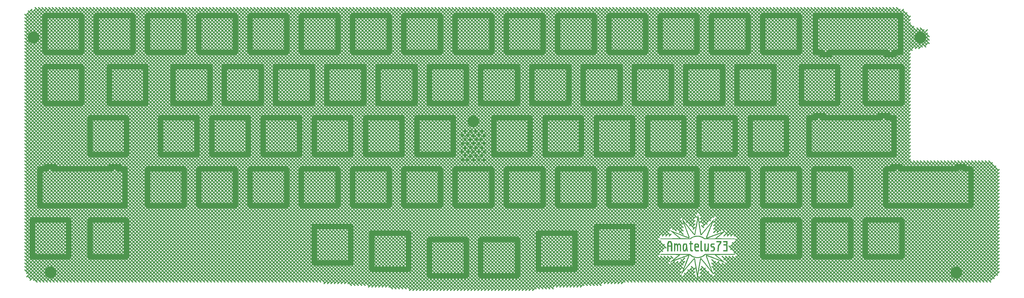
<source format=gtl>
G04 #@! TF.GenerationSoftware,KiCad,Pcbnew,5.0.2-bee76a0~70~ubuntu18.04.1*
G04 #@! TF.CreationDate,2020-02-19T02:48:55+09:00*
G04 #@! TF.ProjectId,amatelus73,616d6174-656c-4757-9337-332e6b696361,rev?*
G04 #@! TF.SameCoordinates,Original*
G04 #@! TF.FileFunction,Copper,L1,Top*
G04 #@! TF.FilePolarity,Positive*
%FSLAX46Y46*%
G04 Gerber Fmt 4.6, Leading zero omitted, Abs format (unit mm)*
G04 Created by KiCad (PCBNEW 5.0.2-bee76a0~70~ubuntu18.04.1) date 2020年02月19日 02時48分55秒*
%MOMM*%
%LPD*%
G01*
G04 APERTURE LIST*
G04 #@! TA.AperFunction,EtchedComponent*
%ADD10C,0.010000*%
G04 #@! TD*
G04 #@! TA.AperFunction,ComponentPad*
%ADD11O,4.000000X2.000000*%
G04 #@! TD*
G04 #@! TA.AperFunction,ComponentPad*
%ADD12O,4.700000X2.000000*%
G04 #@! TD*
G04 #@! TA.AperFunction,ComponentPad*
%ADD13O,2.000000X2.900000*%
G04 #@! TD*
G04 #@! TA.AperFunction,ComponentPad*
%ADD14O,2.000000X15.500000*%
G04 #@! TD*
G04 #@! TA.AperFunction,ComponentPad*
%ADD15O,22.900000X2.000000*%
G04 #@! TD*
G04 #@! TA.AperFunction,ComponentPad*
%ADD16O,33.500000X2.000000*%
G04 #@! TD*
G04 #@! TA.AperFunction,ComponentPad*
%ADD17O,15.500000X2.000000*%
G04 #@! TD*
G04 #@! TA.AperFunction,ComponentPad*
%ADD18C,4.400000*%
G04 #@! TD*
G04 #@! TA.AperFunction,ComponentPad*
%ADD19C,0.700000*%
G04 #@! TD*
G04 #@! TA.AperFunction,ViaPad*
%ADD20C,1.200000*%
G04 #@! TD*
G04 #@! TA.AperFunction,Conductor*
%ADD21C,0.400000*%
G04 #@! TD*
G04 APERTURE END LIST*
D10*
G04 #@! TO.C,G\002A\002A\002A*
G36*
X269142570Y-100695591D02*
X269152182Y-100737554D01*
X269172529Y-100851025D01*
X269202521Y-101029024D01*
X269241071Y-101264572D01*
X269287089Y-101550688D01*
X269339487Y-101880390D01*
X269397175Y-102246699D01*
X269459064Y-102642635D01*
X269524066Y-103061216D01*
X269591091Y-103495463D01*
X269659051Y-103938395D01*
X269726857Y-104383031D01*
X269793420Y-104822391D01*
X269857650Y-105249495D01*
X269918459Y-105657361D01*
X269952305Y-105886250D01*
X270024005Y-106367247D01*
X270088494Y-106788451D01*
X270145272Y-107146880D01*
X270193840Y-107439557D01*
X270233699Y-107663500D01*
X270264349Y-107815731D01*
X270285290Y-107893270D01*
X270290146Y-107902125D01*
X270330983Y-107894527D01*
X270389264Y-107852296D01*
X270425747Y-107811912D01*
X270509249Y-107714955D01*
X270636030Y-107565875D01*
X270802351Y-107369124D01*
X271004473Y-107129151D01*
X271238656Y-106850408D01*
X271501161Y-106537346D01*
X271788248Y-106194416D01*
X272096178Y-105826068D01*
X272421213Y-105436754D01*
X272759611Y-105030925D01*
X272759943Y-105030527D01*
X273096515Y-104626856D01*
X273418404Y-104241220D01*
X273722015Y-103877901D01*
X274003754Y-103541183D01*
X274260025Y-103235347D01*
X274487234Y-102964676D01*
X274681785Y-102733453D01*
X274840084Y-102545959D01*
X274958536Y-102406477D01*
X275033545Y-102319289D01*
X275061518Y-102288678D01*
X275061604Y-102288687D01*
X275052620Y-102329974D01*
X275016410Y-102439522D01*
X274955050Y-102611821D01*
X274870615Y-102841363D01*
X274765182Y-103122641D01*
X274640826Y-103450146D01*
X274499622Y-103818369D01*
X274343647Y-104221802D01*
X274174975Y-104654936D01*
X274042443Y-104993281D01*
X273972280Y-105172255D01*
X273877696Y-105413950D01*
X273763080Y-105707126D01*
X273632817Y-106040540D01*
X273491296Y-106402952D01*
X273342904Y-106783119D01*
X273192027Y-107169802D01*
X273043054Y-107551758D01*
X272900370Y-107917746D01*
X272768364Y-108256525D01*
X272651423Y-108556853D01*
X272573847Y-108756264D01*
X272509634Y-108926278D01*
X272459876Y-109067480D01*
X272429690Y-109164657D01*
X272423794Y-109202335D01*
X272457636Y-109196986D01*
X272549239Y-109169505D01*
X272700266Y-109119296D01*
X272912380Y-109045761D01*
X273187245Y-108948302D01*
X273526524Y-108826321D01*
X273931881Y-108679220D01*
X274404978Y-108506403D01*
X274947480Y-108307270D01*
X275561049Y-108081225D01*
X276185313Y-107850613D01*
X276489024Y-107738461D01*
X276811560Y-107619643D01*
X277131528Y-107502021D01*
X277427534Y-107393456D01*
X277678188Y-107301808D01*
X277752969Y-107274555D01*
X278006025Y-107182022D01*
X278273289Y-107083585D01*
X278528748Y-106988871D01*
X278746385Y-106907504D01*
X278819559Y-106879891D01*
X278992850Y-106816426D01*
X279139782Y-106766709D01*
X279244154Y-106735952D01*
X279288869Y-106728946D01*
X279271371Y-106756540D01*
X279201113Y-106826256D01*
X279087117Y-106930379D01*
X278938404Y-107061196D01*
X278763996Y-107210992D01*
X278572915Y-107372054D01*
X278374181Y-107536669D01*
X278176817Y-107697123D01*
X277989843Y-107845702D01*
X277911778Y-107906416D01*
X277740083Y-108042724D01*
X277549075Y-108200199D01*
X277378008Y-108346438D01*
X277366636Y-108356438D01*
X277230301Y-108474563D01*
X277101698Y-108582425D01*
X277002944Y-108661580D01*
X276981260Y-108677834D01*
X276827308Y-108791722D01*
X276657309Y-108920883D01*
X276485105Y-109054403D01*
X276324538Y-109181363D01*
X276189450Y-109290847D01*
X276093681Y-109371938D01*
X276055917Y-109407632D01*
X276035554Y-109432589D01*
X276031165Y-109451855D01*
X276051610Y-109466534D01*
X276105744Y-109477734D01*
X276202427Y-109486561D01*
X276350514Y-109494122D01*
X276558865Y-109501523D01*
X276836336Y-109509871D01*
X276885847Y-109511314D01*
X277094742Y-109516171D01*
X277372375Y-109520737D01*
X277708108Y-109524926D01*
X278091303Y-109528655D01*
X278511324Y-109531839D01*
X278957532Y-109534395D01*
X279419290Y-109536238D01*
X279885962Y-109537286D01*
X280202135Y-109537500D01*
X280713592Y-109537562D01*
X281151729Y-109538013D01*
X281522600Y-109539248D01*
X281832257Y-109541664D01*
X282086757Y-109545658D01*
X282292152Y-109551625D01*
X282454497Y-109559963D01*
X282579847Y-109571067D01*
X282674255Y-109585333D01*
X282743775Y-109603159D01*
X282794462Y-109624940D01*
X282832370Y-109651072D01*
X282863554Y-109681953D01*
X282890328Y-109713477D01*
X282892286Y-109722058D01*
X282880743Y-109729819D01*
X282851992Y-109736801D01*
X282802329Y-109743043D01*
X282728048Y-109748588D01*
X282625443Y-109753475D01*
X282490807Y-109757745D01*
X282320436Y-109761438D01*
X282110623Y-109764595D01*
X281857663Y-109767257D01*
X281557851Y-109769465D01*
X281207479Y-109771258D01*
X280802843Y-109772677D01*
X280340237Y-109773764D01*
X279815955Y-109774558D01*
X279226291Y-109775101D01*
X278567539Y-109775432D01*
X277835995Y-109775592D01*
X277215731Y-109775625D01*
X271489556Y-109775625D01*
X271287513Y-109623138D01*
X270817788Y-109315101D01*
X270324580Y-109082666D01*
X269806635Y-108925452D01*
X269262701Y-108843081D01*
X268691522Y-108835172D01*
X268687672Y-108835365D01*
X268179891Y-108890262D01*
X267706925Y-109004697D01*
X267253721Y-109183939D01*
X266805229Y-109433257D01*
X266611978Y-109561996D01*
X266305674Y-109775625D01*
X255014236Y-109775625D01*
X255096439Y-109693422D01*
X255190289Y-109629740D01*
X255313751Y-109580359D01*
X255333462Y-109575306D01*
X255404591Y-109567856D01*
X255546291Y-109560885D01*
X255749761Y-109554558D01*
X256006197Y-109549041D01*
X256306796Y-109544500D01*
X256642756Y-109541100D01*
X257005274Y-109539007D01*
X257294063Y-109538393D01*
X257816193Y-109537455D01*
X258336120Y-109535290D01*
X258847875Y-109532001D01*
X259345489Y-109527694D01*
X259822994Y-109522471D01*
X260274422Y-109516439D01*
X260693804Y-109509700D01*
X261075173Y-109502359D01*
X261412560Y-109494520D01*
X261699996Y-109486288D01*
X261931515Y-109477767D01*
X262101146Y-109469061D01*
X262202923Y-109460275D01*
X262231446Y-109452121D01*
X262197267Y-109419865D01*
X262109130Y-109342797D01*
X261974073Y-109226901D01*
X261799130Y-109078162D01*
X261591338Y-108902564D01*
X261357732Y-108706092D01*
X261131746Y-108516795D01*
X260667303Y-108128196D01*
X260261346Y-107787903D01*
X259911196Y-107493628D01*
X259718318Y-107330931D01*
X260162090Y-107330931D01*
X260188021Y-107358901D01*
X260268595Y-107432080D01*
X260397401Y-107544952D01*
X260568031Y-107692004D01*
X260774072Y-107867720D01*
X261009115Y-108066585D01*
X261266750Y-108283085D01*
X261344853Y-108348447D01*
X261609853Y-108571421D01*
X261855491Y-108780820D01*
X262075081Y-108970736D01*
X262261932Y-109135265D01*
X262409356Y-109268500D01*
X262510666Y-109364537D01*
X262559172Y-109417470D01*
X262562298Y-109423399D01*
X262564896Y-109437889D01*
X262568230Y-109450387D01*
X262577818Y-109461103D01*
X262599177Y-109470246D01*
X262637821Y-109478024D01*
X262699269Y-109484647D01*
X262789036Y-109490323D01*
X262912640Y-109495263D01*
X263075595Y-109499673D01*
X263283420Y-109503765D01*
X263541630Y-109507746D01*
X263855742Y-109511826D01*
X264231272Y-109516213D01*
X264673737Y-109521117D01*
X265188654Y-109526747D01*
X265331631Y-109528317D01*
X266165918Y-109537500D01*
X266442881Y-109333907D01*
X266750587Y-109134225D01*
X267109069Y-108945512D01*
X267489781Y-108781656D01*
X267791406Y-108677733D01*
X267922318Y-108639588D01*
X268036400Y-108611638D01*
X268149847Y-108592309D01*
X268278857Y-108580026D01*
X268439625Y-108573216D01*
X268648347Y-108570304D01*
X268902656Y-108569713D01*
X269171456Y-108570410D01*
X269377105Y-108573547D01*
X269535821Y-108580691D01*
X269663825Y-108593410D01*
X269777335Y-108613272D01*
X269892571Y-108641844D01*
X270013906Y-108677126D01*
X270331268Y-108787914D01*
X270660639Y-108929749D01*
X270975060Y-109089623D01*
X271247568Y-109254529D01*
X271328576Y-109311410D01*
X271553654Y-109448442D01*
X271773319Y-109517129D01*
X272010031Y-109523445D01*
X272089399Y-109513821D01*
X272120891Y-109507734D01*
X272494663Y-109507734D01*
X272532877Y-109514266D01*
X272642012Y-109520302D01*
X272813618Y-109525681D01*
X273039242Y-109530245D01*
X273310432Y-109533832D01*
X273618736Y-109536281D01*
X273955703Y-109537432D01*
X274062031Y-109537500D01*
X274465190Y-109537101D01*
X274795613Y-109535751D01*
X275059934Y-109533220D01*
X275264790Y-109529281D01*
X275416815Y-109523704D01*
X275522644Y-109516260D01*
X275588914Y-109506720D01*
X275622258Y-109494854D01*
X275629688Y-109483400D01*
X275640959Y-109449275D01*
X275677920Y-109398822D01*
X275745288Y-109327903D01*
X275847783Y-109232381D01*
X275990125Y-109108121D01*
X276177031Y-108950986D01*
X276413222Y-108756838D01*
X276703415Y-108521541D01*
X276989879Y-108291059D01*
X277229048Y-108098367D01*
X277446362Y-107921855D01*
X277634576Y-107767521D01*
X277786442Y-107641365D01*
X277894714Y-107549387D01*
X277952145Y-107497585D01*
X277959436Y-107488395D01*
X277919597Y-107496840D01*
X277818327Y-107528966D01*
X277668454Y-107580414D01*
X277482804Y-107646826D01*
X277353307Y-107694364D01*
X276798784Y-107899738D01*
X276255610Y-108100686D01*
X275730043Y-108294904D01*
X275228343Y-108480087D01*
X274756769Y-108653932D01*
X274321580Y-108814134D01*
X273929034Y-108958390D01*
X273585393Y-109084396D01*
X273296913Y-109189847D01*
X273069856Y-109272440D01*
X272910479Y-109329871D01*
X272901460Y-109333088D01*
X272736817Y-109394324D01*
X272604129Y-109448538D01*
X272518706Y-109489159D01*
X272494663Y-109507734D01*
X272120891Y-109507734D01*
X272192844Y-109493827D01*
X272225413Y-109473210D01*
X272202127Y-109450836D01*
X272167059Y-109424684D01*
X272144196Y-109387207D01*
X272135402Y-109331798D01*
X272142540Y-109251847D01*
X272167475Y-109140746D01*
X272212071Y-108991887D01*
X272278191Y-108798660D01*
X272367700Y-108554457D01*
X272482461Y-108252670D01*
X272624340Y-107886689D01*
X272692608Y-107711875D01*
X272806162Y-107421189D01*
X272922517Y-107122766D01*
X273034587Y-106834822D01*
X273135284Y-106575576D01*
X273217520Y-106363245D01*
X273248438Y-106283125D01*
X273352485Y-106013572D01*
X273465638Y-105721404D01*
X273583809Y-105417085D01*
X273702912Y-105111076D01*
X273818860Y-104813837D01*
X273927565Y-104535831D01*
X274024942Y-104287519D01*
X274106903Y-104079363D01*
X274169361Y-103921825D01*
X274208231Y-103825366D01*
X274213548Y-103812578D01*
X274248824Y-103720325D01*
X274261805Y-103668126D01*
X274259657Y-103663750D01*
X274232107Y-103693417D01*
X274157835Y-103779167D01*
X274040957Y-103916122D01*
X273885585Y-104099404D01*
X273695835Y-104324135D01*
X273475821Y-104585436D01*
X273229655Y-104878432D01*
X272961454Y-105198242D01*
X272675329Y-105539990D01*
X272460483Y-105796953D01*
X272159431Y-106156946D01*
X271869884Y-106502651D01*
X271596395Y-106828663D01*
X271343521Y-107129575D01*
X271115816Y-107399984D01*
X270917837Y-107634482D01*
X270754137Y-107827666D01*
X270629272Y-107974129D01*
X270547797Y-108068465D01*
X270520678Y-108098828D01*
X270392861Y-108214846D01*
X270283919Y-108261296D01*
X270180936Y-108241344D01*
X270115684Y-108198047D01*
X270098454Y-108184888D01*
X270083288Y-108172001D01*
X270069238Y-108154055D01*
X270055353Y-108125721D01*
X270040685Y-108081666D01*
X270024285Y-108016560D01*
X270005204Y-107925073D01*
X269982493Y-107801873D01*
X269955202Y-107641631D01*
X269922383Y-107439015D01*
X269883086Y-107188695D01*
X269836363Y-106885339D01*
X269781263Y-106523618D01*
X269716840Y-106098200D01*
X269642142Y-105603755D01*
X269576911Y-105171875D01*
X269487372Y-104580571D01*
X269408778Y-104064528D01*
X269340606Y-103620463D01*
X269282331Y-103245097D01*
X269233430Y-102935146D01*
X269193380Y-102687330D01*
X269161657Y-102498368D01*
X269137737Y-102364977D01*
X269121097Y-102283876D01*
X269111212Y-102251784D01*
X269110881Y-102251402D01*
X269100460Y-102284379D01*
X269079115Y-102383873D01*
X269049125Y-102538132D01*
X269012770Y-102735404D01*
X268972329Y-102963936D01*
X268969388Y-102980891D01*
X268924438Y-103240081D01*
X268869785Y-103554713D01*
X268809386Y-103902036D01*
X268747199Y-104259302D01*
X268687180Y-104603760D01*
X268660777Y-104755156D01*
X268601451Y-105095295D01*
X268533078Y-105487437D01*
X268460224Y-105905386D01*
X268387456Y-106322947D01*
X268319338Y-106713922D01*
X268284059Y-106916468D01*
X268231396Y-107210359D01*
X268179888Y-107482116D01*
X268131809Y-107720902D01*
X268089436Y-107915881D01*
X268055045Y-108056217D01*
X268030911Y-108131073D01*
X268027765Y-108136859D01*
X267933989Y-108213956D01*
X267853025Y-108227813D01*
X267784088Y-108215520D01*
X267709653Y-108171329D01*
X267615311Y-108084265D01*
X267501243Y-107959922D01*
X267453677Y-107906119D01*
X267411075Y-107857766D01*
X267369697Y-107810240D01*
X267325802Y-107758913D01*
X267275649Y-107699161D01*
X267215496Y-107626357D01*
X267141604Y-107535876D01*
X267050230Y-107423093D01*
X266937635Y-107283381D01*
X266800077Y-107112115D01*
X266633815Y-106904670D01*
X266435109Y-106656419D01*
X266200217Y-106362738D01*
X265925399Y-106019000D01*
X265606913Y-105620580D01*
X265400879Y-105362833D01*
X265140717Y-105037940D01*
X264895477Y-104732778D01*
X264669592Y-104452789D01*
X264467492Y-104203410D01*
X264293607Y-103990081D01*
X264152367Y-103818242D01*
X264048204Y-103693332D01*
X263985548Y-103620790D01*
X263968312Y-103604084D01*
X263973742Y-103635654D01*
X264000156Y-103722265D01*
X264048354Y-103866155D01*
X264119133Y-104069563D01*
X264213292Y-104334726D01*
X264331630Y-104663885D01*
X264474945Y-105059277D01*
X264644035Y-105523141D01*
X264839699Y-106057716D01*
X264973379Y-106422031D01*
X265107548Y-106787557D01*
X265219581Y-107093299D01*
X265314793Y-107353951D01*
X265398497Y-107584206D01*
X265476010Y-107798760D01*
X265552644Y-108012304D01*
X265633715Y-108239534D01*
X265724538Y-108495142D01*
X265791586Y-108684219D01*
X265872766Y-108927608D01*
X265920055Y-109109950D01*
X265934031Y-109241697D01*
X265915272Y-109333300D01*
X265864357Y-109395211D01*
X265832071Y-109415657D01*
X265808056Y-109428262D01*
X265783367Y-109437339D01*
X265752202Y-109440898D01*
X265708760Y-109436950D01*
X265647238Y-109423504D01*
X265561837Y-109398572D01*
X265446755Y-109360165D01*
X265296189Y-109306292D01*
X265104340Y-109234964D01*
X264865405Y-109144192D01*
X264573583Y-109031986D01*
X264223073Y-108896357D01*
X263808074Y-108735315D01*
X263505156Y-108617685D01*
X263243877Y-108516033D01*
X262971907Y-108409891D01*
X262711863Y-108308107D01*
X262486364Y-108219532D01*
X262354219Y-108167371D01*
X261901139Y-107988455D01*
X261491074Y-107827599D01*
X261128196Y-107686396D01*
X260816678Y-107566437D01*
X260560694Y-107469315D01*
X260364416Y-107396623D01*
X260232018Y-107349952D01*
X260167672Y-107330895D01*
X260162090Y-107330931D01*
X259718318Y-107330931D01*
X259614175Y-107243084D01*
X259367606Y-107033986D01*
X259168813Y-106864045D01*
X259015116Y-106730976D01*
X258903840Y-106632491D01*
X258832306Y-106566303D01*
X258797836Y-106530126D01*
X258795339Y-106521250D01*
X258829665Y-106530333D01*
X258910808Y-106558150D01*
X259040979Y-106605553D01*
X259222385Y-106673394D01*
X259457236Y-106762525D01*
X259747742Y-106873797D01*
X260096111Y-107008064D01*
X260504552Y-107166175D01*
X260975275Y-107348984D01*
X261510489Y-107557343D01*
X262112403Y-107792103D01*
X262783226Y-108054116D01*
X263525167Y-108344235D01*
X263703594Y-108414045D01*
X264074393Y-108558738D01*
X264423724Y-108694291D01*
X264744625Y-108818054D01*
X265030132Y-108927381D01*
X265273282Y-109019622D01*
X265467111Y-109092130D01*
X265604658Y-109142256D01*
X265678959Y-109167352D01*
X265690301Y-109169617D01*
X265680447Y-109131094D01*
X265648085Y-109033513D01*
X265598450Y-108892182D01*
X265544631Y-108743750D01*
X265473509Y-108549853D01*
X265385221Y-108308751D01*
X265289782Y-108047815D01*
X265197208Y-107794416D01*
X265174324Y-107731719D01*
X265035690Y-107351913D01*
X264879523Y-106924244D01*
X264712747Y-106467667D01*
X264542290Y-106001136D01*
X264375077Y-105543606D01*
X264218033Y-105114031D01*
X264078085Y-104731366D01*
X264021449Y-104576563D01*
X263846688Y-104098789D01*
X263697405Y-103690250D01*
X263571699Y-103345681D01*
X263467666Y-103059812D01*
X263383403Y-102827378D01*
X263317009Y-102643111D01*
X263266579Y-102501745D01*
X263230211Y-102398011D01*
X263206003Y-102326644D01*
X263192052Y-102282375D01*
X263189879Y-102274688D01*
X263162837Y-102175469D01*
X263234778Y-102260247D01*
X263269785Y-102303179D01*
X263350782Y-102403505D01*
X263474119Y-102556678D01*
X263636146Y-102758155D01*
X263833213Y-103003391D01*
X264061670Y-103287841D01*
X264317866Y-103606960D01*
X264598153Y-103956205D01*
X264898880Y-104331030D01*
X265216396Y-104726890D01*
X265545729Y-105137591D01*
X265875109Y-105548100D01*
X266190607Y-105940716D01*
X266488662Y-106311040D01*
X266765711Y-106654675D01*
X267018194Y-106967221D01*
X267242547Y-107244281D01*
X267435209Y-107481454D01*
X267592618Y-107674343D01*
X267711212Y-107818550D01*
X267787429Y-107909676D01*
X267817708Y-107943322D01*
X267817838Y-107943385D01*
X267850317Y-107937049D01*
X267850937Y-107932686D01*
X267857584Y-107886932D01*
X267876646Y-107770610D01*
X267906810Y-107591331D01*
X267946759Y-107356706D01*
X267995179Y-107074346D01*
X268050755Y-106751860D01*
X268112171Y-106396860D01*
X268178112Y-106016956D01*
X268247263Y-105619760D01*
X268318310Y-105212880D01*
X268389936Y-104803930D01*
X268460827Y-104400518D01*
X268485747Y-104259063D01*
X268552767Y-103877650D01*
X268625343Y-103462441D01*
X268699696Y-103035212D01*
X268772044Y-102617743D01*
X268838605Y-102231809D01*
X268895600Y-101899190D01*
X268902625Y-101857969D01*
X268960358Y-101519959D01*
X269006609Y-101252430D01*
X269042992Y-101047574D01*
X269071116Y-100897584D01*
X269092595Y-100794654D01*
X269109038Y-100730977D01*
X269122059Y-100698744D01*
X269133269Y-100690149D01*
X269142570Y-100695591D01*
X269142570Y-100695591D01*
G37*
X269142570Y-100695591D02*
X269152182Y-100737554D01*
X269172529Y-100851025D01*
X269202521Y-101029024D01*
X269241071Y-101264572D01*
X269287089Y-101550688D01*
X269339487Y-101880390D01*
X269397175Y-102246699D01*
X269459064Y-102642635D01*
X269524066Y-103061216D01*
X269591091Y-103495463D01*
X269659051Y-103938395D01*
X269726857Y-104383031D01*
X269793420Y-104822391D01*
X269857650Y-105249495D01*
X269918459Y-105657361D01*
X269952305Y-105886250D01*
X270024005Y-106367247D01*
X270088494Y-106788451D01*
X270145272Y-107146880D01*
X270193840Y-107439557D01*
X270233699Y-107663500D01*
X270264349Y-107815731D01*
X270285290Y-107893270D01*
X270290146Y-107902125D01*
X270330983Y-107894527D01*
X270389264Y-107852296D01*
X270425747Y-107811912D01*
X270509249Y-107714955D01*
X270636030Y-107565875D01*
X270802351Y-107369124D01*
X271004473Y-107129151D01*
X271238656Y-106850408D01*
X271501161Y-106537346D01*
X271788248Y-106194416D01*
X272096178Y-105826068D01*
X272421213Y-105436754D01*
X272759611Y-105030925D01*
X272759943Y-105030527D01*
X273096515Y-104626856D01*
X273418404Y-104241220D01*
X273722015Y-103877901D01*
X274003754Y-103541183D01*
X274260025Y-103235347D01*
X274487234Y-102964676D01*
X274681785Y-102733453D01*
X274840084Y-102545959D01*
X274958536Y-102406477D01*
X275033545Y-102319289D01*
X275061518Y-102288678D01*
X275061604Y-102288687D01*
X275052620Y-102329974D01*
X275016410Y-102439522D01*
X274955050Y-102611821D01*
X274870615Y-102841363D01*
X274765182Y-103122641D01*
X274640826Y-103450146D01*
X274499622Y-103818369D01*
X274343647Y-104221802D01*
X274174975Y-104654936D01*
X274042443Y-104993281D01*
X273972280Y-105172255D01*
X273877696Y-105413950D01*
X273763080Y-105707126D01*
X273632817Y-106040540D01*
X273491296Y-106402952D01*
X273342904Y-106783119D01*
X273192027Y-107169802D01*
X273043054Y-107551758D01*
X272900370Y-107917746D01*
X272768364Y-108256525D01*
X272651423Y-108556853D01*
X272573847Y-108756264D01*
X272509634Y-108926278D01*
X272459876Y-109067480D01*
X272429690Y-109164657D01*
X272423794Y-109202335D01*
X272457636Y-109196986D01*
X272549239Y-109169505D01*
X272700266Y-109119296D01*
X272912380Y-109045761D01*
X273187245Y-108948302D01*
X273526524Y-108826321D01*
X273931881Y-108679220D01*
X274404978Y-108506403D01*
X274947480Y-108307270D01*
X275561049Y-108081225D01*
X276185313Y-107850613D01*
X276489024Y-107738461D01*
X276811560Y-107619643D01*
X277131528Y-107502021D01*
X277427534Y-107393456D01*
X277678188Y-107301808D01*
X277752969Y-107274555D01*
X278006025Y-107182022D01*
X278273289Y-107083585D01*
X278528748Y-106988871D01*
X278746385Y-106907504D01*
X278819559Y-106879891D01*
X278992850Y-106816426D01*
X279139782Y-106766709D01*
X279244154Y-106735952D01*
X279288869Y-106728946D01*
X279271371Y-106756540D01*
X279201113Y-106826256D01*
X279087117Y-106930379D01*
X278938404Y-107061196D01*
X278763996Y-107210992D01*
X278572915Y-107372054D01*
X278374181Y-107536669D01*
X278176817Y-107697123D01*
X277989843Y-107845702D01*
X277911778Y-107906416D01*
X277740083Y-108042724D01*
X277549075Y-108200199D01*
X277378008Y-108346438D01*
X277366636Y-108356438D01*
X277230301Y-108474563D01*
X277101698Y-108582425D01*
X277002944Y-108661580D01*
X276981260Y-108677834D01*
X276827308Y-108791722D01*
X276657309Y-108920883D01*
X276485105Y-109054403D01*
X276324538Y-109181363D01*
X276189450Y-109290847D01*
X276093681Y-109371938D01*
X276055917Y-109407632D01*
X276035554Y-109432589D01*
X276031165Y-109451855D01*
X276051610Y-109466534D01*
X276105744Y-109477734D01*
X276202427Y-109486561D01*
X276350514Y-109494122D01*
X276558865Y-109501523D01*
X276836336Y-109509871D01*
X276885847Y-109511314D01*
X277094742Y-109516171D01*
X277372375Y-109520737D01*
X277708108Y-109524926D01*
X278091303Y-109528655D01*
X278511324Y-109531839D01*
X278957532Y-109534395D01*
X279419290Y-109536238D01*
X279885962Y-109537286D01*
X280202135Y-109537500D01*
X280713592Y-109537562D01*
X281151729Y-109538013D01*
X281522600Y-109539248D01*
X281832257Y-109541664D01*
X282086757Y-109545658D01*
X282292152Y-109551625D01*
X282454497Y-109559963D01*
X282579847Y-109571067D01*
X282674255Y-109585333D01*
X282743775Y-109603159D01*
X282794462Y-109624940D01*
X282832370Y-109651072D01*
X282863554Y-109681953D01*
X282890328Y-109713477D01*
X282892286Y-109722058D01*
X282880743Y-109729819D01*
X282851992Y-109736801D01*
X282802329Y-109743043D01*
X282728048Y-109748588D01*
X282625443Y-109753475D01*
X282490807Y-109757745D01*
X282320436Y-109761438D01*
X282110623Y-109764595D01*
X281857663Y-109767257D01*
X281557851Y-109769465D01*
X281207479Y-109771258D01*
X280802843Y-109772677D01*
X280340237Y-109773764D01*
X279815955Y-109774558D01*
X279226291Y-109775101D01*
X278567539Y-109775432D01*
X277835995Y-109775592D01*
X277215731Y-109775625D01*
X271489556Y-109775625D01*
X271287513Y-109623138D01*
X270817788Y-109315101D01*
X270324580Y-109082666D01*
X269806635Y-108925452D01*
X269262701Y-108843081D01*
X268691522Y-108835172D01*
X268687672Y-108835365D01*
X268179891Y-108890262D01*
X267706925Y-109004697D01*
X267253721Y-109183939D01*
X266805229Y-109433257D01*
X266611978Y-109561996D01*
X266305674Y-109775625D01*
X255014236Y-109775625D01*
X255096439Y-109693422D01*
X255190289Y-109629740D01*
X255313751Y-109580359D01*
X255333462Y-109575306D01*
X255404591Y-109567856D01*
X255546291Y-109560885D01*
X255749761Y-109554558D01*
X256006197Y-109549041D01*
X256306796Y-109544500D01*
X256642756Y-109541100D01*
X257005274Y-109539007D01*
X257294063Y-109538393D01*
X257816193Y-109537455D01*
X258336120Y-109535290D01*
X258847875Y-109532001D01*
X259345489Y-109527694D01*
X259822994Y-109522471D01*
X260274422Y-109516439D01*
X260693804Y-109509700D01*
X261075173Y-109502359D01*
X261412560Y-109494520D01*
X261699996Y-109486288D01*
X261931515Y-109477767D01*
X262101146Y-109469061D01*
X262202923Y-109460275D01*
X262231446Y-109452121D01*
X262197267Y-109419865D01*
X262109130Y-109342797D01*
X261974073Y-109226901D01*
X261799130Y-109078162D01*
X261591338Y-108902564D01*
X261357732Y-108706092D01*
X261131746Y-108516795D01*
X260667303Y-108128196D01*
X260261346Y-107787903D01*
X259911196Y-107493628D01*
X259718318Y-107330931D01*
X260162090Y-107330931D01*
X260188021Y-107358901D01*
X260268595Y-107432080D01*
X260397401Y-107544952D01*
X260568031Y-107692004D01*
X260774072Y-107867720D01*
X261009115Y-108066585D01*
X261266750Y-108283085D01*
X261344853Y-108348447D01*
X261609853Y-108571421D01*
X261855491Y-108780820D01*
X262075081Y-108970736D01*
X262261932Y-109135265D01*
X262409356Y-109268500D01*
X262510666Y-109364537D01*
X262559172Y-109417470D01*
X262562298Y-109423399D01*
X262564896Y-109437889D01*
X262568230Y-109450387D01*
X262577818Y-109461103D01*
X262599177Y-109470246D01*
X262637821Y-109478024D01*
X262699269Y-109484647D01*
X262789036Y-109490323D01*
X262912640Y-109495263D01*
X263075595Y-109499673D01*
X263283420Y-109503765D01*
X263541630Y-109507746D01*
X263855742Y-109511826D01*
X264231272Y-109516213D01*
X264673737Y-109521117D01*
X265188654Y-109526747D01*
X265331631Y-109528317D01*
X266165918Y-109537500D01*
X266442881Y-109333907D01*
X266750587Y-109134225D01*
X267109069Y-108945512D01*
X267489781Y-108781656D01*
X267791406Y-108677733D01*
X267922318Y-108639588D01*
X268036400Y-108611638D01*
X268149847Y-108592309D01*
X268278857Y-108580026D01*
X268439625Y-108573216D01*
X268648347Y-108570304D01*
X268902656Y-108569713D01*
X269171456Y-108570410D01*
X269377105Y-108573547D01*
X269535821Y-108580691D01*
X269663825Y-108593410D01*
X269777335Y-108613272D01*
X269892571Y-108641844D01*
X270013906Y-108677126D01*
X270331268Y-108787914D01*
X270660639Y-108929749D01*
X270975060Y-109089623D01*
X271247568Y-109254529D01*
X271328576Y-109311410D01*
X271553654Y-109448442D01*
X271773319Y-109517129D01*
X272010031Y-109523445D01*
X272089399Y-109513821D01*
X272120891Y-109507734D01*
X272494663Y-109507734D01*
X272532877Y-109514266D01*
X272642012Y-109520302D01*
X272813618Y-109525681D01*
X273039242Y-109530245D01*
X273310432Y-109533832D01*
X273618736Y-109536281D01*
X273955703Y-109537432D01*
X274062031Y-109537500D01*
X274465190Y-109537101D01*
X274795613Y-109535751D01*
X275059934Y-109533220D01*
X275264790Y-109529281D01*
X275416815Y-109523704D01*
X275522644Y-109516260D01*
X275588914Y-109506720D01*
X275622258Y-109494854D01*
X275629688Y-109483400D01*
X275640959Y-109449275D01*
X275677920Y-109398822D01*
X275745288Y-109327903D01*
X275847783Y-109232381D01*
X275990125Y-109108121D01*
X276177031Y-108950986D01*
X276413222Y-108756838D01*
X276703415Y-108521541D01*
X276989879Y-108291059D01*
X277229048Y-108098367D01*
X277446362Y-107921855D01*
X277634576Y-107767521D01*
X277786442Y-107641365D01*
X277894714Y-107549387D01*
X277952145Y-107497585D01*
X277959436Y-107488395D01*
X277919597Y-107496840D01*
X277818327Y-107528966D01*
X277668454Y-107580414D01*
X277482804Y-107646826D01*
X277353307Y-107694364D01*
X276798784Y-107899738D01*
X276255610Y-108100686D01*
X275730043Y-108294904D01*
X275228343Y-108480087D01*
X274756769Y-108653932D01*
X274321580Y-108814134D01*
X273929034Y-108958390D01*
X273585393Y-109084396D01*
X273296913Y-109189847D01*
X273069856Y-109272440D01*
X272910479Y-109329871D01*
X272901460Y-109333088D01*
X272736817Y-109394324D01*
X272604129Y-109448538D01*
X272518706Y-109489159D01*
X272494663Y-109507734D01*
X272120891Y-109507734D01*
X272192844Y-109493827D01*
X272225413Y-109473210D01*
X272202127Y-109450836D01*
X272167059Y-109424684D01*
X272144196Y-109387207D01*
X272135402Y-109331798D01*
X272142540Y-109251847D01*
X272167475Y-109140746D01*
X272212071Y-108991887D01*
X272278191Y-108798660D01*
X272367700Y-108554457D01*
X272482461Y-108252670D01*
X272624340Y-107886689D01*
X272692608Y-107711875D01*
X272806162Y-107421189D01*
X272922517Y-107122766D01*
X273034587Y-106834822D01*
X273135284Y-106575576D01*
X273217520Y-106363245D01*
X273248438Y-106283125D01*
X273352485Y-106013572D01*
X273465638Y-105721404D01*
X273583809Y-105417085D01*
X273702912Y-105111076D01*
X273818860Y-104813837D01*
X273927565Y-104535831D01*
X274024942Y-104287519D01*
X274106903Y-104079363D01*
X274169361Y-103921825D01*
X274208231Y-103825366D01*
X274213548Y-103812578D01*
X274248824Y-103720325D01*
X274261805Y-103668126D01*
X274259657Y-103663750D01*
X274232107Y-103693417D01*
X274157835Y-103779167D01*
X274040957Y-103916122D01*
X273885585Y-104099404D01*
X273695835Y-104324135D01*
X273475821Y-104585436D01*
X273229655Y-104878432D01*
X272961454Y-105198242D01*
X272675329Y-105539990D01*
X272460483Y-105796953D01*
X272159431Y-106156946D01*
X271869884Y-106502651D01*
X271596395Y-106828663D01*
X271343521Y-107129575D01*
X271115816Y-107399984D01*
X270917837Y-107634482D01*
X270754137Y-107827666D01*
X270629272Y-107974129D01*
X270547797Y-108068465D01*
X270520678Y-108098828D01*
X270392861Y-108214846D01*
X270283919Y-108261296D01*
X270180936Y-108241344D01*
X270115684Y-108198047D01*
X270098454Y-108184888D01*
X270083288Y-108172001D01*
X270069238Y-108154055D01*
X270055353Y-108125721D01*
X270040685Y-108081666D01*
X270024285Y-108016560D01*
X270005204Y-107925073D01*
X269982493Y-107801873D01*
X269955202Y-107641631D01*
X269922383Y-107439015D01*
X269883086Y-107188695D01*
X269836363Y-106885339D01*
X269781263Y-106523618D01*
X269716840Y-106098200D01*
X269642142Y-105603755D01*
X269576911Y-105171875D01*
X269487372Y-104580571D01*
X269408778Y-104064528D01*
X269340606Y-103620463D01*
X269282331Y-103245097D01*
X269233430Y-102935146D01*
X269193380Y-102687330D01*
X269161657Y-102498368D01*
X269137737Y-102364977D01*
X269121097Y-102283876D01*
X269111212Y-102251784D01*
X269110881Y-102251402D01*
X269100460Y-102284379D01*
X269079115Y-102383873D01*
X269049125Y-102538132D01*
X269012770Y-102735404D01*
X268972329Y-102963936D01*
X268969388Y-102980891D01*
X268924438Y-103240081D01*
X268869785Y-103554713D01*
X268809386Y-103902036D01*
X268747199Y-104259302D01*
X268687180Y-104603760D01*
X268660777Y-104755156D01*
X268601451Y-105095295D01*
X268533078Y-105487437D01*
X268460224Y-105905386D01*
X268387456Y-106322947D01*
X268319338Y-106713922D01*
X268284059Y-106916468D01*
X268231396Y-107210359D01*
X268179888Y-107482116D01*
X268131809Y-107720902D01*
X268089436Y-107915881D01*
X268055045Y-108056217D01*
X268030911Y-108131073D01*
X268027765Y-108136859D01*
X267933989Y-108213956D01*
X267853025Y-108227813D01*
X267784088Y-108215520D01*
X267709653Y-108171329D01*
X267615311Y-108084265D01*
X267501243Y-107959922D01*
X267453677Y-107906119D01*
X267411075Y-107857766D01*
X267369697Y-107810240D01*
X267325802Y-107758913D01*
X267275649Y-107699161D01*
X267215496Y-107626357D01*
X267141604Y-107535876D01*
X267050230Y-107423093D01*
X266937635Y-107283381D01*
X266800077Y-107112115D01*
X266633815Y-106904670D01*
X266435109Y-106656419D01*
X266200217Y-106362738D01*
X265925399Y-106019000D01*
X265606913Y-105620580D01*
X265400879Y-105362833D01*
X265140717Y-105037940D01*
X264895477Y-104732778D01*
X264669592Y-104452789D01*
X264467492Y-104203410D01*
X264293607Y-103990081D01*
X264152367Y-103818242D01*
X264048204Y-103693332D01*
X263985548Y-103620790D01*
X263968312Y-103604084D01*
X263973742Y-103635654D01*
X264000156Y-103722265D01*
X264048354Y-103866155D01*
X264119133Y-104069563D01*
X264213292Y-104334726D01*
X264331630Y-104663885D01*
X264474945Y-105059277D01*
X264644035Y-105523141D01*
X264839699Y-106057716D01*
X264973379Y-106422031D01*
X265107548Y-106787557D01*
X265219581Y-107093299D01*
X265314793Y-107353951D01*
X265398497Y-107584206D01*
X265476010Y-107798760D01*
X265552644Y-108012304D01*
X265633715Y-108239534D01*
X265724538Y-108495142D01*
X265791586Y-108684219D01*
X265872766Y-108927608D01*
X265920055Y-109109950D01*
X265934031Y-109241697D01*
X265915272Y-109333300D01*
X265864357Y-109395211D01*
X265832071Y-109415657D01*
X265808056Y-109428262D01*
X265783367Y-109437339D01*
X265752202Y-109440898D01*
X265708760Y-109436950D01*
X265647238Y-109423504D01*
X265561837Y-109398572D01*
X265446755Y-109360165D01*
X265296189Y-109306292D01*
X265104340Y-109234964D01*
X264865405Y-109144192D01*
X264573583Y-109031986D01*
X264223073Y-108896357D01*
X263808074Y-108735315D01*
X263505156Y-108617685D01*
X263243877Y-108516033D01*
X262971907Y-108409891D01*
X262711863Y-108308107D01*
X262486364Y-108219532D01*
X262354219Y-108167371D01*
X261901139Y-107988455D01*
X261491074Y-107827599D01*
X261128196Y-107686396D01*
X260816678Y-107566437D01*
X260560694Y-107469315D01*
X260364416Y-107396623D01*
X260232018Y-107349952D01*
X260167672Y-107330895D01*
X260162090Y-107330931D01*
X259718318Y-107330931D01*
X259614175Y-107243084D01*
X259367606Y-107033986D01*
X259168813Y-106864045D01*
X259015116Y-106730976D01*
X258903840Y-106632491D01*
X258832306Y-106566303D01*
X258797836Y-106530126D01*
X258795339Y-106521250D01*
X258829665Y-106530333D01*
X258910808Y-106558150D01*
X259040979Y-106605553D01*
X259222385Y-106673394D01*
X259457236Y-106762525D01*
X259747742Y-106873797D01*
X260096111Y-107008064D01*
X260504552Y-107166175D01*
X260975275Y-107348984D01*
X261510489Y-107557343D01*
X262112403Y-107792103D01*
X262783226Y-108054116D01*
X263525167Y-108344235D01*
X263703594Y-108414045D01*
X264074393Y-108558738D01*
X264423724Y-108694291D01*
X264744625Y-108818054D01*
X265030132Y-108927381D01*
X265273282Y-109019622D01*
X265467111Y-109092130D01*
X265604658Y-109142256D01*
X265678959Y-109167352D01*
X265690301Y-109169617D01*
X265680447Y-109131094D01*
X265648085Y-109033513D01*
X265598450Y-108892182D01*
X265544631Y-108743750D01*
X265473509Y-108549853D01*
X265385221Y-108308751D01*
X265289782Y-108047815D01*
X265197208Y-107794416D01*
X265174324Y-107731719D01*
X265035690Y-107351913D01*
X264879523Y-106924244D01*
X264712747Y-106467667D01*
X264542290Y-106001136D01*
X264375077Y-105543606D01*
X264218033Y-105114031D01*
X264078085Y-104731366D01*
X264021449Y-104576563D01*
X263846688Y-104098789D01*
X263697405Y-103690250D01*
X263571699Y-103345681D01*
X263467666Y-103059812D01*
X263383403Y-102827378D01*
X263317009Y-102643111D01*
X263266579Y-102501745D01*
X263230211Y-102398011D01*
X263206003Y-102326644D01*
X263192052Y-102282375D01*
X263189879Y-102274688D01*
X263162837Y-102175469D01*
X263234778Y-102260247D01*
X263269785Y-102303179D01*
X263350782Y-102403505D01*
X263474119Y-102556678D01*
X263636146Y-102758155D01*
X263833213Y-103003391D01*
X264061670Y-103287841D01*
X264317866Y-103606960D01*
X264598153Y-103956205D01*
X264898880Y-104331030D01*
X265216396Y-104726890D01*
X265545729Y-105137591D01*
X265875109Y-105548100D01*
X266190607Y-105940716D01*
X266488662Y-106311040D01*
X266765711Y-106654675D01*
X267018194Y-106967221D01*
X267242547Y-107244281D01*
X267435209Y-107481454D01*
X267592618Y-107674343D01*
X267711212Y-107818550D01*
X267787429Y-107909676D01*
X267817708Y-107943322D01*
X267817838Y-107943385D01*
X267850317Y-107937049D01*
X267850937Y-107932686D01*
X267857584Y-107886932D01*
X267876646Y-107770610D01*
X267906810Y-107591331D01*
X267946759Y-107356706D01*
X267995179Y-107074346D01*
X268050755Y-106751860D01*
X268112171Y-106396860D01*
X268178112Y-106016956D01*
X268247263Y-105619760D01*
X268318310Y-105212880D01*
X268389936Y-104803930D01*
X268460827Y-104400518D01*
X268485747Y-104259063D01*
X268552767Y-103877650D01*
X268625343Y-103462441D01*
X268699696Y-103035212D01*
X268772044Y-102617743D01*
X268838605Y-102231809D01*
X268895600Y-101899190D01*
X268902625Y-101857969D01*
X268960358Y-101519959D01*
X269006609Y-101252430D01*
X269042992Y-101047574D01*
X269071116Y-100897584D01*
X269092595Y-100794654D01*
X269109038Y-100730977D01*
X269122059Y-100698744D01*
X269133269Y-100690149D01*
X269142570Y-100695591D01*
G36*
X280035000Y-111106947D02*
X280034533Y-111341722D01*
X280031823Y-111511375D01*
X280024909Y-111630158D01*
X280011828Y-111712325D01*
X279990618Y-111772128D01*
X279959317Y-111823820D01*
X279931071Y-111861867D01*
X279827142Y-111998125D01*
X280035000Y-111998125D01*
X280035000Y-114300000D01*
X278526875Y-114300000D01*
X278526875Y-113903125D01*
X279598438Y-113903125D01*
X279598438Y-112077500D01*
X278606250Y-112077500D01*
X278606250Y-111680625D01*
X279598438Y-111680625D01*
X279598438Y-110886875D01*
X278482838Y-110886875D01*
X278494935Y-110698359D01*
X278507031Y-110509844D01*
X279271016Y-110499065D01*
X280035000Y-110488286D01*
X280035000Y-111106947D01*
X280035000Y-111106947D01*
G37*
X280035000Y-111106947D02*
X280034533Y-111341722D01*
X280031823Y-111511375D01*
X280024909Y-111630158D01*
X280011828Y-111712325D01*
X279990618Y-111772128D01*
X279959317Y-111823820D01*
X279931071Y-111861867D01*
X279827142Y-111998125D01*
X280035000Y-111998125D01*
X280035000Y-114300000D01*
X278526875Y-114300000D01*
X278526875Y-113903125D01*
X279598438Y-113903125D01*
X279598438Y-112077500D01*
X278606250Y-112077500D01*
X278606250Y-111680625D01*
X279598438Y-111680625D01*
X279598438Y-110886875D01*
X278482838Y-110886875D01*
X278494935Y-110698359D01*
X278507031Y-110509844D01*
X279271016Y-110499065D01*
X280035000Y-110488286D01*
X280035000Y-111106947D01*
G36*
X277733125Y-111212573D02*
X277342703Y-111754177D01*
X277211643Y-111936483D01*
X277096450Y-112097655D01*
X277005348Y-112226112D01*
X276946561Y-112310272D01*
X276928794Y-112337055D01*
X276918613Y-112387701D01*
X276903943Y-112504828D01*
X276886094Y-112675753D01*
X276866374Y-112887795D01*
X276846093Y-113128271D01*
X276842730Y-113170493D01*
X276822181Y-113425131D01*
X276802139Y-113663552D01*
X276783965Y-113870310D01*
X276769019Y-114029958D01*
X276758661Y-114127051D01*
X276758113Y-114131328D01*
X276736074Y-114300000D01*
X276540068Y-114300000D01*
X276422971Y-114296436D01*
X276364884Y-114279338D01*
X276345540Y-114239099D01*
X276344063Y-114207081D01*
X276347386Y-114133504D01*
X276356596Y-113998475D01*
X276370550Y-113815200D01*
X276388107Y-113596881D01*
X276408123Y-113356722D01*
X276429458Y-113107928D01*
X276450968Y-112863703D01*
X276471512Y-112637249D01*
X276489948Y-112441771D01*
X276505134Y-112290473D01*
X276515928Y-112196559D01*
X276520034Y-112172581D01*
X276547670Y-112127031D01*
X276614062Y-112029328D01*
X276710958Y-111891278D01*
X276830104Y-111724686D01*
X276916066Y-111606011D01*
X277044771Y-111424548D01*
X277154861Y-111260476D01*
X277238330Y-111126443D01*
X277287173Y-111035097D01*
X277296563Y-111004914D01*
X277292738Y-110975993D01*
X277273769Y-110955223D01*
X277228415Y-110941261D01*
X277145432Y-110932760D01*
X277013580Y-110928375D01*
X276821616Y-110926763D01*
X276641719Y-110926563D01*
X275986875Y-110926563D01*
X275986875Y-110529688D01*
X277733125Y-110529688D01*
X277733125Y-111212573D01*
X277733125Y-111212573D01*
G37*
X277733125Y-111212573D02*
X277342703Y-111754177D01*
X277211643Y-111936483D01*
X277096450Y-112097655D01*
X277005348Y-112226112D01*
X276946561Y-112310272D01*
X276928794Y-112337055D01*
X276918613Y-112387701D01*
X276903943Y-112504828D01*
X276886094Y-112675753D01*
X276866374Y-112887795D01*
X276846093Y-113128271D01*
X276842730Y-113170493D01*
X276822181Y-113425131D01*
X276802139Y-113663552D01*
X276783965Y-113870310D01*
X276769019Y-114029958D01*
X276758661Y-114127051D01*
X276758113Y-114131328D01*
X276736074Y-114300000D01*
X276540068Y-114300000D01*
X276422971Y-114296436D01*
X276364884Y-114279338D01*
X276345540Y-114239099D01*
X276344063Y-114207081D01*
X276347386Y-114133504D01*
X276356596Y-113998475D01*
X276370550Y-113815200D01*
X276388107Y-113596881D01*
X276408123Y-113356722D01*
X276429458Y-113107928D01*
X276450968Y-112863703D01*
X276471512Y-112637249D01*
X276489948Y-112441771D01*
X276505134Y-112290473D01*
X276515928Y-112196559D01*
X276520034Y-112172581D01*
X276547670Y-112127031D01*
X276614062Y-112029328D01*
X276710958Y-111891278D01*
X276830104Y-111724686D01*
X276916066Y-111606011D01*
X277044771Y-111424548D01*
X277154861Y-111260476D01*
X277238330Y-111126443D01*
X277287173Y-111035097D01*
X277296563Y-111004914D01*
X277292738Y-110975993D01*
X277273769Y-110955223D01*
X277228415Y-110941261D01*
X277145432Y-110932760D01*
X277013580Y-110928375D01*
X276821616Y-110926763D01*
X276641719Y-110926563D01*
X275986875Y-110926563D01*
X275986875Y-110529688D01*
X277733125Y-110529688D01*
X277733125Y-111212573D01*
G36*
X270470313Y-113903125D02*
X270867188Y-113903125D01*
X270867188Y-114300000D01*
X270539766Y-114299509D01*
X270212344Y-114299017D01*
X270123047Y-114161159D01*
X270101920Y-114127380D01*
X270084420Y-114092317D01*
X270070205Y-114048614D01*
X270058933Y-113988910D01*
X270050263Y-113905849D01*
X270043854Y-113792073D01*
X270039363Y-113640223D01*
X270036451Y-113442941D01*
X270034774Y-113192869D01*
X270033992Y-112882650D01*
X270033764Y-112504924D01*
X270033750Y-112236807D01*
X270033750Y-110450313D01*
X270470313Y-110450313D01*
X270470313Y-113903125D01*
X270470313Y-113903125D01*
G37*
X270470313Y-113903125D02*
X270867188Y-113903125D01*
X270867188Y-114300000D01*
X270539766Y-114299509D01*
X270212344Y-114299017D01*
X270123047Y-114161159D01*
X270101920Y-114127380D01*
X270084420Y-114092317D01*
X270070205Y-114048614D01*
X270058933Y-113988910D01*
X270050263Y-113905849D01*
X270043854Y-113792073D01*
X270039363Y-113640223D01*
X270036451Y-113442941D01*
X270034774Y-113192869D01*
X270033992Y-112882650D01*
X270033764Y-112504924D01*
X270033750Y-112236807D01*
X270033750Y-110450313D01*
X270470313Y-110450313D01*
X270470313Y-113903125D01*
G36*
X266620625Y-111283750D02*
X267176250Y-111283750D01*
X267176250Y-111680625D01*
X266620625Y-111680625D01*
X266620625Y-112715109D01*
X266622234Y-113048870D01*
X266626898Y-113332030D01*
X266634373Y-113557990D01*
X266644416Y-113720151D01*
X266656782Y-113811915D01*
X266661709Y-113826359D01*
X266698222Y-113869353D01*
X266762974Y-113892885D01*
X266876228Y-113902181D01*
X266959365Y-113903125D01*
X267215938Y-113903125D01*
X267215938Y-114300000D01*
X266508323Y-114300000D01*
X266366036Y-114106167D01*
X266223750Y-113912334D01*
X266223750Y-111680625D01*
X265866563Y-111680625D01*
X265866563Y-111283750D01*
X266223750Y-111283750D01*
X266223750Y-110529688D01*
X266620625Y-110529688D01*
X266620625Y-111283750D01*
X266620625Y-111283750D01*
G37*
X266620625Y-111283750D02*
X267176250Y-111283750D01*
X267176250Y-111680625D01*
X266620625Y-111680625D01*
X266620625Y-112715109D01*
X266622234Y-113048870D01*
X266626898Y-113332030D01*
X266634373Y-113557990D01*
X266644416Y-113720151D01*
X266656782Y-113811915D01*
X266661709Y-113826359D01*
X266698222Y-113869353D01*
X266762974Y-113892885D01*
X266876228Y-113902181D01*
X266959365Y-113903125D01*
X267215938Y-113903125D01*
X267215938Y-114300000D01*
X266508323Y-114300000D01*
X266366036Y-114106167D01*
X266223750Y-113912334D01*
X266223750Y-111680625D01*
X265866563Y-111680625D01*
X265866563Y-111283750D01*
X266223750Y-111283750D01*
X266223750Y-110529688D01*
X266620625Y-110529688D01*
X266620625Y-111283750D01*
G36*
X259291725Y-111014664D02*
X259518294Y-111541719D01*
X259517428Y-112920859D01*
X259516563Y-114300000D01*
X259080000Y-114300000D01*
X259080000Y-112553750D01*
X258127500Y-112553750D01*
X258127500Y-114300000D01*
X257730625Y-114300000D01*
X257732152Y-111842682D01*
X258127177Y-111842682D01*
X258131091Y-111980087D01*
X258141009Y-112084083D01*
X258153958Y-112130417D01*
X258202036Y-112140967D01*
X258312439Y-112149520D01*
X258468126Y-112155128D01*
X258630208Y-112156875D01*
X259080000Y-112156875D01*
X259080000Y-111863051D01*
X259073819Y-111690071D01*
X259050055Y-111544218D01*
X259000870Y-111389754D01*
X258947312Y-111257816D01*
X258814624Y-110946406D01*
X258419498Y-110922906D01*
X258273176Y-111252156D01*
X258196740Y-111435791D01*
X258151925Y-111580456D01*
X258131286Y-111716276D01*
X258127177Y-111842682D01*
X257732152Y-111842682D01*
X257732389Y-111462344D01*
X258148535Y-110509844D01*
X258606846Y-110498727D01*
X259065157Y-110487609D01*
X259291725Y-111014664D01*
X259291725Y-111014664D01*
G37*
X259291725Y-111014664D02*
X259518294Y-111541719D01*
X259517428Y-112920859D01*
X259516563Y-114300000D01*
X259080000Y-114300000D01*
X259080000Y-112553750D01*
X258127500Y-112553750D01*
X258127500Y-114300000D01*
X257730625Y-114300000D01*
X257732152Y-111842682D01*
X258127177Y-111842682D01*
X258131091Y-111980087D01*
X258141009Y-112084083D01*
X258153958Y-112130417D01*
X258202036Y-112140967D01*
X258312439Y-112149520D01*
X258468126Y-112155128D01*
X258630208Y-112156875D01*
X259080000Y-112156875D01*
X259080000Y-111863051D01*
X259073819Y-111690071D01*
X259050055Y-111544218D01*
X259000870Y-111389754D01*
X258947312Y-111257816D01*
X258814624Y-110946406D01*
X258419498Y-110922906D01*
X258273176Y-111252156D01*
X258196740Y-111435791D01*
X258151925Y-111580456D01*
X258131286Y-111716276D01*
X258127177Y-111842682D01*
X257732152Y-111842682D01*
X257732389Y-111462344D01*
X258148535Y-110509844D01*
X258606846Y-110498727D01*
X259065157Y-110487609D01*
X259291725Y-111014664D01*
G36*
X275193125Y-111797244D02*
X274706953Y-111808388D01*
X274220781Y-111819531D01*
X274208965Y-112090994D01*
X274209252Y-112258394D01*
X274225149Y-112376027D01*
X274243590Y-112418416D01*
X274300080Y-112449666D01*
X274412931Y-112467772D01*
X274592678Y-112474296D01*
X274620714Y-112474375D01*
X274951396Y-112474375D01*
X275151636Y-112721848D01*
X275351875Y-112969320D01*
X275351875Y-113759077D01*
X275163359Y-114048870D01*
X274974844Y-114338662D01*
X273843750Y-114339688D01*
X273843750Y-113942813D01*
X274317750Y-113942813D01*
X274546889Y-113940803D01*
X274708422Y-113927478D01*
X274814115Y-113891895D01*
X274875734Y-113823112D01*
X274905047Y-113710185D01*
X274913821Y-113542173D01*
X274914050Y-113388279D01*
X274910589Y-113177698D01*
X274894670Y-113033777D01*
X274855507Y-112943818D01*
X274782314Y-112895121D01*
X274664304Y-112874991D01*
X274490690Y-112870728D01*
X274474375Y-112870692D01*
X274141406Y-112870134D01*
X273952891Y-112643365D01*
X273857174Y-112525366D01*
X273800999Y-112438062D01*
X273773828Y-112352054D01*
X273765123Y-112237942D01*
X273764375Y-112117381D01*
X273766111Y-111963482D01*
X273778088Y-111860629D01*
X273810458Y-111780495D01*
X273873375Y-111694753D01*
X273946046Y-111610490D01*
X274127718Y-111402813D01*
X275193125Y-111402813D01*
X275193125Y-111797244D01*
X275193125Y-111797244D01*
G37*
X275193125Y-111797244D02*
X274706953Y-111808388D01*
X274220781Y-111819531D01*
X274208965Y-112090994D01*
X274209252Y-112258394D01*
X274225149Y-112376027D01*
X274243590Y-112418416D01*
X274300080Y-112449666D01*
X274412931Y-112467772D01*
X274592678Y-112474296D01*
X274620714Y-112474375D01*
X274951396Y-112474375D01*
X275151636Y-112721848D01*
X275351875Y-112969320D01*
X275351875Y-113759077D01*
X275163359Y-114048870D01*
X274974844Y-114338662D01*
X273843750Y-114339688D01*
X273843750Y-113942813D01*
X274317750Y-113942813D01*
X274546889Y-113940803D01*
X274708422Y-113927478D01*
X274814115Y-113891895D01*
X274875734Y-113823112D01*
X274905047Y-113710185D01*
X274913821Y-113542173D01*
X274914050Y-113388279D01*
X274910589Y-113177698D01*
X274894670Y-113033777D01*
X274855507Y-112943818D01*
X274782314Y-112895121D01*
X274664304Y-112874991D01*
X274490690Y-112870728D01*
X274474375Y-112870692D01*
X274141406Y-112870134D01*
X273952891Y-112643365D01*
X273857174Y-112525366D01*
X273800999Y-112438062D01*
X273773828Y-112352054D01*
X273765123Y-112237942D01*
X273764375Y-112117381D01*
X273766111Y-111963482D01*
X273778088Y-111860629D01*
X273810458Y-111780495D01*
X273873375Y-111694753D01*
X273946046Y-111610490D01*
X274127718Y-111402813D01*
X275193125Y-111402813D01*
X275193125Y-111797244D01*
G36*
X271899670Y-112603359D02*
X271900882Y-112905977D01*
X271904019Y-113184039D01*
X271908806Y-113427318D01*
X271914967Y-113625585D01*
X271922228Y-113768612D01*
X271930314Y-113846171D01*
X271933369Y-113856090D01*
X272000285Y-113891087D01*
X272132607Y-113896350D01*
X272141121Y-113895778D01*
X272315781Y-113883281D01*
X272513242Y-113526094D01*
X272710702Y-113168906D01*
X272723711Y-112285859D01*
X272736721Y-111402813D01*
X273129375Y-111402813D01*
X273129375Y-114339688D01*
X272732500Y-114339688D01*
X272730652Y-114131328D01*
X272728804Y-113922969D01*
X272630673Y-114111484D01*
X272532541Y-114300000D01*
X272146349Y-114298452D01*
X271760156Y-114296904D01*
X271502188Y-113946150D01*
X271502188Y-111402813D01*
X271899063Y-111402813D01*
X271899670Y-112603359D01*
X271899670Y-112603359D01*
G37*
X271899670Y-112603359D02*
X271900882Y-112905977D01*
X271904019Y-113184039D01*
X271908806Y-113427318D01*
X271914967Y-113625585D01*
X271922228Y-113768612D01*
X271930314Y-113846171D01*
X271933369Y-113856090D01*
X272000285Y-113891087D01*
X272132607Y-113896350D01*
X272141121Y-113895778D01*
X272315781Y-113883281D01*
X272513242Y-113526094D01*
X272710702Y-113168906D01*
X272723711Y-112285859D01*
X272736721Y-111402813D01*
X273129375Y-111402813D01*
X273129375Y-114339688D01*
X272732500Y-114339688D01*
X272730652Y-114131328D01*
X272728804Y-113922969D01*
X272630673Y-114111484D01*
X272532541Y-114300000D01*
X272146349Y-114298452D01*
X271760156Y-114296904D01*
X271502188Y-113946150D01*
X271502188Y-111402813D01*
X271899063Y-111402813D01*
X271899670Y-112603359D01*
G36*
X269438438Y-111832191D02*
X269438438Y-112831563D01*
X268168438Y-112831563D01*
X268168438Y-113135966D01*
X268171471Y-113298134D01*
X268186415Y-113412521D01*
X268222034Y-113510659D01*
X268287093Y-113624080D01*
X268317266Y-113671401D01*
X268466094Y-113902431D01*
X268912578Y-113902778D01*
X269359063Y-113903125D01*
X269359063Y-114339688D01*
X268293632Y-114339688D01*
X268032597Y-113962675D01*
X267771563Y-113585662D01*
X267771563Y-112279506D01*
X268168438Y-112279506D01*
X268168438Y-112476975D01*
X269061406Y-112454531D01*
X269073440Y-112245077D01*
X269073351Y-112102435D01*
X269047267Y-112002528D01*
X268994065Y-111919851D01*
X268940085Y-111859093D01*
X268882781Y-111824142D01*
X268798843Y-111807670D01*
X268664956Y-111802347D01*
X268618842Y-111801883D01*
X268335028Y-111799688D01*
X268251733Y-111940862D01*
X268181403Y-112134515D01*
X268168438Y-112279506D01*
X267771563Y-112279506D01*
X267771563Y-111967412D01*
X267940234Y-111686519D01*
X268108906Y-111405625D01*
X269071608Y-111402813D01*
X269438438Y-111832191D01*
X269438438Y-111832191D01*
G37*
X269438438Y-111832191D02*
X269438438Y-112831563D01*
X268168438Y-112831563D01*
X268168438Y-113135966D01*
X268171471Y-113298134D01*
X268186415Y-113412521D01*
X268222034Y-113510659D01*
X268287093Y-113624080D01*
X268317266Y-113671401D01*
X268466094Y-113902431D01*
X268912578Y-113902778D01*
X269359063Y-113903125D01*
X269359063Y-114339688D01*
X268293632Y-114339688D01*
X268032597Y-113962675D01*
X267771563Y-113585662D01*
X267771563Y-112279506D01*
X268168438Y-112279506D01*
X268168438Y-112476975D01*
X269061406Y-112454531D01*
X269073440Y-112245077D01*
X269073351Y-112102435D01*
X269047267Y-112002528D01*
X268994065Y-111919851D01*
X268940085Y-111859093D01*
X268882781Y-111824142D01*
X268798843Y-111807670D01*
X268664956Y-111802347D01*
X268618842Y-111801883D01*
X268335028Y-111799688D01*
X268251733Y-111940862D01*
X268181403Y-112134515D01*
X268168438Y-112279506D01*
X267771563Y-112279506D01*
X267771563Y-111967412D01*
X267940234Y-111686519D01*
X268108906Y-111405625D01*
X269071608Y-111402813D01*
X269438438Y-111832191D01*
G36*
X264315315Y-111403046D02*
X264814844Y-111403279D01*
X264943828Y-111754724D01*
X265010312Y-111949066D01*
X265049615Y-112107772D01*
X265068386Y-112267012D01*
X265073271Y-112458944D01*
X265081473Y-112643436D01*
X265104137Y-112884915D01*
X265138933Y-113162789D01*
X265183527Y-113456467D01*
X265191875Y-113506250D01*
X265230283Y-113735674D01*
X265263527Y-113941191D01*
X265289413Y-114108670D01*
X265305746Y-114223979D01*
X265310479Y-114270234D01*
X265294799Y-114314700D01*
X265234596Y-114335346D01*
X265135930Y-114339688D01*
X264960922Y-114339688D01*
X264914917Y-114051953D01*
X264880086Y-113840969D01*
X264851582Y-113706203D01*
X264823554Y-113645440D01*
X264790154Y-113656463D01*
X264745530Y-113737054D01*
X264683833Y-113884999D01*
X264656436Y-113954015D01*
X264503790Y-114339688D01*
X264112632Y-114339688D01*
X263932902Y-114338556D01*
X263816651Y-114332934D01*
X263747992Y-114319482D01*
X263711039Y-114294859D01*
X263689903Y-114255727D01*
X263687860Y-114250391D01*
X263601947Y-114020912D01*
X263539201Y-113843415D01*
X263495972Y-113697577D01*
X263468614Y-113563080D01*
X263453476Y-113419602D01*
X263446912Y-113246824D01*
X263445272Y-113024425D01*
X263445165Y-112898650D01*
X263444760Y-112295298D01*
X263837611Y-112295298D01*
X263851158Y-112970227D01*
X263858119Y-113237263D01*
X263867660Y-113438064D01*
X263881105Y-113585763D01*
X263899780Y-113693491D01*
X263925007Y-113774378D01*
X263934474Y-113796291D01*
X263985777Y-113892247D01*
X264038941Y-113932751D01*
X264122968Y-113936941D01*
X264144979Y-113935197D01*
X264203513Y-113928012D01*
X264248734Y-113910189D01*
X264289058Y-113869601D01*
X264332903Y-113794122D01*
X264388683Y-113671624D01*
X264464817Y-113489981D01*
X264480826Y-113451290D01*
X264561176Y-113254658D01*
X264615754Y-113108386D01*
X264649548Y-112989663D01*
X264667549Y-112875679D01*
X264674746Y-112743622D01*
X264676127Y-112570680D01*
X264676134Y-112558321D01*
X264669279Y-112297292D01*
X264647290Y-112098921D01*
X264608763Y-111948516D01*
X264541195Y-111760000D01*
X264088107Y-111760000D01*
X263837611Y-112295298D01*
X263444760Y-112295298D01*
X263444706Y-112216406D01*
X263630246Y-111809609D01*
X263815787Y-111402813D01*
X264315315Y-111403046D01*
X264315315Y-111403046D01*
G37*
X264315315Y-111403046D02*
X264814844Y-111403279D01*
X264943828Y-111754724D01*
X265010312Y-111949066D01*
X265049615Y-112107772D01*
X265068386Y-112267012D01*
X265073271Y-112458944D01*
X265081473Y-112643436D01*
X265104137Y-112884915D01*
X265138933Y-113162789D01*
X265183527Y-113456467D01*
X265191875Y-113506250D01*
X265230283Y-113735674D01*
X265263527Y-113941191D01*
X265289413Y-114108670D01*
X265305746Y-114223979D01*
X265310479Y-114270234D01*
X265294799Y-114314700D01*
X265234596Y-114335346D01*
X265135930Y-114339688D01*
X264960922Y-114339688D01*
X264914917Y-114051953D01*
X264880086Y-113840969D01*
X264851582Y-113706203D01*
X264823554Y-113645440D01*
X264790154Y-113656463D01*
X264745530Y-113737054D01*
X264683833Y-113884999D01*
X264656436Y-113954015D01*
X264503790Y-114339688D01*
X264112632Y-114339688D01*
X263932902Y-114338556D01*
X263816651Y-114332934D01*
X263747992Y-114319482D01*
X263711039Y-114294859D01*
X263689903Y-114255727D01*
X263687860Y-114250391D01*
X263601947Y-114020912D01*
X263539201Y-113843415D01*
X263495972Y-113697577D01*
X263468614Y-113563080D01*
X263453476Y-113419602D01*
X263446912Y-113246824D01*
X263445272Y-113024425D01*
X263445165Y-112898650D01*
X263444760Y-112295298D01*
X263837611Y-112295298D01*
X263851158Y-112970227D01*
X263858119Y-113237263D01*
X263867660Y-113438064D01*
X263881105Y-113585763D01*
X263899780Y-113693491D01*
X263925007Y-113774378D01*
X263934474Y-113796291D01*
X263985777Y-113892247D01*
X264038941Y-113932751D01*
X264122968Y-113936941D01*
X264144979Y-113935197D01*
X264203513Y-113928012D01*
X264248734Y-113910189D01*
X264289058Y-113869601D01*
X264332903Y-113794122D01*
X264388683Y-113671624D01*
X264464817Y-113489981D01*
X264480826Y-113451290D01*
X264561176Y-113254658D01*
X264615754Y-113108386D01*
X264649548Y-112989663D01*
X264667549Y-112875679D01*
X264674746Y-112743622D01*
X264676127Y-112570680D01*
X264676134Y-112558321D01*
X264669279Y-112297292D01*
X264647290Y-112098921D01*
X264608763Y-111948516D01*
X264541195Y-111760000D01*
X264088107Y-111760000D01*
X263837611Y-112295298D01*
X263444760Y-112295298D01*
X263444706Y-112216406D01*
X263630246Y-111809609D01*
X263815787Y-111402813D01*
X264315315Y-111403046D01*
G36*
X260419453Y-111370872D02*
X260607969Y-111382969D01*
X260603198Y-111541719D01*
X260602694Y-111635843D01*
X260611927Y-111659094D01*
X260635085Y-111619780D01*
X260638638Y-111612045D01*
X260694598Y-111535567D01*
X260742628Y-111505167D01*
X260839678Y-111481409D01*
X260967247Y-111455607D01*
X261101994Y-111431726D01*
X261220576Y-111413731D01*
X261299653Y-111405583D01*
X261318717Y-111407332D01*
X261342777Y-111448484D01*
X261390211Y-111538341D01*
X261431466Y-111619267D01*
X261530422Y-111815878D01*
X261610872Y-111658955D01*
X261652501Y-111583351D01*
X261695899Y-111533486D01*
X261759911Y-111499589D01*
X261863383Y-111471888D01*
X262025162Y-111440613D01*
X262035763Y-111438662D01*
X262176775Y-111410901D01*
X262275888Y-111394864D01*
X262347102Y-111399447D01*
X262404421Y-111433550D01*
X262461846Y-111506071D01*
X262533378Y-111625908D01*
X262633021Y-111801959D01*
X262647676Y-111827536D01*
X262811887Y-112113354D01*
X262790781Y-114319844D01*
X262602266Y-114331940D01*
X262413750Y-114344037D01*
X262413750Y-113288824D01*
X262413574Y-112971952D01*
X262412491Y-112723903D01*
X262409670Y-112534124D01*
X262404279Y-112392065D01*
X262395487Y-112287173D01*
X262382462Y-112208896D01*
X262364373Y-112146682D01*
X262340388Y-112089979D01*
X262315286Y-112039302D01*
X262249033Y-111913795D01*
X262198300Y-111845388D01*
X262143725Y-111819879D01*
X262065949Y-111823065D01*
X262028035Y-111828580D01*
X261933095Y-111860281D01*
X261855065Y-111934732D01*
X261799832Y-112019437D01*
X261769201Y-112073238D01*
X261745531Y-112124274D01*
X261727925Y-112183139D01*
X261715484Y-112260428D01*
X261707313Y-112366736D01*
X261702513Y-112512656D01*
X261700188Y-112708785D01*
X261699440Y-112965715D01*
X261699375Y-113205739D01*
X261699375Y-114220625D01*
X261302500Y-114220625D01*
X261302500Y-113227118D01*
X261302302Y-112920643D01*
X261301093Y-112682533D01*
X261297948Y-112501776D01*
X261291945Y-112367362D01*
X261282159Y-112268282D01*
X261267667Y-112193523D01*
X261247544Y-112132076D01*
X261220868Y-112072929D01*
X261202613Y-112036493D01*
X261134026Y-111916859D01*
X261074221Y-111856514D01*
X261007053Y-111839389D01*
X261004570Y-111839375D01*
X260947235Y-111850917D01*
X260895785Y-111895266D01*
X260837833Y-111987004D01*
X260777042Y-112107266D01*
X260647670Y-112375156D01*
X260627819Y-113347500D01*
X260607969Y-114319844D01*
X260419453Y-114331940D01*
X260230938Y-114344037D01*
X260230938Y-111358776D01*
X260419453Y-111370872D01*
X260419453Y-111370872D01*
G37*
X260419453Y-111370872D02*
X260607969Y-111382969D01*
X260603198Y-111541719D01*
X260602694Y-111635843D01*
X260611927Y-111659094D01*
X260635085Y-111619780D01*
X260638638Y-111612045D01*
X260694598Y-111535567D01*
X260742628Y-111505167D01*
X260839678Y-111481409D01*
X260967247Y-111455607D01*
X261101994Y-111431726D01*
X261220576Y-111413731D01*
X261299653Y-111405583D01*
X261318717Y-111407332D01*
X261342777Y-111448484D01*
X261390211Y-111538341D01*
X261431466Y-111619267D01*
X261530422Y-111815878D01*
X261610872Y-111658955D01*
X261652501Y-111583351D01*
X261695899Y-111533486D01*
X261759911Y-111499589D01*
X261863383Y-111471888D01*
X262025162Y-111440613D01*
X262035763Y-111438662D01*
X262176775Y-111410901D01*
X262275888Y-111394864D01*
X262347102Y-111399447D01*
X262404421Y-111433550D01*
X262461846Y-111506071D01*
X262533378Y-111625908D01*
X262633021Y-111801959D01*
X262647676Y-111827536D01*
X262811887Y-112113354D01*
X262790781Y-114319844D01*
X262602266Y-114331940D01*
X262413750Y-114344037D01*
X262413750Y-113288824D01*
X262413574Y-112971952D01*
X262412491Y-112723903D01*
X262409670Y-112534124D01*
X262404279Y-112392065D01*
X262395487Y-112287173D01*
X262382462Y-112208896D01*
X262364373Y-112146682D01*
X262340388Y-112089979D01*
X262315286Y-112039302D01*
X262249033Y-111913795D01*
X262198300Y-111845388D01*
X262143725Y-111819879D01*
X262065949Y-111823065D01*
X262028035Y-111828580D01*
X261933095Y-111860281D01*
X261855065Y-111934732D01*
X261799832Y-112019437D01*
X261769201Y-112073238D01*
X261745531Y-112124274D01*
X261727925Y-112183139D01*
X261715484Y-112260428D01*
X261707313Y-112366736D01*
X261702513Y-112512656D01*
X261700188Y-112708785D01*
X261699440Y-112965715D01*
X261699375Y-113205739D01*
X261699375Y-114220625D01*
X261302500Y-114220625D01*
X261302500Y-113227118D01*
X261302302Y-112920643D01*
X261301093Y-112682533D01*
X261297948Y-112501776D01*
X261291945Y-112367362D01*
X261282159Y-112268282D01*
X261267667Y-112193523D01*
X261247544Y-112132076D01*
X261220868Y-112072929D01*
X261202613Y-112036493D01*
X261134026Y-111916859D01*
X261074221Y-111856514D01*
X261007053Y-111839389D01*
X261004570Y-111839375D01*
X260947235Y-111850917D01*
X260895785Y-111895266D01*
X260837833Y-111987004D01*
X260777042Y-112107266D01*
X260647670Y-112375156D01*
X260627819Y-113347500D01*
X260607969Y-114319844D01*
X260419453Y-114331940D01*
X260230938Y-114344037D01*
X260230938Y-111358776D01*
X260419453Y-111370872D01*
G36*
X277364441Y-115341660D02*
X282991719Y-115351719D01*
X282793281Y-115470781D01*
X282594844Y-115589844D01*
X279148538Y-115609688D01*
X275702231Y-115629531D01*
X276154383Y-116006563D01*
X276485632Y-116282981D01*
X276822006Y-116564055D01*
X277157335Y-116844600D01*
X277485450Y-117119434D01*
X277800180Y-117383371D01*
X278095354Y-117631229D01*
X278364804Y-117857823D01*
X278602358Y-118057971D01*
X278801847Y-118226489D01*
X278957100Y-118358193D01*
X279061947Y-118447899D01*
X279102344Y-118483197D01*
X279261094Y-118625585D01*
X278943594Y-118511097D01*
X278824676Y-118467472D01*
X278665087Y-118407625D01*
X278460705Y-118329969D01*
X278207412Y-118232915D01*
X277901089Y-118114876D01*
X277537615Y-117974264D01*
X277112871Y-117809493D01*
X276622738Y-117618973D01*
X276063096Y-117401119D01*
X276026563Y-117386888D01*
X275406733Y-117145540D01*
X274857015Y-116931700D01*
X274373617Y-116743920D01*
X273952746Y-116580751D01*
X273590609Y-116440743D01*
X273283415Y-116322447D01*
X273027370Y-116224414D01*
X272818683Y-116145195D01*
X272653561Y-116083339D01*
X272528212Y-116037400D01*
X272438843Y-116005926D01*
X272381662Y-115987469D01*
X272352877Y-115980579D01*
X272347862Y-115981097D01*
X272357682Y-116021601D01*
X272394027Y-116133449D01*
X272455797Y-116313574D01*
X272541889Y-116558906D01*
X272651203Y-116866379D01*
X272782637Y-117232924D01*
X272935090Y-117655473D01*
X273107461Y-118130958D01*
X273298648Y-118656311D01*
X273507550Y-119228465D01*
X273733067Y-119844350D01*
X273802938Y-120034844D01*
X274024799Y-120640621D01*
X274219827Y-121175517D01*
X274387866Y-121639097D01*
X274528762Y-122030928D01*
X274642361Y-122350577D01*
X274728509Y-122597610D01*
X274787051Y-122771593D01*
X274817833Y-122872092D01*
X274822430Y-122899237D01*
X274812201Y-122892699D01*
X274785702Y-122865226D01*
X274740464Y-122813774D01*
X274674017Y-122735302D01*
X274583892Y-122626770D01*
X274467618Y-122485134D01*
X274322727Y-122307355D01*
X274146749Y-122090389D01*
X273937214Y-121831197D01*
X273691652Y-121526735D01*
X273407595Y-121173963D01*
X273082572Y-120769839D01*
X272714114Y-120311322D01*
X272299752Y-119795370D01*
X272077797Y-119518906D01*
X271710470Y-119061774D01*
X271389880Y-118663812D01*
X271113494Y-118321954D01*
X270878781Y-118033138D01*
X270683210Y-117794297D01*
X270524250Y-117602367D01*
X270399369Y-117454285D01*
X270306036Y-117346985D01*
X270241718Y-117277403D01*
X270203886Y-117242474D01*
X270192761Y-117236875D01*
X270184532Y-117244031D01*
X270174208Y-117269356D01*
X270160698Y-117318639D01*
X270142913Y-117397667D01*
X270119763Y-117512227D01*
X270090158Y-117668107D01*
X270053008Y-117871095D01*
X270007224Y-118126977D01*
X269951715Y-118441542D01*
X269885392Y-118820576D01*
X269807164Y-119269868D01*
X269774237Y-119459375D01*
X269669413Y-120062840D01*
X269576999Y-120594646D01*
X269495849Y-121061343D01*
X269424816Y-121469479D01*
X269362755Y-121825606D01*
X269308520Y-122136272D01*
X269260965Y-122408028D01*
X269218944Y-122647423D01*
X269181311Y-122861007D01*
X269146921Y-123055329D01*
X269114626Y-123236940D01*
X269083281Y-123412389D01*
X269055548Y-123567031D01*
X268997922Y-123878575D01*
X268948285Y-124127836D01*
X268907401Y-124311702D01*
X268876039Y-124427061D01*
X268854964Y-124470802D01*
X268844943Y-124439813D01*
X268844332Y-124424306D01*
X268838215Y-124374357D01*
X268821229Y-124254370D01*
X268794628Y-124072750D01*
X268759668Y-123837904D01*
X268717605Y-123558237D01*
X268669694Y-123242154D01*
X268617190Y-122898061D01*
X268586500Y-122697900D01*
X268520154Y-122265413D01*
X268447511Y-121790983D01*
X268371734Y-121295319D01*
X268295983Y-120799129D01*
X268223422Y-120323121D01*
X268157211Y-119888004D01*
X268110207Y-119578438D01*
X268023855Y-119012623D01*
X267948007Y-118523309D01*
X267882715Y-118110812D01*
X267828032Y-117775454D01*
X267784010Y-117517552D01*
X267750702Y-117337425D01*
X267728161Y-117235393D01*
X267719052Y-117210823D01*
X267705026Y-117214924D01*
X267673393Y-117241651D01*
X267621397Y-117294225D01*
X267546284Y-117375863D01*
X267445299Y-117489784D01*
X267315688Y-117639207D01*
X267154696Y-117827350D01*
X266959568Y-118057433D01*
X266727550Y-118332674D01*
X266455887Y-118656292D01*
X266141824Y-119031505D01*
X265782607Y-119461533D01*
X265387128Y-119935625D01*
X264977636Y-120426681D01*
X264615987Y-120860146D01*
X264299271Y-121239461D01*
X264024575Y-121568063D01*
X263788992Y-121849392D01*
X263589608Y-122086887D01*
X263423516Y-122283986D01*
X263287803Y-122444128D01*
X263179559Y-122570753D01*
X263095874Y-122667299D01*
X263033837Y-122737204D01*
X262990539Y-122783909D01*
X262963068Y-122810851D01*
X262948514Y-122821470D01*
X262944756Y-122821423D01*
X262944073Y-122814372D01*
X262948480Y-122795385D01*
X262959763Y-122759808D01*
X262979709Y-122702990D01*
X263010103Y-122620277D01*
X263052732Y-122507018D01*
X263109380Y-122358558D01*
X263181835Y-122170247D01*
X263271881Y-121937430D01*
X263381305Y-121655456D01*
X263511893Y-121319672D01*
X263665431Y-120925424D01*
X263843704Y-120468062D01*
X264048498Y-119942931D01*
X264121012Y-119757031D01*
X264361498Y-119140417D01*
X264574669Y-118593546D01*
X264762126Y-118112244D01*
X264925470Y-117692332D01*
X265066302Y-117329636D01*
X265186223Y-117019977D01*
X265286833Y-116759181D01*
X265369733Y-116543070D01*
X265436524Y-116367468D01*
X265488808Y-116228198D01*
X265528184Y-116121084D01*
X265556255Y-116041949D01*
X265574620Y-115986617D01*
X265584880Y-115950912D01*
X265588637Y-115930657D01*
X265588750Y-115927862D01*
X265555163Y-115923736D01*
X265467023Y-115945019D01*
X265343263Y-115987115D01*
X265340703Y-115988082D01*
X265242063Y-116024970D01*
X265080206Y-116084999D01*
X264866443Y-116163996D01*
X264612085Y-116257787D01*
X264328442Y-116362200D01*
X264026825Y-116473063D01*
X263882188Y-116526167D01*
X263523489Y-116657909D01*
X263130477Y-116802411D01*
X262725030Y-116951618D01*
X262329022Y-117097478D01*
X261964329Y-117231937D01*
X261659688Y-117344405D01*
X261236217Y-117500549D01*
X260814079Y-117655567D01*
X260404050Y-117805541D01*
X260016910Y-117946552D01*
X259663436Y-118074681D01*
X259354405Y-118186008D01*
X259100597Y-118276616D01*
X258948174Y-118330289D01*
X258819255Y-118371291D01*
X258727445Y-118392856D01*
X258690040Y-118391080D01*
X258690206Y-118388516D01*
X258723183Y-118355686D01*
X258810718Y-118279523D01*
X258945344Y-118166227D01*
X259119594Y-118021998D01*
X259326001Y-117853033D01*
X259557099Y-117665531D01*
X259615251Y-117618648D01*
X260083544Y-117618648D01*
X260125965Y-117614049D01*
X260217858Y-117585194D01*
X260294164Y-117556255D01*
X260376165Y-117524606D01*
X260522849Y-117469375D01*
X260724347Y-117394223D01*
X260970788Y-117302812D01*
X261252303Y-117198803D01*
X261559021Y-117085857D01*
X261858125Y-116976049D01*
X262222234Y-116842486D01*
X262607783Y-116700904D01*
X262997319Y-116557723D01*
X263373394Y-116419361D01*
X263718556Y-116292237D01*
X264015355Y-116182770D01*
X264140156Y-116136666D01*
X264524614Y-115994820D01*
X264841817Y-115879057D01*
X265098885Y-115787741D01*
X265302941Y-115719231D01*
X265461104Y-115671889D01*
X265580497Y-115644077D01*
X265668239Y-115634156D01*
X265731452Y-115640486D01*
X265777257Y-115661430D01*
X265812775Y-115695348D01*
X265845127Y-115740602D01*
X265847239Y-115743817D01*
X265870743Y-115784696D01*
X265883002Y-115828560D01*
X265881233Y-115886368D01*
X265862652Y-115969077D01*
X265824477Y-116087647D01*
X265763926Y-116253035D01*
X265678216Y-116476199D01*
X265629340Y-116601875D01*
X265548013Y-116810774D01*
X265446591Y-117071454D01*
X265333710Y-117361707D01*
X265218008Y-117659323D01*
X265108123Y-117942091D01*
X265104564Y-117951250D01*
X264986744Y-118254295D01*
X264851224Y-118602508D01*
X264709203Y-118967133D01*
X264571884Y-119319411D01*
X264455331Y-119618125D01*
X264295563Y-120027526D01*
X264162468Y-120369127D01*
X264053744Y-120649027D01*
X263967089Y-120873323D01*
X263900199Y-121048113D01*
X263850771Y-121179495D01*
X263816504Y-121273566D01*
X263795094Y-121336424D01*
X263784239Y-121374168D01*
X263781635Y-121392894D01*
X263783279Y-121397758D01*
X263791977Y-121398971D01*
X263809508Y-121387421D01*
X263840466Y-121357769D01*
X263889447Y-121304673D01*
X263961045Y-121222793D01*
X264059856Y-121106787D01*
X264190474Y-120951315D01*
X264357494Y-120751037D01*
X264565511Y-120500611D01*
X264819121Y-120194696D01*
X264839569Y-120170017D01*
X265275734Y-119643898D01*
X265664401Y-119175844D01*
X266008438Y-118762573D01*
X266310709Y-118400800D01*
X266574083Y-118087242D01*
X266801426Y-117818613D01*
X266995604Y-117591631D01*
X267159485Y-117403012D01*
X267295934Y-117249470D01*
X267407818Y-117127724D01*
X267498003Y-117034487D01*
X267569358Y-116966477D01*
X267624747Y-116920410D01*
X267667038Y-116893001D01*
X267699097Y-116880967D01*
X267711731Y-116879688D01*
X267789487Y-116882686D01*
X267851096Y-116897809D01*
X267900368Y-116934247D01*
X267941111Y-117001191D01*
X267977136Y-117107832D01*
X268012251Y-117263361D01*
X268050267Y-117476968D01*
X268094991Y-117757845D01*
X268106512Y-117832188D01*
X268227055Y-118612974D01*
X268335680Y-119319417D01*
X268433003Y-119955554D01*
X268519637Y-120525421D01*
X268596197Y-121033055D01*
X268663297Y-121482493D01*
X268707385Y-121781094D01*
X268747395Y-122049435D01*
X268784933Y-122293459D01*
X268818125Y-122501576D01*
X268845093Y-122662195D01*
X268863962Y-122763727D01*
X268871217Y-122793125D01*
X268882262Y-122800304D01*
X268897454Y-122772192D01*
X268917820Y-122703693D01*
X268944384Y-122589713D01*
X268978173Y-122425156D01*
X269020213Y-122204928D01*
X269071527Y-121923933D01*
X269133144Y-121577078D01*
X269206087Y-121159266D01*
X269242723Y-120947656D01*
X269360187Y-120269872D01*
X269465512Y-119666799D01*
X269559397Y-119134818D01*
X269642541Y-118670309D01*
X269715642Y-118269655D01*
X269779400Y-117929235D01*
X269834513Y-117645430D01*
X269881680Y-117414623D01*
X269921600Y-117233192D01*
X269954972Y-117097521D01*
X269982495Y-117003989D01*
X270004868Y-116948977D01*
X270018371Y-116931046D01*
X270059642Y-116902086D01*
X270098674Y-116881946D01*
X270139534Y-116874769D01*
X270186292Y-116884699D01*
X270243017Y-116915880D01*
X270313777Y-116972454D01*
X270402643Y-117058565D01*
X270513682Y-117178357D01*
X270650963Y-117335972D01*
X270818556Y-117535555D01*
X271020530Y-117781248D01*
X271260954Y-118077196D01*
X271543896Y-118427541D01*
X271799844Y-118745110D01*
X272196472Y-119237201D01*
X272546026Y-119670551D01*
X272851097Y-120048335D01*
X273114276Y-120373729D01*
X273338155Y-120649907D01*
X273525325Y-120880046D01*
X273678378Y-121067321D01*
X273799904Y-121214908D01*
X273892496Y-121325981D01*
X273958744Y-121403716D01*
X274001240Y-121451290D01*
X274022576Y-121471876D01*
X274026069Y-121473097D01*
X274015651Y-121434359D01*
X273980663Y-121328987D01*
X273923891Y-121164859D01*
X273848118Y-120949854D01*
X273756130Y-120691850D01*
X273650710Y-120398725D01*
X273534644Y-120078358D01*
X273482118Y-119934084D01*
X273250379Y-119298174D01*
X273044576Y-118732707D01*
X272863265Y-118233622D01*
X272705004Y-117796858D01*
X272568349Y-117418355D01*
X272451858Y-117094052D01*
X272354088Y-116819888D01*
X272273594Y-116591801D01*
X272208935Y-116405733D01*
X272158668Y-116257621D01*
X272121348Y-116143405D01*
X272095534Y-116059024D01*
X272079781Y-116000418D01*
X272073659Y-115970668D01*
X272076027Y-115824686D01*
X272136621Y-115732304D01*
X272253164Y-115695880D01*
X272335124Y-115699837D01*
X272401083Y-115717975D01*
X272532763Y-115762237D01*
X272722047Y-115829622D01*
X272960817Y-115917129D01*
X273240957Y-116021758D01*
X273554348Y-116140509D01*
X273892873Y-116270380D01*
X274183407Y-116383023D01*
X274790006Y-116619269D01*
X275326808Y-116828215D01*
X275797950Y-117011446D01*
X276207569Y-117170549D01*
X276559801Y-117307107D01*
X276858784Y-117422707D01*
X277108653Y-117518934D01*
X277313545Y-117597373D01*
X277477596Y-117659609D01*
X277604944Y-117707227D01*
X277699724Y-117741813D01*
X277766074Y-117764951D01*
X277808129Y-117778228D01*
X277830027Y-117783228D01*
X277835591Y-117782638D01*
X277813282Y-117753035D01*
X277741705Y-117684584D01*
X277633104Y-117588603D01*
X277543469Y-117512645D01*
X277335290Y-117338288D01*
X277104698Y-117144027D01*
X276860923Y-116937747D01*
X276613195Y-116727328D01*
X276370742Y-116520652D01*
X276142795Y-116325604D01*
X275938583Y-116150063D01*
X275767335Y-116001914D01*
X275638283Y-115889038D01*
X275560654Y-115819317D01*
X275560234Y-115818925D01*
X275468834Y-115726301D01*
X275407580Y-115650144D01*
X275391563Y-115615784D01*
X275369392Y-115604113D01*
X275299845Y-115594378D01*
X275178366Y-115586459D01*
X275000399Y-115580240D01*
X274761389Y-115575602D01*
X274456782Y-115572429D01*
X274082022Y-115570600D01*
X273632554Y-115570000D01*
X271851194Y-115570000D01*
X271646925Y-115753764D01*
X271213588Y-116092066D01*
X270745015Y-116363615D01*
X270248921Y-116568412D01*
X269733019Y-116706458D01*
X269205022Y-116777751D01*
X268672644Y-116782292D01*
X268143597Y-116720082D01*
X267625596Y-116591119D01*
X267126353Y-116395405D01*
X266653583Y-116132938D01*
X266214998Y-115803719D01*
X266158387Y-115753764D01*
X265954119Y-115570000D01*
X264193856Y-115570251D01*
X262433594Y-115570502D01*
X262371232Y-115679392D01*
X262321152Y-115738106D01*
X262219477Y-115835741D01*
X262077245Y-115962460D01*
X261905496Y-116108427D01*
X261716389Y-116262908D01*
X261342155Y-116563575D01*
X261010876Y-116831526D01*
X260725418Y-117064383D01*
X260488644Y-117259766D01*
X260303421Y-117415297D01*
X260172614Y-117528597D01*
X260099088Y-117597285D01*
X260083544Y-117618648D01*
X259615251Y-117618648D01*
X259695156Y-117554229D01*
X260134855Y-117200442D01*
X260516565Y-116893060D01*
X260844231Y-116628844D01*
X261121800Y-116404558D01*
X261353219Y-116216964D01*
X261542435Y-116062825D01*
X261693393Y-115938903D01*
X261810040Y-115841962D01*
X261896323Y-115768763D01*
X261956189Y-115716070D01*
X261993583Y-115680645D01*
X262012453Y-115659251D01*
X262016875Y-115649708D01*
X261978158Y-115644543D01*
X261865890Y-115639295D01*
X261685894Y-115634047D01*
X261443993Y-115628882D01*
X261146011Y-115623883D01*
X260797772Y-115619131D01*
X260405098Y-115614710D01*
X259973813Y-115610703D01*
X259509741Y-115607192D01*
X259018705Y-115604259D01*
X258712891Y-115602809D01*
X258119773Y-115600159D01*
X257600887Y-115597546D01*
X257151089Y-115594848D01*
X256765234Y-115591945D01*
X256438181Y-115588715D01*
X256164784Y-115585039D01*
X255939901Y-115580795D01*
X255758388Y-115575863D01*
X255615101Y-115570122D01*
X255504897Y-115563451D01*
X255422632Y-115555730D01*
X255363162Y-115546838D01*
X255321345Y-115536654D01*
X255292037Y-115525058D01*
X255286953Y-115522412D01*
X255187512Y-115458730D01*
X255115132Y-115396042D01*
X255113422Y-115394023D01*
X255111344Y-115385281D01*
X255122871Y-115377390D01*
X255151780Y-115370309D01*
X255201849Y-115363993D01*
X255276855Y-115358400D01*
X255380575Y-115353487D01*
X255516787Y-115349211D01*
X255689268Y-115345528D01*
X255901796Y-115342396D01*
X256158148Y-115339771D01*
X256462101Y-115337611D01*
X256817434Y-115335873D01*
X257227922Y-115334513D01*
X257697345Y-115333489D01*
X258229478Y-115332756D01*
X258828100Y-115332274D01*
X259496988Y-115331997D01*
X260239920Y-115331884D01*
X260567955Y-115331875D01*
X266074066Y-115331875D01*
X266297736Y-115525089D01*
X266761779Y-115874746D01*
X267262865Y-116154884D01*
X267797146Y-116363503D01*
X268039957Y-116431674D01*
X268235428Y-116465671D01*
X268486702Y-116488027D01*
X268771064Y-116498754D01*
X269065803Y-116497866D01*
X269348206Y-116485374D01*
X269595558Y-116461291D01*
X269765356Y-116430727D01*
X270260451Y-116276984D01*
X270724602Y-116063752D01*
X271171717Y-115783829D01*
X271490691Y-115537118D01*
X271737163Y-115331602D01*
X277364441Y-115341660D01*
X277364441Y-115341660D01*
G37*
X277364441Y-115341660D02*
X282991719Y-115351719D01*
X282793281Y-115470781D01*
X282594844Y-115589844D01*
X279148538Y-115609688D01*
X275702231Y-115629531D01*
X276154383Y-116006563D01*
X276485632Y-116282981D01*
X276822006Y-116564055D01*
X277157335Y-116844600D01*
X277485450Y-117119434D01*
X277800180Y-117383371D01*
X278095354Y-117631229D01*
X278364804Y-117857823D01*
X278602358Y-118057971D01*
X278801847Y-118226489D01*
X278957100Y-118358193D01*
X279061947Y-118447899D01*
X279102344Y-118483197D01*
X279261094Y-118625585D01*
X278943594Y-118511097D01*
X278824676Y-118467472D01*
X278665087Y-118407625D01*
X278460705Y-118329969D01*
X278207412Y-118232915D01*
X277901089Y-118114876D01*
X277537615Y-117974264D01*
X277112871Y-117809493D01*
X276622738Y-117618973D01*
X276063096Y-117401119D01*
X276026563Y-117386888D01*
X275406733Y-117145540D01*
X274857015Y-116931700D01*
X274373617Y-116743920D01*
X273952746Y-116580751D01*
X273590609Y-116440743D01*
X273283415Y-116322447D01*
X273027370Y-116224414D01*
X272818683Y-116145195D01*
X272653561Y-116083339D01*
X272528212Y-116037400D01*
X272438843Y-116005926D01*
X272381662Y-115987469D01*
X272352877Y-115980579D01*
X272347862Y-115981097D01*
X272357682Y-116021601D01*
X272394027Y-116133449D01*
X272455797Y-116313574D01*
X272541889Y-116558906D01*
X272651203Y-116866379D01*
X272782637Y-117232924D01*
X272935090Y-117655473D01*
X273107461Y-118130958D01*
X273298648Y-118656311D01*
X273507550Y-119228465D01*
X273733067Y-119844350D01*
X273802938Y-120034844D01*
X274024799Y-120640621D01*
X274219827Y-121175517D01*
X274387866Y-121639097D01*
X274528762Y-122030928D01*
X274642361Y-122350577D01*
X274728509Y-122597610D01*
X274787051Y-122771593D01*
X274817833Y-122872092D01*
X274822430Y-122899237D01*
X274812201Y-122892699D01*
X274785702Y-122865226D01*
X274740464Y-122813774D01*
X274674017Y-122735302D01*
X274583892Y-122626770D01*
X274467618Y-122485134D01*
X274322727Y-122307355D01*
X274146749Y-122090389D01*
X273937214Y-121831197D01*
X273691652Y-121526735D01*
X273407595Y-121173963D01*
X273082572Y-120769839D01*
X272714114Y-120311322D01*
X272299752Y-119795370D01*
X272077797Y-119518906D01*
X271710470Y-119061774D01*
X271389880Y-118663812D01*
X271113494Y-118321954D01*
X270878781Y-118033138D01*
X270683210Y-117794297D01*
X270524250Y-117602367D01*
X270399369Y-117454285D01*
X270306036Y-117346985D01*
X270241718Y-117277403D01*
X270203886Y-117242474D01*
X270192761Y-117236875D01*
X270184532Y-117244031D01*
X270174208Y-117269356D01*
X270160698Y-117318639D01*
X270142913Y-117397667D01*
X270119763Y-117512227D01*
X270090158Y-117668107D01*
X270053008Y-117871095D01*
X270007224Y-118126977D01*
X269951715Y-118441542D01*
X269885392Y-118820576D01*
X269807164Y-119269868D01*
X269774237Y-119459375D01*
X269669413Y-120062840D01*
X269576999Y-120594646D01*
X269495849Y-121061343D01*
X269424816Y-121469479D01*
X269362755Y-121825606D01*
X269308520Y-122136272D01*
X269260965Y-122408028D01*
X269218944Y-122647423D01*
X269181311Y-122861007D01*
X269146921Y-123055329D01*
X269114626Y-123236940D01*
X269083281Y-123412389D01*
X269055548Y-123567031D01*
X268997922Y-123878575D01*
X268948285Y-124127836D01*
X268907401Y-124311702D01*
X268876039Y-124427061D01*
X268854964Y-124470802D01*
X268844943Y-124439813D01*
X268844332Y-124424306D01*
X268838215Y-124374357D01*
X268821229Y-124254370D01*
X268794628Y-124072750D01*
X268759668Y-123837904D01*
X268717605Y-123558237D01*
X268669694Y-123242154D01*
X268617190Y-122898061D01*
X268586500Y-122697900D01*
X268520154Y-122265413D01*
X268447511Y-121790983D01*
X268371734Y-121295319D01*
X268295983Y-120799129D01*
X268223422Y-120323121D01*
X268157211Y-119888004D01*
X268110207Y-119578438D01*
X268023855Y-119012623D01*
X267948007Y-118523309D01*
X267882715Y-118110812D01*
X267828032Y-117775454D01*
X267784010Y-117517552D01*
X267750702Y-117337425D01*
X267728161Y-117235393D01*
X267719052Y-117210823D01*
X267705026Y-117214924D01*
X267673393Y-117241651D01*
X267621397Y-117294225D01*
X267546284Y-117375863D01*
X267445299Y-117489784D01*
X267315688Y-117639207D01*
X267154696Y-117827350D01*
X266959568Y-118057433D01*
X266727550Y-118332674D01*
X266455887Y-118656292D01*
X266141824Y-119031505D01*
X265782607Y-119461533D01*
X265387128Y-119935625D01*
X264977636Y-120426681D01*
X264615987Y-120860146D01*
X264299271Y-121239461D01*
X264024575Y-121568063D01*
X263788992Y-121849392D01*
X263589608Y-122086887D01*
X263423516Y-122283986D01*
X263287803Y-122444128D01*
X263179559Y-122570753D01*
X263095874Y-122667299D01*
X263033837Y-122737204D01*
X262990539Y-122783909D01*
X262963068Y-122810851D01*
X262948514Y-122821470D01*
X262944756Y-122821423D01*
X262944073Y-122814372D01*
X262948480Y-122795385D01*
X262959763Y-122759808D01*
X262979709Y-122702990D01*
X263010103Y-122620277D01*
X263052732Y-122507018D01*
X263109380Y-122358558D01*
X263181835Y-122170247D01*
X263271881Y-121937430D01*
X263381305Y-121655456D01*
X263511893Y-121319672D01*
X263665431Y-120925424D01*
X263843704Y-120468062D01*
X264048498Y-119942931D01*
X264121012Y-119757031D01*
X264361498Y-119140417D01*
X264574669Y-118593546D01*
X264762126Y-118112244D01*
X264925470Y-117692332D01*
X265066302Y-117329636D01*
X265186223Y-117019977D01*
X265286833Y-116759181D01*
X265369733Y-116543070D01*
X265436524Y-116367468D01*
X265488808Y-116228198D01*
X265528184Y-116121084D01*
X265556255Y-116041949D01*
X265574620Y-115986617D01*
X265584880Y-115950912D01*
X265588637Y-115930657D01*
X265588750Y-115927862D01*
X265555163Y-115923736D01*
X265467023Y-115945019D01*
X265343263Y-115987115D01*
X265340703Y-115988082D01*
X265242063Y-116024970D01*
X265080206Y-116084999D01*
X264866443Y-116163996D01*
X264612085Y-116257787D01*
X264328442Y-116362200D01*
X264026825Y-116473063D01*
X263882188Y-116526167D01*
X263523489Y-116657909D01*
X263130477Y-116802411D01*
X262725030Y-116951618D01*
X262329022Y-117097478D01*
X261964329Y-117231937D01*
X261659688Y-117344405D01*
X261236217Y-117500549D01*
X260814079Y-117655567D01*
X260404050Y-117805541D01*
X260016910Y-117946552D01*
X259663436Y-118074681D01*
X259354405Y-118186008D01*
X259100597Y-118276616D01*
X258948174Y-118330289D01*
X258819255Y-118371291D01*
X258727445Y-118392856D01*
X258690040Y-118391080D01*
X258690206Y-118388516D01*
X258723183Y-118355686D01*
X258810718Y-118279523D01*
X258945344Y-118166227D01*
X259119594Y-118021998D01*
X259326001Y-117853033D01*
X259557099Y-117665531D01*
X259615251Y-117618648D01*
X260083544Y-117618648D01*
X260125965Y-117614049D01*
X260217858Y-117585194D01*
X260294164Y-117556255D01*
X260376165Y-117524606D01*
X260522849Y-117469375D01*
X260724347Y-117394223D01*
X260970788Y-117302812D01*
X261252303Y-117198803D01*
X261559021Y-117085857D01*
X261858125Y-116976049D01*
X262222234Y-116842486D01*
X262607783Y-116700904D01*
X262997319Y-116557723D01*
X263373394Y-116419361D01*
X263718556Y-116292237D01*
X264015355Y-116182770D01*
X264140156Y-116136666D01*
X264524614Y-115994820D01*
X264841817Y-115879057D01*
X265098885Y-115787741D01*
X265302941Y-115719231D01*
X265461104Y-115671889D01*
X265580497Y-115644077D01*
X265668239Y-115634156D01*
X265731452Y-115640486D01*
X265777257Y-115661430D01*
X265812775Y-115695348D01*
X265845127Y-115740602D01*
X265847239Y-115743817D01*
X265870743Y-115784696D01*
X265883002Y-115828560D01*
X265881233Y-115886368D01*
X265862652Y-115969077D01*
X265824477Y-116087647D01*
X265763926Y-116253035D01*
X265678216Y-116476199D01*
X265629340Y-116601875D01*
X265548013Y-116810774D01*
X265446591Y-117071454D01*
X265333710Y-117361707D01*
X265218008Y-117659323D01*
X265108123Y-117942091D01*
X265104564Y-117951250D01*
X264986744Y-118254295D01*
X264851224Y-118602508D01*
X264709203Y-118967133D01*
X264571884Y-119319411D01*
X264455331Y-119618125D01*
X264295563Y-120027526D01*
X264162468Y-120369127D01*
X264053744Y-120649027D01*
X263967089Y-120873323D01*
X263900199Y-121048113D01*
X263850771Y-121179495D01*
X263816504Y-121273566D01*
X263795094Y-121336424D01*
X263784239Y-121374168D01*
X263781635Y-121392894D01*
X263783279Y-121397758D01*
X263791977Y-121398971D01*
X263809508Y-121387421D01*
X263840466Y-121357769D01*
X263889447Y-121304673D01*
X263961045Y-121222793D01*
X264059856Y-121106787D01*
X264190474Y-120951315D01*
X264357494Y-120751037D01*
X264565511Y-120500611D01*
X264819121Y-120194696D01*
X264839569Y-120170017D01*
X265275734Y-119643898D01*
X265664401Y-119175844D01*
X266008438Y-118762573D01*
X266310709Y-118400800D01*
X266574083Y-118087242D01*
X266801426Y-117818613D01*
X266995604Y-117591631D01*
X267159485Y-117403012D01*
X267295934Y-117249470D01*
X267407818Y-117127724D01*
X267498003Y-117034487D01*
X267569358Y-116966477D01*
X267624747Y-116920410D01*
X267667038Y-116893001D01*
X267699097Y-116880967D01*
X267711731Y-116879688D01*
X267789487Y-116882686D01*
X267851096Y-116897809D01*
X267900368Y-116934247D01*
X267941111Y-117001191D01*
X267977136Y-117107832D01*
X268012251Y-117263361D01*
X268050267Y-117476968D01*
X268094991Y-117757845D01*
X268106512Y-117832188D01*
X268227055Y-118612974D01*
X268335680Y-119319417D01*
X268433003Y-119955554D01*
X268519637Y-120525421D01*
X268596197Y-121033055D01*
X268663297Y-121482493D01*
X268707385Y-121781094D01*
X268747395Y-122049435D01*
X268784933Y-122293459D01*
X268818125Y-122501576D01*
X268845093Y-122662195D01*
X268863962Y-122763727D01*
X268871217Y-122793125D01*
X268882262Y-122800304D01*
X268897454Y-122772192D01*
X268917820Y-122703693D01*
X268944384Y-122589713D01*
X268978173Y-122425156D01*
X269020213Y-122204928D01*
X269071527Y-121923933D01*
X269133144Y-121577078D01*
X269206087Y-121159266D01*
X269242723Y-120947656D01*
X269360187Y-120269872D01*
X269465512Y-119666799D01*
X269559397Y-119134818D01*
X269642541Y-118670309D01*
X269715642Y-118269655D01*
X269779400Y-117929235D01*
X269834513Y-117645430D01*
X269881680Y-117414623D01*
X269921600Y-117233192D01*
X269954972Y-117097521D01*
X269982495Y-117003989D01*
X270004868Y-116948977D01*
X270018371Y-116931046D01*
X270059642Y-116902086D01*
X270098674Y-116881946D01*
X270139534Y-116874769D01*
X270186292Y-116884699D01*
X270243017Y-116915880D01*
X270313777Y-116972454D01*
X270402643Y-117058565D01*
X270513682Y-117178357D01*
X270650963Y-117335972D01*
X270818556Y-117535555D01*
X271020530Y-117781248D01*
X271260954Y-118077196D01*
X271543896Y-118427541D01*
X271799844Y-118745110D01*
X272196472Y-119237201D01*
X272546026Y-119670551D01*
X272851097Y-120048335D01*
X273114276Y-120373729D01*
X273338155Y-120649907D01*
X273525325Y-120880046D01*
X273678378Y-121067321D01*
X273799904Y-121214908D01*
X273892496Y-121325981D01*
X273958744Y-121403716D01*
X274001240Y-121451290D01*
X274022576Y-121471876D01*
X274026069Y-121473097D01*
X274015651Y-121434359D01*
X273980663Y-121328987D01*
X273923891Y-121164859D01*
X273848118Y-120949854D01*
X273756130Y-120691850D01*
X273650710Y-120398725D01*
X273534644Y-120078358D01*
X273482118Y-119934084D01*
X273250379Y-119298174D01*
X273044576Y-118732707D01*
X272863265Y-118233622D01*
X272705004Y-117796858D01*
X272568349Y-117418355D01*
X272451858Y-117094052D01*
X272354088Y-116819888D01*
X272273594Y-116591801D01*
X272208935Y-116405733D01*
X272158668Y-116257621D01*
X272121348Y-116143405D01*
X272095534Y-116059024D01*
X272079781Y-116000418D01*
X272073659Y-115970668D01*
X272076027Y-115824686D01*
X272136621Y-115732304D01*
X272253164Y-115695880D01*
X272335124Y-115699837D01*
X272401083Y-115717975D01*
X272532763Y-115762237D01*
X272722047Y-115829622D01*
X272960817Y-115917129D01*
X273240957Y-116021758D01*
X273554348Y-116140509D01*
X273892873Y-116270380D01*
X274183407Y-116383023D01*
X274790006Y-116619269D01*
X275326808Y-116828215D01*
X275797950Y-117011446D01*
X276207569Y-117170549D01*
X276559801Y-117307107D01*
X276858784Y-117422707D01*
X277108653Y-117518934D01*
X277313545Y-117597373D01*
X277477596Y-117659609D01*
X277604944Y-117707227D01*
X277699724Y-117741813D01*
X277766074Y-117764951D01*
X277808129Y-117778228D01*
X277830027Y-117783228D01*
X277835591Y-117782638D01*
X277813282Y-117753035D01*
X277741705Y-117684584D01*
X277633104Y-117588603D01*
X277543469Y-117512645D01*
X277335290Y-117338288D01*
X277104698Y-117144027D01*
X276860923Y-116937747D01*
X276613195Y-116727328D01*
X276370742Y-116520652D01*
X276142795Y-116325604D01*
X275938583Y-116150063D01*
X275767335Y-116001914D01*
X275638283Y-115889038D01*
X275560654Y-115819317D01*
X275560234Y-115818925D01*
X275468834Y-115726301D01*
X275407580Y-115650144D01*
X275391563Y-115615784D01*
X275369392Y-115604113D01*
X275299845Y-115594378D01*
X275178366Y-115586459D01*
X275000399Y-115580240D01*
X274761389Y-115575602D01*
X274456782Y-115572429D01*
X274082022Y-115570600D01*
X273632554Y-115570000D01*
X271851194Y-115570000D01*
X271646925Y-115753764D01*
X271213588Y-116092066D01*
X270745015Y-116363615D01*
X270248921Y-116568412D01*
X269733019Y-116706458D01*
X269205022Y-116777751D01*
X268672644Y-116782292D01*
X268143597Y-116720082D01*
X267625596Y-116591119D01*
X267126353Y-116395405D01*
X266653583Y-116132938D01*
X266214998Y-115803719D01*
X266158387Y-115753764D01*
X265954119Y-115570000D01*
X264193856Y-115570251D01*
X262433594Y-115570502D01*
X262371232Y-115679392D01*
X262321152Y-115738106D01*
X262219477Y-115835741D01*
X262077245Y-115962460D01*
X261905496Y-116108427D01*
X261716389Y-116262908D01*
X261342155Y-116563575D01*
X261010876Y-116831526D01*
X260725418Y-117064383D01*
X260488644Y-117259766D01*
X260303421Y-117415297D01*
X260172614Y-117528597D01*
X260099088Y-117597285D01*
X260083544Y-117618648D01*
X259615251Y-117618648D01*
X259695156Y-117554229D01*
X260134855Y-117200442D01*
X260516565Y-116893060D01*
X260844231Y-116628844D01*
X261121800Y-116404558D01*
X261353219Y-116216964D01*
X261542435Y-116062825D01*
X261693393Y-115938903D01*
X261810040Y-115841962D01*
X261896323Y-115768763D01*
X261956189Y-115716070D01*
X261993583Y-115680645D01*
X262012453Y-115659251D01*
X262016875Y-115649708D01*
X261978158Y-115644543D01*
X261865890Y-115639295D01*
X261685894Y-115634047D01*
X261443993Y-115628882D01*
X261146011Y-115623883D01*
X260797772Y-115619131D01*
X260405098Y-115614710D01*
X259973813Y-115610703D01*
X259509741Y-115607192D01*
X259018705Y-115604259D01*
X258712891Y-115602809D01*
X258119773Y-115600159D01*
X257600887Y-115597546D01*
X257151089Y-115594848D01*
X256765234Y-115591945D01*
X256438181Y-115588715D01*
X256164784Y-115585039D01*
X255939901Y-115580795D01*
X255758388Y-115575863D01*
X255615101Y-115570122D01*
X255504897Y-115563451D01*
X255422632Y-115555730D01*
X255363162Y-115546838D01*
X255321345Y-115536654D01*
X255292037Y-115525058D01*
X255286953Y-115522412D01*
X255187512Y-115458730D01*
X255115132Y-115396042D01*
X255113422Y-115394023D01*
X255111344Y-115385281D01*
X255122871Y-115377390D01*
X255151780Y-115370309D01*
X255201849Y-115363993D01*
X255276855Y-115358400D01*
X255380575Y-115353487D01*
X255516787Y-115349211D01*
X255689268Y-115345528D01*
X255901796Y-115342396D01*
X256158148Y-115339771D01*
X256462101Y-115337611D01*
X256817434Y-115335873D01*
X257227922Y-115334513D01*
X257697345Y-115333489D01*
X258229478Y-115332756D01*
X258828100Y-115332274D01*
X259496988Y-115331997D01*
X260239920Y-115331884D01*
X260567955Y-115331875D01*
X266074066Y-115331875D01*
X266297736Y-115525089D01*
X266761779Y-115874746D01*
X267262865Y-116154884D01*
X267797146Y-116363503D01*
X268039957Y-116431674D01*
X268235428Y-116465671D01*
X268486702Y-116488027D01*
X268771064Y-116498754D01*
X269065803Y-116497866D01*
X269348206Y-116485374D01*
X269595558Y-116461291D01*
X269765356Y-116430727D01*
X270260451Y-116276984D01*
X270724602Y-116063752D01*
X271171717Y-115783829D01*
X271490691Y-115537118D01*
X271737163Y-115331602D01*
X277364441Y-115341660D01*
G04 #@! TD*
D11*
G04 #@! TO.P,SW16,1*
G04 #@! TO.N,N/C*
X343212000Y-40137500D03*
D12*
X340562000Y-41037500D03*
D13*
X339112000Y-40587500D03*
X342012000Y-40587500D03*
X318112000Y-40587500D03*
X315212000Y-40587500D03*
D12*
X316662000Y-41037500D03*
D14*
X312812000Y-33337500D03*
X344412000Y-33337500D03*
D11*
X314012000Y-40137500D03*
D15*
X328612000Y-40137500D03*
D16*
X328612000Y-26537500D03*
G04 #@! TD*
D11*
G04 #@! TO.P,SW46,1*
G04 #@! TO.N,N/C*
X311631000Y-64637500D03*
D12*
X314281000Y-63737500D03*
D13*
X315731000Y-64187500D03*
X312831000Y-64187500D03*
X336731000Y-64187500D03*
X339631000Y-64187500D03*
D12*
X338181000Y-63737500D03*
D14*
X342031000Y-71437500D03*
X310431000Y-71437500D03*
D11*
X340831000Y-64637500D03*
D15*
X326231000Y-64637500D03*
D16*
X326231000Y-78237500D03*
G04 #@! TD*
D11*
G04 #@! TO.P,SW62,1*
G04 #@! TO.N,N/C*
X340206000Y-83687500D03*
D12*
X342856000Y-82787500D03*
D13*
X344306000Y-83237500D03*
X341406000Y-83237500D03*
X365306000Y-83237500D03*
X368206000Y-83237500D03*
D12*
X366756000Y-82787500D03*
D14*
X370606000Y-90487500D03*
X339006000Y-90487500D03*
D11*
X369406000Y-83687500D03*
D15*
X354806000Y-83687500D03*
D16*
X354806000Y-97287500D03*
G04 #@! TD*
D11*
G04 #@! TO.P,SW47,1*
G04 #@! TO.N,N/C*
X25881200Y-83687500D03*
D12*
X28531200Y-82787500D03*
D13*
X29981200Y-83237500D03*
X27081200Y-83237500D03*
X50981200Y-83237500D03*
X53881200Y-83237500D03*
D12*
X52431200Y-82787500D03*
D14*
X56281200Y-90487500D03*
X24681200Y-90487500D03*
D11*
X55081200Y-83687500D03*
D15*
X40481200Y-83687500D03*
D16*
X40481200Y-97287500D03*
G04 #@! TD*
D14*
G04 #@! TO.P,SW1,1*
G04 #@! TO.N,N/C*
X26537500Y-33337500D03*
X40137500Y-33337500D03*
D17*
X33337500Y-26537500D03*
X33337500Y-40137500D03*
G04 #@! TD*
D14*
G04 #@! TO.P,SW48,1*
G04 #@! TO.N,N/C*
X64637500Y-90487500D03*
X78237500Y-90487500D03*
D17*
X71437500Y-83687500D03*
X71437500Y-97287500D03*
G04 #@! TD*
D14*
G04 #@! TO.P,SW13,1*
G04 #@! TO.N,N/C*
X255138000Y-33337500D03*
X268738000Y-33337500D03*
D17*
X261938000Y-26537500D03*
X261938000Y-40137500D03*
G04 #@! TD*
D14*
G04 #@! TO.P,SW73,1*
G04 #@! TO.N,N/C*
X331338000Y-109538000D03*
X344938000Y-109538000D03*
D17*
X338138000Y-102738000D03*
X338138000Y-116338000D03*
G04 #@! TD*
D14*
G04 #@! TO.P,SW72,1*
G04 #@! TO.N,N/C*
X312288000Y-109538000D03*
X325888000Y-109538000D03*
D17*
X319088000Y-102738000D03*
X319088000Y-116338000D03*
G04 #@! TD*
D14*
G04 #@! TO.P,SW71,1*
G04 #@! TO.N,N/C*
X293238000Y-109538000D03*
X306838000Y-109538000D03*
D17*
X300038000Y-102738000D03*
X300038000Y-116338000D03*
G04 #@! TD*
D14*
G04 #@! TO.P,SW63,1*
G04 #@! TO.N,N/C*
X21775000Y-109538000D03*
X35375000Y-109538000D03*
D17*
X28575000Y-102738000D03*
X28575000Y-116338000D03*
G04 #@! TD*
D14*
G04 #@! TO.P,SW61,1*
G04 #@! TO.N,N/C*
X312288000Y-90487500D03*
X325888000Y-90487500D03*
D17*
X319088000Y-83687500D03*
X319088000Y-97287500D03*
G04 #@! TD*
D14*
G04 #@! TO.P,SW60,1*
G04 #@! TO.N,N/C*
X293238000Y-90487500D03*
X306838000Y-90487500D03*
D17*
X300038000Y-83687500D03*
X300038000Y-97287500D03*
G04 #@! TD*
D14*
G04 #@! TO.P,SW59,1*
G04 #@! TO.N,N/C*
X274188000Y-90487500D03*
X287788000Y-90487500D03*
D17*
X280988000Y-83687500D03*
X280988000Y-97287500D03*
G04 #@! TD*
D14*
G04 #@! TO.P,SW58,1*
G04 #@! TO.N,N/C*
X255138000Y-90487500D03*
X268738000Y-90487500D03*
D17*
X261938000Y-83687500D03*
X261938000Y-97287500D03*
G04 #@! TD*
D14*
G04 #@! TO.P,SW57,1*
G04 #@! TO.N,N/C*
X236088000Y-90487500D03*
X249688000Y-90487500D03*
D17*
X242888000Y-83687500D03*
X242888000Y-97287500D03*
G04 #@! TD*
D14*
G04 #@! TO.P,SW56,1*
G04 #@! TO.N,N/C*
X217038000Y-90487500D03*
X230638000Y-90487500D03*
D17*
X223838000Y-83687500D03*
X223838000Y-97287500D03*
G04 #@! TD*
D14*
G04 #@! TO.P,SW55,1*
G04 #@! TO.N,N/C*
X197988000Y-90487500D03*
X211588000Y-90487500D03*
D17*
X204788000Y-83687500D03*
X204788000Y-97287500D03*
G04 #@! TD*
D14*
G04 #@! TO.P,SW54,1*
G04 #@! TO.N,N/C*
X178938000Y-90487500D03*
X192538000Y-90487500D03*
D17*
X185738000Y-83687500D03*
X185738000Y-97287500D03*
G04 #@! TD*
D14*
G04 #@! TO.P,SW53,1*
G04 #@! TO.N,N/C*
X159888000Y-90487500D03*
X173488000Y-90487500D03*
D17*
X166688000Y-83687500D03*
X166688000Y-97287500D03*
G04 #@! TD*
D14*
G04 #@! TO.P,SW51,1*
G04 #@! TO.N,N/C*
X121788000Y-90487500D03*
X135388000Y-90487500D03*
D17*
X128588000Y-83687500D03*
X128588000Y-97287500D03*
G04 #@! TD*
D14*
G04 #@! TO.P,SW50,1*
G04 #@! TO.N,N/C*
X102738000Y-90487500D03*
X116338000Y-90487500D03*
D17*
X109538000Y-83687500D03*
X109538000Y-97287500D03*
G04 #@! TD*
D14*
G04 #@! TO.P,SW49,1*
G04 #@! TO.N,N/C*
X83687500Y-90487500D03*
X97287500Y-90487500D03*
D17*
X90487500Y-83687500D03*
X90487500Y-97287500D03*
G04 #@! TD*
D14*
G04 #@! TO.P,SW45,1*
G04 #@! TO.N,N/C*
X288475000Y-71437500D03*
X302075000Y-71437500D03*
D17*
X295275000Y-64637500D03*
X295275000Y-78237500D03*
G04 #@! TD*
D14*
G04 #@! TO.P,SW44,1*
G04 #@! TO.N,N/C*
X269425000Y-71437500D03*
X283025000Y-71437500D03*
D17*
X276225000Y-64637500D03*
X276225000Y-78237500D03*
G04 #@! TD*
D14*
G04 #@! TO.P,SW43,1*
G04 #@! TO.N,N/C*
X250375000Y-71437500D03*
X263975000Y-71437500D03*
D17*
X257175000Y-64637500D03*
X257175000Y-78237500D03*
G04 #@! TD*
D14*
G04 #@! TO.P,SW42,1*
G04 #@! TO.N,N/C*
X231325000Y-71437500D03*
X244925000Y-71437500D03*
D17*
X238125000Y-64637500D03*
X238125000Y-78237500D03*
G04 #@! TD*
D14*
G04 #@! TO.P,SW41,1*
G04 #@! TO.N,N/C*
X212275000Y-71437500D03*
X225875000Y-71437500D03*
D17*
X219075000Y-64637500D03*
X219075000Y-78237500D03*
G04 #@! TD*
D14*
G04 #@! TO.P,SW40,1*
G04 #@! TO.N,N/C*
X193225000Y-71437500D03*
X206825000Y-71437500D03*
D17*
X200025000Y-64637500D03*
X200025000Y-78237500D03*
G04 #@! TD*
D14*
G04 #@! TO.P,SW39,1*
G04 #@! TO.N,N/C*
X164650000Y-71437500D03*
X178250000Y-71437500D03*
D17*
X171450000Y-64637500D03*
X171450000Y-78237500D03*
G04 #@! TD*
D14*
G04 #@! TO.P,SW38,1*
G04 #@! TO.N,N/C*
X145600000Y-71437500D03*
X159200000Y-71437500D03*
D17*
X152400000Y-64637500D03*
X152400000Y-78237500D03*
G04 #@! TD*
D14*
G04 #@! TO.P,SW37,1*
G04 #@! TO.N,N/C*
X126550000Y-71437500D03*
X140150000Y-71437500D03*
D17*
X133350000Y-64637500D03*
X133350000Y-78237500D03*
G04 #@! TD*
D14*
G04 #@! TO.P,SW36,1*
G04 #@! TO.N,N/C*
X107500000Y-71437500D03*
X121100000Y-71437500D03*
D17*
X114300000Y-64637500D03*
X114300000Y-78237500D03*
G04 #@! TD*
D14*
G04 #@! TO.P,SW35,1*
G04 #@! TO.N,N/C*
X88450000Y-71437500D03*
X102050000Y-71437500D03*
D17*
X95250000Y-64637500D03*
X95250000Y-78237500D03*
G04 #@! TD*
D14*
G04 #@! TO.P,SW34,1*
G04 #@! TO.N,N/C*
X69400000Y-71437500D03*
X83000000Y-71437500D03*
D17*
X76200000Y-64637500D03*
X76200000Y-78237500D03*
G04 #@! TD*
D14*
G04 #@! TO.P,SW30,1*
G04 #@! TO.N,N/C*
X283712000Y-52387500D03*
X297312000Y-52387500D03*
D17*
X290512000Y-45587500D03*
X290512000Y-59187500D03*
G04 #@! TD*
D14*
G04 #@! TO.P,SW29,1*
G04 #@! TO.N,N/C*
X264662000Y-52387500D03*
X278262000Y-52387500D03*
D17*
X271462000Y-45587500D03*
X271462000Y-59187500D03*
G04 #@! TD*
D14*
G04 #@! TO.P,SW28,1*
G04 #@! TO.N,N/C*
X245612000Y-52387500D03*
X259212000Y-52387500D03*
D17*
X252412000Y-45587500D03*
X252412000Y-59187500D03*
G04 #@! TD*
D14*
G04 #@! TO.P,SW27,1*
G04 #@! TO.N,N/C*
X226562000Y-52387500D03*
X240162000Y-52387500D03*
D17*
X233362000Y-45587500D03*
X233362000Y-59187500D03*
G04 #@! TD*
D14*
G04 #@! TO.P,SW26,1*
G04 #@! TO.N,N/C*
X207512000Y-52387500D03*
X221112000Y-52387500D03*
D17*
X214312000Y-45587500D03*
X214312000Y-59187500D03*
G04 #@! TD*
D14*
G04 #@! TO.P,SW25,1*
G04 #@! TO.N,N/C*
X188462000Y-52387500D03*
X202062000Y-52387500D03*
D17*
X195262000Y-45587500D03*
X195262000Y-59187500D03*
G04 #@! TD*
D14*
G04 #@! TO.P,SW24,1*
G04 #@! TO.N,N/C*
X169412000Y-52387500D03*
X183012000Y-52387500D03*
D17*
X176212000Y-45587500D03*
X176212000Y-59187500D03*
G04 #@! TD*
D14*
G04 #@! TO.P,SW22,1*
G04 #@! TO.N,N/C*
X131312000Y-52387500D03*
X144912000Y-52387500D03*
D17*
X138112000Y-45587500D03*
X138112000Y-59187500D03*
G04 #@! TD*
D14*
G04 #@! TO.P,SW21,1*
G04 #@! TO.N,N/C*
X112262000Y-52387500D03*
X125862000Y-52387500D03*
D17*
X119062000Y-45587500D03*
X119062000Y-59187500D03*
G04 #@! TD*
D14*
G04 #@! TO.P,SW20,1*
G04 #@! TO.N,N/C*
X93212000Y-52387500D03*
X106812000Y-52387500D03*
D17*
X100012000Y-45587500D03*
X100012000Y-59187500D03*
G04 #@! TD*
D14*
G04 #@! TO.P,SW19,1*
G04 #@! TO.N,N/C*
X74162500Y-52387500D03*
X87762500Y-52387500D03*
D17*
X80962500Y-45587500D03*
X80962500Y-59187500D03*
G04 #@! TD*
D14*
G04 #@! TO.P,SW17,1*
G04 #@! TO.N,N/C*
X26537500Y-52387500D03*
X40137500Y-52387500D03*
D17*
X33337500Y-45587500D03*
X33337500Y-59187500D03*
G04 #@! TD*
D14*
G04 #@! TO.P,SW15,1*
G04 #@! TO.N,N/C*
X293238000Y-33337500D03*
X306838000Y-33337500D03*
D17*
X300038000Y-26537500D03*
X300038000Y-40137500D03*
G04 #@! TD*
D14*
G04 #@! TO.P,SW14,1*
G04 #@! TO.N,N/C*
X274188000Y-33337500D03*
X287788000Y-33337500D03*
D17*
X280988000Y-26537500D03*
X280988000Y-40137500D03*
G04 #@! TD*
D14*
G04 #@! TO.P,SW12,1*
G04 #@! TO.N,N/C*
X236088000Y-33337500D03*
X249688000Y-33337500D03*
D17*
X242888000Y-26537500D03*
X242888000Y-40137500D03*
G04 #@! TD*
D14*
G04 #@! TO.P,SW11,1*
G04 #@! TO.N,N/C*
X217038000Y-33337500D03*
X230638000Y-33337500D03*
D17*
X223838000Y-26537500D03*
X223838000Y-40137500D03*
G04 #@! TD*
D14*
G04 #@! TO.P,SW9,1*
G04 #@! TO.N,N/C*
X178938000Y-33337500D03*
X192538000Y-33337500D03*
D17*
X185738000Y-26537500D03*
X185738000Y-40137500D03*
G04 #@! TD*
D14*
G04 #@! TO.P,SW8,1*
G04 #@! TO.N,N/C*
X159888000Y-33337500D03*
X173488000Y-33337500D03*
D17*
X166688000Y-26537500D03*
X166688000Y-40137500D03*
G04 #@! TD*
D14*
G04 #@! TO.P,SW7,1*
G04 #@! TO.N,N/C*
X140838000Y-33337500D03*
X154438000Y-33337500D03*
D17*
X147638000Y-26537500D03*
X147638000Y-40137500D03*
G04 #@! TD*
D14*
G04 #@! TO.P,SW6,1*
G04 #@! TO.N,N/C*
X121788000Y-33337500D03*
X135388000Y-33337500D03*
D17*
X128588000Y-26537500D03*
X128588000Y-40137500D03*
G04 #@! TD*
D14*
G04 #@! TO.P,SW5,1*
G04 #@! TO.N,N/C*
X102738000Y-33337500D03*
X116338000Y-33337500D03*
D17*
X109538000Y-26537500D03*
X109538000Y-40137500D03*
G04 #@! TD*
D14*
G04 #@! TO.P,SW4,1*
G04 #@! TO.N,N/C*
X83687500Y-33337500D03*
X97287500Y-33337500D03*
D17*
X90487500Y-26537500D03*
X90487500Y-40137500D03*
G04 #@! TD*
D14*
G04 #@! TO.P,SW2,1*
G04 #@! TO.N,N/C*
X45587500Y-33337500D03*
X59187500Y-33337500D03*
D17*
X52387500Y-26537500D03*
X52387500Y-40137500D03*
G04 #@! TD*
D14*
G04 #@! TO.P,SW3,1*
G04 #@! TO.N,N/C*
X64637500Y-33337500D03*
X78237500Y-33337500D03*
D17*
X71437500Y-26537500D03*
X71437500Y-40137500D03*
G04 #@! TD*
D14*
G04 #@! TO.P,SW52,1*
G04 #@! TO.N,N/C*
X140838000Y-90487500D03*
X154438000Y-90487500D03*
D17*
X147638000Y-83687500D03*
X147638000Y-97287500D03*
G04 #@! TD*
D14*
G04 #@! TO.P,SW10,1*
G04 #@! TO.N,N/C*
X197988000Y-33337500D03*
X211588000Y-33337500D03*
D17*
X204788000Y-26537500D03*
X204788000Y-40137500D03*
G04 #@! TD*
D14*
G04 #@! TO.P,SW32,1*
G04 #@! TO.N,N/C*
X331338000Y-52387500D03*
X344938000Y-52387500D03*
D17*
X338138000Y-45587500D03*
X338138000Y-59187500D03*
G04 #@! TD*
D14*
G04 #@! TO.P,SW31,1*
G04 #@! TO.N,N/C*
X307525000Y-52387500D03*
X321125000Y-52387500D03*
D17*
X314325000Y-45587500D03*
X314325000Y-59187500D03*
G04 #@! TD*
D14*
G04 #@! TO.P,SW18,1*
G04 #@! TO.N,N/C*
X50350000Y-52387500D03*
X63950000Y-52387500D03*
D17*
X57150000Y-45587500D03*
X57150000Y-59187500D03*
G04 #@! TD*
D14*
G04 #@! TO.P,SW33,1*
G04 #@! TO.N,N/C*
X43206200Y-71437500D03*
X56806200Y-71437500D03*
D17*
X50006200Y-64637500D03*
X50006200Y-78237500D03*
G04 #@! TD*
G04 #@! TO.P,SW68,1*
G04 #@! TO.N,N/C*
X195262000Y-109881000D03*
X195262000Y-123481000D03*
D14*
X202062000Y-116681000D03*
X188462000Y-116681000D03*
G04 #@! TD*
D17*
G04 #@! TO.P,SW67,1*
G04 #@! TO.N,N/C*
X176212000Y-123481000D03*
X176212000Y-109881000D03*
D14*
X169412000Y-116681000D03*
X183012000Y-116681000D03*
G04 #@! TD*
G04 #@! TO.P,SW66,1*
G04 #@! TO.N,N/C*
X161581000Y-114300000D03*
X147981000Y-114300000D03*
D17*
X154781000Y-121100000D03*
X154781000Y-107500000D03*
G04 #@! TD*
G04 #@! TO.P,SW65,1*
G04 #@! TO.N,N/C*
X133350000Y-105119000D03*
X133350000Y-118719000D03*
D14*
X140150000Y-111919000D03*
X126550000Y-111919000D03*
G04 #@! TD*
G04 #@! TO.P,SW69,1*
G04 #@! TO.N,N/C*
X223494000Y-114300000D03*
X209894000Y-114300000D03*
D17*
X216694000Y-121100000D03*
X216694000Y-107500000D03*
G04 #@! TD*
G04 #@! TO.P,SW70,1*
G04 #@! TO.N,N/C*
X238125000Y-118719000D03*
X238125000Y-105119000D03*
D14*
X231325000Y-111919000D03*
X244925000Y-111919000D03*
G04 #@! TD*
G04 #@! TO.P,SW64,1*
G04 #@! TO.N,N/C*
X43206200Y-109538000D03*
X56806200Y-109538000D03*
D17*
X50006200Y-102738000D03*
X50006200Y-116338000D03*
G04 #@! TD*
D14*
G04 #@! TO.P,SW23,1*
G04 #@! TO.N,N/C*
X150362000Y-52387500D03*
X163962000Y-52387500D03*
D17*
X157162000Y-45587500D03*
X157162000Y-59187500D03*
G04 #@! TD*
D18*
G04 #@! TO.P,Hole2,1*
G04 #@! TO.N,GND*
X28575000Y-122174000D03*
D19*
X30225000Y-122174000D03*
X29741726Y-123340726D03*
X28575000Y-123824000D03*
X27408274Y-123340726D03*
X26925000Y-122174000D03*
X27408274Y-121007274D03*
X28575000Y-120524000D03*
X29741726Y-121007274D03*
G04 #@! TD*
D18*
G04 #@! TO.P,Hole5,1*
G04 #@! TO.N,GND*
X365125000Y-122238000D03*
D19*
X366775000Y-122238000D03*
X366291726Y-123404726D03*
X365125000Y-123888000D03*
X363958274Y-123404726D03*
X363475000Y-122238000D03*
X363958274Y-121071274D03*
X365125000Y-120588000D03*
X366291726Y-121071274D03*
G04 #@! TD*
D18*
G04 #@! TO.P,Hole1,1*
G04 #@! TO.N,GND*
X22225000Y-34607500D03*
D19*
X23875000Y-34607500D03*
X23391726Y-35774226D03*
X22225000Y-36257500D03*
X21058274Y-35774226D03*
X20575000Y-34607500D03*
X21058274Y-33440774D03*
X22225000Y-32957500D03*
X23391726Y-33440774D03*
G04 #@! TD*
D18*
G04 #@! TO.P,Hole3,1*
G04 #@! TO.N,GND*
X185610000Y-65913000D03*
D19*
X187260000Y-65913000D03*
X186776726Y-67079726D03*
X185610000Y-67563000D03*
X184443274Y-67079726D03*
X183960000Y-65913000D03*
X184443274Y-64746274D03*
X185610000Y-64263000D03*
X186776726Y-64746274D03*
G04 #@! TD*
D18*
G04 #@! TO.P,Hole4,1*
G04 #@! TO.N,GND*
X351790000Y-34607500D03*
D19*
X353440000Y-34607500D03*
X352956726Y-35774226D03*
X351790000Y-36257500D03*
X350623274Y-35774226D03*
X350140000Y-34607500D03*
X350623274Y-33440774D03*
X351790000Y-32957500D03*
X352956726Y-33440774D03*
G04 #@! TD*
D20*
G04 #@! TO.N,GND*
X182626000Y-72644000D03*
X188722000Y-72644000D03*
X185674000Y-77216000D03*
X187706000Y-80264000D03*
X183642000Y-80264000D03*
X187706000Y-74168000D03*
X181610000Y-80264000D03*
X181610000Y-77216000D03*
X181610000Y-74168000D03*
X181610000Y-71120000D03*
X183642000Y-74168000D03*
X189738000Y-74168000D03*
X185674000Y-74168000D03*
X186690000Y-78740000D03*
X188722000Y-78740000D03*
X185674000Y-80264000D03*
X189738000Y-80264000D03*
X182626000Y-78740000D03*
X184658000Y-78740000D03*
X183642000Y-77216000D03*
X184658000Y-75692000D03*
X189738000Y-77216000D03*
X188722000Y-75692000D03*
X187706000Y-77216000D03*
X182626000Y-75692000D03*
X186690000Y-75692000D03*
X189738000Y-71120000D03*
X186690000Y-72644000D03*
X184658000Y-72644000D03*
X183642000Y-71120000D03*
X185674000Y-71120000D03*
X187706000Y-71120000D03*
X188722000Y-69596000D03*
X186690000Y-69596000D03*
X184658000Y-69596000D03*
X182626000Y-69596000D03*
G04 #@! TD*
D21*
G04 #@! TO.N,*
X26035000Y-27305000D02*
X26670000Y-26670000D01*
X27305000Y-27305000D02*
X27940000Y-26670000D01*
X28575000Y-27305000D02*
X29210000Y-26670000D01*
X29845000Y-27305000D02*
X30480000Y-26670000D01*
X31115000Y-27305000D02*
X31750000Y-26670000D01*
X32385000Y-27305000D02*
X33020000Y-26670000D01*
X33655000Y-27305000D02*
X34290000Y-26670000D01*
X34925000Y-27305000D02*
X35560000Y-26670000D01*
X36195000Y-27305000D02*
X36830000Y-26670000D01*
X37465000Y-27305000D02*
X38100000Y-26670000D01*
X38735000Y-27305000D02*
X39370000Y-26670000D01*
X40005000Y-27305000D02*
X40640000Y-26670000D01*
X45085000Y-27305000D02*
X45720000Y-26670000D01*
X46355000Y-27305000D02*
X46990000Y-26670000D01*
X47625000Y-27305000D02*
X48260000Y-26670000D01*
X48895000Y-27305000D02*
X49530000Y-26670000D01*
X50165000Y-27305000D02*
X50800000Y-26670000D01*
X51435000Y-27305000D02*
X52070000Y-26670000D01*
X52705000Y-27305000D02*
X53340000Y-26670000D01*
X53975000Y-27305000D02*
X54610000Y-26670000D01*
X55245000Y-27305000D02*
X55880000Y-26670000D01*
X56515000Y-27305000D02*
X57150000Y-26670000D01*
X57785000Y-27305000D02*
X58420000Y-26670000D01*
X59055000Y-27305000D02*
X59690000Y-26670000D01*
X64135000Y-27305000D02*
X64770000Y-26670000D01*
X65405000Y-27305000D02*
X66040000Y-26670000D01*
X66675000Y-27305000D02*
X67310000Y-26670000D01*
X67945000Y-27305000D02*
X68580000Y-26670000D01*
X69215000Y-27305000D02*
X69850000Y-26670000D01*
X70485000Y-27305000D02*
X71120000Y-26670000D01*
X71755000Y-27305000D02*
X72390000Y-26670000D01*
X73025000Y-27305000D02*
X73660000Y-26670000D01*
X74295000Y-27305000D02*
X74930000Y-26670000D01*
X75565000Y-27305000D02*
X76200000Y-26670000D01*
X76835000Y-27305000D02*
X77470000Y-26670000D01*
X78105000Y-27305000D02*
X78740000Y-26670000D01*
X83185000Y-27305000D02*
X83820000Y-26670000D01*
X84455000Y-27305000D02*
X85090000Y-26670000D01*
X85725000Y-27305000D02*
X86360000Y-26670000D01*
X86995000Y-27305000D02*
X87630000Y-26670000D01*
X88265000Y-27305000D02*
X88900000Y-26670000D01*
X89535000Y-27305000D02*
X90170000Y-26670000D01*
X90805000Y-27305000D02*
X91440000Y-26670000D01*
X92075000Y-27305000D02*
X92710000Y-26670000D01*
X93345000Y-27305000D02*
X93980000Y-26670000D01*
X94615000Y-27305000D02*
X95250000Y-26670000D01*
X95885000Y-27305000D02*
X96520000Y-26670000D01*
X97155000Y-27305000D02*
X97790000Y-26670000D01*
X102235000Y-27305000D02*
X102870000Y-26670000D01*
X103505000Y-27305000D02*
X104140000Y-26670000D01*
X104775000Y-27305000D02*
X105410000Y-26670000D01*
X106045000Y-27305000D02*
X106680000Y-26670000D01*
X107315000Y-27305000D02*
X107950000Y-26670000D01*
X108585000Y-27305000D02*
X109220000Y-26670000D01*
X109855000Y-27305000D02*
X110490000Y-26670000D01*
X111125000Y-27305000D02*
X111760000Y-26670000D01*
X112395000Y-27305000D02*
X113030000Y-26670000D01*
X113665000Y-27305000D02*
X114300000Y-26670000D01*
X114935000Y-27305000D02*
X115570000Y-26670000D01*
X116205000Y-27305000D02*
X116840000Y-26670000D01*
X121285000Y-27305000D02*
X121920000Y-26670000D01*
X122555000Y-27305000D02*
X123190000Y-26670000D01*
X123825000Y-27305000D02*
X124460000Y-26670000D01*
X125095000Y-27305000D02*
X125730000Y-26670000D01*
X126365000Y-27305000D02*
X127000000Y-26670000D01*
X127635000Y-27305000D02*
X128270000Y-26670000D01*
X128905000Y-27305000D02*
X129540000Y-26670000D01*
X130175000Y-27305000D02*
X130810000Y-26670000D01*
X131445000Y-27305000D02*
X132080000Y-26670000D01*
X132715000Y-27305000D02*
X133350000Y-26670000D01*
X133985000Y-27305000D02*
X134620000Y-26670000D01*
X135255000Y-27305000D02*
X135890000Y-26670000D01*
X140335000Y-27305000D02*
X140970000Y-26670000D01*
X141605000Y-27305000D02*
X142240000Y-26670000D01*
X142875000Y-27305000D02*
X143510000Y-26670000D01*
X144145000Y-27305000D02*
X144780000Y-26670000D01*
X145415000Y-27305000D02*
X146050000Y-26670000D01*
X146685000Y-27305000D02*
X147320000Y-26670000D01*
X147955000Y-27305000D02*
X148590000Y-26670000D01*
X149225000Y-27305000D02*
X149860000Y-26670000D01*
X150495000Y-27305000D02*
X151130000Y-26670000D01*
X151765000Y-27305000D02*
X152400000Y-26670000D01*
X153035000Y-27305000D02*
X153670000Y-26670000D01*
X154305000Y-27305000D02*
X154940000Y-26670000D01*
X159385000Y-27305000D02*
X160020000Y-26670000D01*
X160655000Y-27305000D02*
X161290000Y-26670000D01*
X161925000Y-27305000D02*
X162560000Y-26670000D01*
X163195000Y-27305000D02*
X163830000Y-26670000D01*
X164465000Y-27305000D02*
X165100000Y-26670000D01*
X165735000Y-27305000D02*
X166370000Y-26670000D01*
X167005000Y-27305000D02*
X167640000Y-26670000D01*
X168275000Y-27305000D02*
X168910000Y-26670000D01*
X169545000Y-27305000D02*
X170180000Y-26670000D01*
X170815000Y-27305000D02*
X171450000Y-26670000D01*
X172085000Y-27305000D02*
X172720000Y-26670000D01*
X173355000Y-27305000D02*
X173990000Y-26670000D01*
X178435000Y-27305000D02*
X179070000Y-26670000D01*
X179705000Y-27305000D02*
X180340000Y-26670000D01*
X180975000Y-27305000D02*
X181610000Y-26670000D01*
X182245000Y-27305000D02*
X182880000Y-26670000D01*
X183515000Y-27305000D02*
X184150000Y-26670000D01*
X184785000Y-27305000D02*
X185420000Y-26670000D01*
X186055000Y-27305000D02*
X186690000Y-26670000D01*
X187325000Y-27305000D02*
X187960000Y-26670000D01*
X188595000Y-27305000D02*
X189230000Y-26670000D01*
X189865000Y-27305000D02*
X190500000Y-26670000D01*
X191135000Y-27305000D02*
X191770000Y-26670000D01*
X192405000Y-27305000D02*
X193040000Y-26670000D01*
X197485000Y-27305000D02*
X198120000Y-26670000D01*
X198755000Y-27305000D02*
X199390000Y-26670000D01*
X200025000Y-27305000D02*
X200660000Y-26670000D01*
X201295000Y-27305000D02*
X201930000Y-26670000D01*
X202565000Y-27305000D02*
X203200000Y-26670000D01*
X203835000Y-27305000D02*
X204470000Y-26670000D01*
X205105000Y-27305000D02*
X205740000Y-26670000D01*
X206375000Y-27305000D02*
X207010000Y-26670000D01*
X207645000Y-27305000D02*
X208280000Y-26670000D01*
X208915000Y-27305000D02*
X209550000Y-26670000D01*
X210185000Y-27305000D02*
X210820000Y-26670000D01*
X211455000Y-27305000D02*
X212090000Y-26670000D01*
X216535000Y-27305000D02*
X217170000Y-26670000D01*
X217805000Y-27305000D02*
X218440000Y-26670000D01*
X219075000Y-27305000D02*
X219710000Y-26670000D01*
X220345000Y-27305000D02*
X220980000Y-26670000D01*
X221615000Y-27305000D02*
X222250000Y-26670000D01*
X222885000Y-27305000D02*
X223520000Y-26670000D01*
X224155000Y-27305000D02*
X224790000Y-26670000D01*
X225425000Y-27305000D02*
X226060000Y-26670000D01*
X226695000Y-27305000D02*
X227330000Y-26670000D01*
X227965000Y-27305000D02*
X228600000Y-26670000D01*
X229235000Y-27305000D02*
X229870000Y-26670000D01*
X230505000Y-27305000D02*
X231140000Y-26670000D01*
X235585000Y-27305000D02*
X236220000Y-26670000D01*
X236855000Y-27305000D02*
X237490000Y-26670000D01*
X238125000Y-27305000D02*
X238760000Y-26670000D01*
X239395000Y-27305000D02*
X240030000Y-26670000D01*
X240665000Y-27305000D02*
X241300000Y-26670000D01*
X241935000Y-27305000D02*
X242570000Y-26670000D01*
X243205000Y-27305000D02*
X243840000Y-26670000D01*
X244475000Y-27305000D02*
X245110000Y-26670000D01*
X245745000Y-27305000D02*
X246380000Y-26670000D01*
X247015000Y-27305000D02*
X247650000Y-26670000D01*
X248285000Y-27305000D02*
X248920000Y-26670000D01*
X249555000Y-27305000D02*
X250190000Y-26670000D01*
X254635000Y-27305000D02*
X255270000Y-26670000D01*
X255905000Y-27305000D02*
X256540000Y-26670000D01*
X257175000Y-27305000D02*
X257810000Y-26670000D01*
X258445000Y-27305000D02*
X259080000Y-26670000D01*
X259715000Y-27305000D02*
X260350000Y-26670000D01*
X260985000Y-27305000D02*
X261620000Y-26670000D01*
X262255000Y-27305000D02*
X262890000Y-26670000D01*
X263525000Y-27305000D02*
X264160000Y-26670000D01*
X264795000Y-27305000D02*
X265430000Y-26670000D01*
X266065000Y-27305000D02*
X266700000Y-26670000D01*
X267335000Y-27305000D02*
X267970000Y-26670000D01*
X268605000Y-27305000D02*
X269240000Y-26670000D01*
X273685000Y-27305000D02*
X274320000Y-26670000D01*
X274955000Y-27305000D02*
X275590000Y-26670000D01*
X276225000Y-27305000D02*
X276860000Y-26670000D01*
X277495000Y-27305000D02*
X278130000Y-26670000D01*
X278765000Y-27305000D02*
X279400000Y-26670000D01*
X280035000Y-27305000D02*
X280670000Y-26670000D01*
X281305000Y-27305000D02*
X281940000Y-26670000D01*
X282575000Y-27305000D02*
X283210000Y-26670000D01*
X283845000Y-27305000D02*
X284480000Y-26670000D01*
X285115000Y-27305000D02*
X285750000Y-26670000D01*
X286385000Y-27305000D02*
X287020000Y-26670000D01*
X287655000Y-27305000D02*
X288290000Y-26670000D01*
X292735000Y-27305000D02*
X293370000Y-26670000D01*
X294005000Y-27305000D02*
X294640000Y-26670000D01*
X295275000Y-27305000D02*
X295910000Y-26670000D01*
X296545000Y-27305000D02*
X297180000Y-26670000D01*
X297815000Y-27305000D02*
X298450000Y-26670000D01*
X299085000Y-27305000D02*
X299720000Y-26670000D01*
X300355000Y-27305000D02*
X300990000Y-26670000D01*
X301625000Y-27305000D02*
X302260000Y-26670000D01*
X302895000Y-27305000D02*
X303530000Y-26670000D01*
X304165000Y-27305000D02*
X304800000Y-26670000D01*
X305435000Y-27305000D02*
X306070000Y-26670000D01*
X306705000Y-27305000D02*
X307340000Y-26670000D01*
X313055000Y-27305000D02*
X313690000Y-26670000D01*
X314325000Y-27305000D02*
X314960000Y-26670000D01*
X315595000Y-27305000D02*
X316230000Y-26670000D01*
X316865000Y-27305000D02*
X317500000Y-26670000D01*
X318135000Y-27305000D02*
X318770000Y-26670000D01*
X319405000Y-27305000D02*
X320040000Y-26670000D01*
X320675000Y-27305000D02*
X321310000Y-26670000D01*
X321945000Y-27305000D02*
X322580000Y-26670000D01*
X323215000Y-27305000D02*
X323850000Y-26670000D01*
X324485000Y-27305000D02*
X325120000Y-26670000D01*
X325755000Y-27305000D02*
X326390000Y-26670000D01*
X327025000Y-27305000D02*
X327660000Y-26670000D01*
X328295000Y-27305000D02*
X328930000Y-26670000D01*
X329565000Y-27305000D02*
X330200000Y-26670000D01*
X330835000Y-27305000D02*
X331470000Y-26670000D01*
X332105000Y-27305000D02*
X332740000Y-26670000D01*
X333375000Y-27305000D02*
X334010000Y-26670000D01*
X334645000Y-27305000D02*
X335280000Y-26670000D01*
X335915000Y-27305000D02*
X336550000Y-26670000D01*
X337185000Y-27305000D02*
X337820000Y-26670000D01*
X338455000Y-27305000D02*
X339090000Y-26670000D01*
X339725000Y-27305000D02*
X340360000Y-26670000D01*
X340995000Y-27305000D02*
X341630000Y-26670000D01*
X342265000Y-27305000D02*
X342900000Y-26670000D01*
X343535000Y-27305000D02*
X344170000Y-26670000D01*
X26035000Y-28575000D02*
X26670000Y-27940000D01*
X40005000Y-28575000D02*
X40640000Y-27940000D01*
X45085000Y-28575000D02*
X45720000Y-27940000D01*
X59055000Y-28575000D02*
X59690000Y-27940000D01*
X64135000Y-28575000D02*
X64770000Y-27940000D01*
X78105000Y-28575000D02*
X78740000Y-27940000D01*
X83185000Y-28575000D02*
X83820000Y-27940000D01*
X97155000Y-28575000D02*
X97790000Y-27940000D01*
X102235000Y-28575000D02*
X102870000Y-27940000D01*
X116205000Y-28575000D02*
X116840000Y-27940000D01*
X121285000Y-28575000D02*
X121920000Y-27940000D01*
X135255000Y-28575000D02*
X135890000Y-27940000D01*
X140335000Y-28575000D02*
X140970000Y-27940000D01*
X154305000Y-28575000D02*
X154940000Y-27940000D01*
X159385000Y-28575000D02*
X160020000Y-27940000D01*
X173355000Y-28575000D02*
X173990000Y-27940000D01*
X178435000Y-28575000D02*
X179070000Y-27940000D01*
X192405000Y-28575000D02*
X193040000Y-27940000D01*
X197485000Y-28575000D02*
X198120000Y-27940000D01*
X211455000Y-28575000D02*
X212090000Y-27940000D01*
X216535000Y-28575000D02*
X217170000Y-27940000D01*
X230505000Y-28575000D02*
X231140000Y-27940000D01*
X235585000Y-28575000D02*
X236220000Y-27940000D01*
X249555000Y-28575000D02*
X250190000Y-27940000D01*
X254635000Y-28575000D02*
X255270000Y-27940000D01*
X268605000Y-28575000D02*
X269240000Y-27940000D01*
X273685000Y-28575000D02*
X274320000Y-27940000D01*
X287655000Y-28575000D02*
X288290000Y-27940000D01*
X292735000Y-28575000D02*
X293370000Y-27940000D01*
X306705000Y-28575000D02*
X307340000Y-27940000D01*
X313055000Y-28575000D02*
X313690000Y-27940000D01*
X343535000Y-28575000D02*
X344170000Y-27940000D01*
X26035000Y-29845000D02*
X26670000Y-29210000D01*
X40005000Y-29845000D02*
X40640000Y-29210000D01*
X45085000Y-29845000D02*
X45720000Y-29210000D01*
X59055000Y-29845000D02*
X59690000Y-29210000D01*
X64135000Y-29845000D02*
X64770000Y-29210000D01*
X78105000Y-29845000D02*
X78740000Y-29210000D01*
X83185000Y-29845000D02*
X83820000Y-29210000D01*
X97155000Y-29845000D02*
X97790000Y-29210000D01*
X102235000Y-29845000D02*
X102870000Y-29210000D01*
X116205000Y-29845000D02*
X116840000Y-29210000D01*
X121285000Y-29845000D02*
X121920000Y-29210000D01*
X135255000Y-29845000D02*
X135890000Y-29210000D01*
X140335000Y-29845000D02*
X140970000Y-29210000D01*
X154305000Y-29845000D02*
X154940000Y-29210000D01*
X159385000Y-29845000D02*
X160020000Y-29210000D01*
X173355000Y-29845000D02*
X173990000Y-29210000D01*
X178435000Y-29845000D02*
X179070000Y-29210000D01*
X192405000Y-29845000D02*
X193040000Y-29210000D01*
X197485000Y-29845000D02*
X198120000Y-29210000D01*
X211455000Y-29845000D02*
X212090000Y-29210000D01*
X216535000Y-29845000D02*
X217170000Y-29210000D01*
X230505000Y-29845000D02*
X231140000Y-29210000D01*
X235585000Y-29845000D02*
X236220000Y-29210000D01*
X249555000Y-29845000D02*
X250190000Y-29210000D01*
X254635000Y-29845000D02*
X255270000Y-29210000D01*
X268605000Y-29845000D02*
X269240000Y-29210000D01*
X273685000Y-29845000D02*
X274320000Y-29210000D01*
X287655000Y-29845000D02*
X288290000Y-29210000D01*
X292735000Y-29845000D02*
X293370000Y-29210000D01*
X306705000Y-29845000D02*
X307340000Y-29210000D01*
X313055000Y-29845000D02*
X313690000Y-29210000D01*
X343535000Y-29845000D02*
X344170000Y-29210000D01*
X26035000Y-31115000D02*
X26670000Y-30480000D01*
X40005000Y-31115000D02*
X40640000Y-30480000D01*
X45085000Y-31115000D02*
X45720000Y-30480000D01*
X59055000Y-31115000D02*
X59690000Y-30480000D01*
X64135000Y-31115000D02*
X64770000Y-30480000D01*
X78105000Y-31115000D02*
X78740000Y-30480000D01*
X83185000Y-31115000D02*
X83820000Y-30480000D01*
X97155000Y-31115000D02*
X97790000Y-30480000D01*
X102235000Y-31115000D02*
X102870000Y-30480000D01*
X116205000Y-31115000D02*
X116840000Y-30480000D01*
X121285000Y-31115000D02*
X121920000Y-30480000D01*
X135255000Y-31115000D02*
X135890000Y-30480000D01*
X140335000Y-31115000D02*
X140970000Y-30480000D01*
X154305000Y-31115000D02*
X154940000Y-30480000D01*
X159385000Y-31115000D02*
X160020000Y-30480000D01*
X173355000Y-31115000D02*
X173990000Y-30480000D01*
X178435000Y-31115000D02*
X179070000Y-30480000D01*
X192405000Y-31115000D02*
X193040000Y-30480000D01*
X197485000Y-31115000D02*
X198120000Y-30480000D01*
X211455000Y-31115000D02*
X212090000Y-30480000D01*
X216535000Y-31115000D02*
X217170000Y-30480000D01*
X230505000Y-31115000D02*
X231140000Y-30480000D01*
X235585000Y-31115000D02*
X236220000Y-30480000D01*
X249555000Y-31115000D02*
X250190000Y-30480000D01*
X254635000Y-31115000D02*
X255270000Y-30480000D01*
X268605000Y-31115000D02*
X269240000Y-30480000D01*
X273685000Y-31115000D02*
X274320000Y-30480000D01*
X287655000Y-31115000D02*
X288290000Y-30480000D01*
X292735000Y-31115000D02*
X293370000Y-30480000D01*
X306705000Y-31115000D02*
X307340000Y-30480000D01*
X313055000Y-31115000D02*
X313690000Y-30480000D01*
X343535000Y-31115000D02*
X344170000Y-30480000D01*
X26035000Y-32385000D02*
X26670000Y-31750000D01*
X40005000Y-32385000D02*
X40640000Y-31750000D01*
X45085000Y-32385000D02*
X45720000Y-31750000D01*
X59055000Y-32385000D02*
X59690000Y-31750000D01*
X64135000Y-32385000D02*
X64770000Y-31750000D01*
X78105000Y-32385000D02*
X78740000Y-31750000D01*
X83185000Y-32385000D02*
X83820000Y-31750000D01*
X97155000Y-32385000D02*
X97790000Y-31750000D01*
X102235000Y-32385000D02*
X102870000Y-31750000D01*
X116205000Y-32385000D02*
X116840000Y-31750000D01*
X121285000Y-32385000D02*
X121920000Y-31750000D01*
X135255000Y-32385000D02*
X135890000Y-31750000D01*
X140335000Y-32385000D02*
X140970000Y-31750000D01*
X154305000Y-32385000D02*
X154940000Y-31750000D01*
X159385000Y-32385000D02*
X160020000Y-31750000D01*
X173355000Y-32385000D02*
X173990000Y-31750000D01*
X178435000Y-32385000D02*
X179070000Y-31750000D01*
X192405000Y-32385000D02*
X193040000Y-31750000D01*
X197485000Y-32385000D02*
X198120000Y-31750000D01*
X211455000Y-32385000D02*
X212090000Y-31750000D01*
X216535000Y-32385000D02*
X217170000Y-31750000D01*
X230505000Y-32385000D02*
X231140000Y-31750000D01*
X235585000Y-32385000D02*
X236220000Y-31750000D01*
X249555000Y-32385000D02*
X250190000Y-31750000D01*
X254635000Y-32385000D02*
X255270000Y-31750000D01*
X268605000Y-32385000D02*
X269240000Y-31750000D01*
X273685000Y-32385000D02*
X274320000Y-31750000D01*
X287655000Y-32385000D02*
X288290000Y-31750000D01*
X292735000Y-32385000D02*
X293370000Y-31750000D01*
X306705000Y-32385000D02*
X307340000Y-31750000D01*
X313055000Y-32385000D02*
X313690000Y-31750000D01*
X343535000Y-32385000D02*
X344170000Y-31750000D01*
X26035000Y-33655000D02*
X26670000Y-33020000D01*
X40005000Y-33655000D02*
X40640000Y-33020000D01*
X45085000Y-33655000D02*
X45720000Y-33020000D01*
X59055000Y-33655000D02*
X59690000Y-33020000D01*
X64135000Y-33655000D02*
X64770000Y-33020000D01*
X78105000Y-33655000D02*
X78740000Y-33020000D01*
X83185000Y-33655000D02*
X83820000Y-33020000D01*
X97155000Y-33655000D02*
X97790000Y-33020000D01*
X102235000Y-33655000D02*
X102870000Y-33020000D01*
X116205000Y-33655000D02*
X116840000Y-33020000D01*
X121285000Y-33655000D02*
X121920000Y-33020000D01*
X135255000Y-33655000D02*
X135890000Y-33020000D01*
X140335000Y-33655000D02*
X140970000Y-33020000D01*
X154305000Y-33655000D02*
X154940000Y-33020000D01*
X159385000Y-33655000D02*
X160020000Y-33020000D01*
X173355000Y-33655000D02*
X173990000Y-33020000D01*
X178435000Y-33655000D02*
X179070000Y-33020000D01*
X192405000Y-33655000D02*
X193040000Y-33020000D01*
X197485000Y-33655000D02*
X198120000Y-33020000D01*
X211455000Y-33655000D02*
X212090000Y-33020000D01*
X216535000Y-33655000D02*
X217170000Y-33020000D01*
X230505000Y-33655000D02*
X231140000Y-33020000D01*
X235585000Y-33655000D02*
X236220000Y-33020000D01*
X249555000Y-33655000D02*
X250190000Y-33020000D01*
X254635000Y-33655000D02*
X255270000Y-33020000D01*
X268605000Y-33655000D02*
X269240000Y-33020000D01*
X273685000Y-33655000D02*
X274320000Y-33020000D01*
X287655000Y-33655000D02*
X288290000Y-33020000D01*
X292735000Y-33655000D02*
X293370000Y-33020000D01*
X306705000Y-33655000D02*
X307340000Y-33020000D01*
X313055000Y-33655000D02*
X313690000Y-33020000D01*
X343535000Y-33655000D02*
X344170000Y-33020000D01*
X26035000Y-34925000D02*
X26670000Y-34290000D01*
X40005000Y-34925000D02*
X40640000Y-34290000D01*
X45085000Y-34925000D02*
X45720000Y-34290000D01*
X59055000Y-34925000D02*
X59690000Y-34290000D01*
X64135000Y-34925000D02*
X64770000Y-34290000D01*
X78105000Y-34925000D02*
X78740000Y-34290000D01*
X83185000Y-34925000D02*
X83820000Y-34290000D01*
X97155000Y-34925000D02*
X97790000Y-34290000D01*
X102235000Y-34925000D02*
X102870000Y-34290000D01*
X116205000Y-34925000D02*
X116840000Y-34290000D01*
X121285000Y-34925000D02*
X121920000Y-34290000D01*
X135255000Y-34925000D02*
X135890000Y-34290000D01*
X140335000Y-34925000D02*
X140970000Y-34290000D01*
X154305000Y-34925000D02*
X154940000Y-34290000D01*
X159385000Y-34925000D02*
X160020000Y-34290000D01*
X173355000Y-34925000D02*
X173990000Y-34290000D01*
X178435000Y-34925000D02*
X179070000Y-34290000D01*
X192405000Y-34925000D02*
X193040000Y-34290000D01*
X197485000Y-34925000D02*
X198120000Y-34290000D01*
X211455000Y-34925000D02*
X212090000Y-34290000D01*
X216535000Y-34925000D02*
X217170000Y-34290000D01*
X230505000Y-34925000D02*
X231140000Y-34290000D01*
X235585000Y-34925000D02*
X236220000Y-34290000D01*
X249555000Y-34925000D02*
X250190000Y-34290000D01*
X254635000Y-34925000D02*
X255270000Y-34290000D01*
X268605000Y-34925000D02*
X269240000Y-34290000D01*
X273685000Y-34925000D02*
X274320000Y-34290000D01*
X287655000Y-34925000D02*
X288290000Y-34290000D01*
X292735000Y-34925000D02*
X293370000Y-34290000D01*
X306705000Y-34925000D02*
X307340000Y-34290000D01*
X313055000Y-34925000D02*
X313690000Y-34290000D01*
X343535000Y-34925000D02*
X344170000Y-34290000D01*
X26035000Y-36195000D02*
X26670000Y-35560000D01*
X40005000Y-36195000D02*
X40640000Y-35560000D01*
X45085000Y-36195000D02*
X45720000Y-35560000D01*
X59055000Y-36195000D02*
X59690000Y-35560000D01*
X64135000Y-36195000D02*
X64770000Y-35560000D01*
X78105000Y-36195000D02*
X78740000Y-35560000D01*
X83185000Y-36195000D02*
X83820000Y-35560000D01*
X97155000Y-36195000D02*
X97790000Y-35560000D01*
X102235000Y-36195000D02*
X102870000Y-35560000D01*
X116205000Y-36195000D02*
X116840000Y-35560000D01*
X121285000Y-36195000D02*
X121920000Y-35560000D01*
X135255000Y-36195000D02*
X135890000Y-35560000D01*
X140335000Y-36195000D02*
X140970000Y-35560000D01*
X154305000Y-36195000D02*
X154940000Y-35560000D01*
X159385000Y-36195000D02*
X160020000Y-35560000D01*
X173355000Y-36195000D02*
X173990000Y-35560000D01*
X178435000Y-36195000D02*
X179070000Y-35560000D01*
X192405000Y-36195000D02*
X193040000Y-35560000D01*
X197485000Y-36195000D02*
X198120000Y-35560000D01*
X211455000Y-36195000D02*
X212090000Y-35560000D01*
X216535000Y-36195000D02*
X217170000Y-35560000D01*
X230505000Y-36195000D02*
X231140000Y-35560000D01*
X235585000Y-36195000D02*
X236220000Y-35560000D01*
X249555000Y-36195000D02*
X250190000Y-35560000D01*
X254635000Y-36195000D02*
X255270000Y-35560000D01*
X268605000Y-36195000D02*
X269240000Y-35560000D01*
X273685000Y-36195000D02*
X274320000Y-35560000D01*
X287655000Y-36195000D02*
X288290000Y-35560000D01*
X292735000Y-36195000D02*
X293370000Y-35560000D01*
X306705000Y-36195000D02*
X307340000Y-35560000D01*
X313055000Y-36195000D02*
X313690000Y-35560000D01*
X343535000Y-36195000D02*
X344170000Y-35560000D01*
X26035000Y-37465000D02*
X26670000Y-36830000D01*
X40005000Y-37465000D02*
X40640000Y-36830000D01*
X45085000Y-37465000D02*
X45720000Y-36830000D01*
X59055000Y-37465000D02*
X59690000Y-36830000D01*
X64135000Y-37465000D02*
X64770000Y-36830000D01*
X78105000Y-37465000D02*
X78740000Y-36830000D01*
X83185000Y-37465000D02*
X83820000Y-36830000D01*
X97155000Y-37465000D02*
X97790000Y-36830000D01*
X102235000Y-37465000D02*
X102870000Y-36830000D01*
X116205000Y-37465000D02*
X116840000Y-36830000D01*
X121285000Y-37465000D02*
X121920000Y-36830000D01*
X135255000Y-37465000D02*
X135890000Y-36830000D01*
X140335000Y-37465000D02*
X140970000Y-36830000D01*
X154305000Y-37465000D02*
X154940000Y-36830000D01*
X159385000Y-37465000D02*
X160020000Y-36830000D01*
X173355000Y-37465000D02*
X173990000Y-36830000D01*
X178435000Y-37465000D02*
X179070000Y-36830000D01*
X192405000Y-37465000D02*
X193040000Y-36830000D01*
X197485000Y-37465000D02*
X198120000Y-36830000D01*
X211455000Y-37465000D02*
X212090000Y-36830000D01*
X216535000Y-37465000D02*
X217170000Y-36830000D01*
X230505000Y-37465000D02*
X231140000Y-36830000D01*
X235585000Y-37465000D02*
X236220000Y-36830000D01*
X249555000Y-37465000D02*
X250190000Y-36830000D01*
X254635000Y-37465000D02*
X255270000Y-36830000D01*
X268605000Y-37465000D02*
X269240000Y-36830000D01*
X273685000Y-37465000D02*
X274320000Y-36830000D01*
X287655000Y-37465000D02*
X288290000Y-36830000D01*
X292735000Y-37465000D02*
X293370000Y-36830000D01*
X306705000Y-37465000D02*
X307340000Y-36830000D01*
X313055000Y-37465000D02*
X313690000Y-36830000D01*
X343535000Y-37465000D02*
X344170000Y-36830000D01*
X26035000Y-38735000D02*
X26670000Y-38100000D01*
X40005000Y-38735000D02*
X40640000Y-38100000D01*
X45085000Y-38735000D02*
X45720000Y-38100000D01*
X59055000Y-38735000D02*
X59690000Y-38100000D01*
X64135000Y-38735000D02*
X64770000Y-38100000D01*
X78105000Y-38735000D02*
X78740000Y-38100000D01*
X83185000Y-38735000D02*
X83820000Y-38100000D01*
X97155000Y-38735000D02*
X97790000Y-38100000D01*
X102235000Y-38735000D02*
X102870000Y-38100000D01*
X116205000Y-38735000D02*
X116840000Y-38100000D01*
X121285000Y-38735000D02*
X121920000Y-38100000D01*
X135255000Y-38735000D02*
X135890000Y-38100000D01*
X140335000Y-38735000D02*
X140970000Y-38100000D01*
X154305000Y-38735000D02*
X154940000Y-38100000D01*
X159385000Y-38735000D02*
X160020000Y-38100000D01*
X173355000Y-38735000D02*
X173990000Y-38100000D01*
X178435000Y-38735000D02*
X179070000Y-38100000D01*
X192405000Y-38735000D02*
X193040000Y-38100000D01*
X197485000Y-38735000D02*
X198120000Y-38100000D01*
X211455000Y-38735000D02*
X212090000Y-38100000D01*
X216535000Y-38735000D02*
X217170000Y-38100000D01*
X230505000Y-38735000D02*
X231140000Y-38100000D01*
X235585000Y-38735000D02*
X236220000Y-38100000D01*
X249555000Y-38735000D02*
X250190000Y-38100000D01*
X254635000Y-38735000D02*
X255270000Y-38100000D01*
X268605000Y-38735000D02*
X269240000Y-38100000D01*
X273685000Y-38735000D02*
X274320000Y-38100000D01*
X287655000Y-38735000D02*
X288290000Y-38100000D01*
X292735000Y-38735000D02*
X293370000Y-38100000D01*
X306705000Y-38735000D02*
X307340000Y-38100000D01*
X313055000Y-38735000D02*
X313690000Y-38100000D01*
X343535000Y-38735000D02*
X344170000Y-38100000D01*
X26035000Y-40005000D02*
X26670000Y-39370000D01*
X27305000Y-40005000D02*
X27940000Y-39370000D01*
X28575000Y-40005000D02*
X29210000Y-39370000D01*
X29845000Y-40005000D02*
X30480000Y-39370000D01*
X31115000Y-40005000D02*
X31750000Y-39370000D01*
X32385000Y-40005000D02*
X33020000Y-39370000D01*
X33655000Y-40005000D02*
X34290000Y-39370000D01*
X34925000Y-40005000D02*
X35560000Y-39370000D01*
X36195000Y-40005000D02*
X36830000Y-39370000D01*
X37465000Y-40005000D02*
X38100000Y-39370000D01*
X38735000Y-40005000D02*
X39370000Y-39370000D01*
X40005000Y-40005000D02*
X40640000Y-39370000D01*
X45085000Y-40005000D02*
X45720000Y-39370000D01*
X46355000Y-40005000D02*
X46990000Y-39370000D01*
X47625000Y-40005000D02*
X48260000Y-39370000D01*
X48895000Y-40005000D02*
X49530000Y-39370000D01*
X50165000Y-40005000D02*
X50800000Y-39370000D01*
X51435000Y-40005000D02*
X52070000Y-39370000D01*
X52705000Y-40005000D02*
X53340000Y-39370000D01*
X53975000Y-40005000D02*
X54610000Y-39370000D01*
X55245000Y-40005000D02*
X55880000Y-39370000D01*
X56515000Y-40005000D02*
X57150000Y-39370000D01*
X57785000Y-40005000D02*
X58420000Y-39370000D01*
X59055000Y-40005000D02*
X59690000Y-39370000D01*
X64135000Y-40005000D02*
X64770000Y-39370000D01*
X65405000Y-40005000D02*
X66040000Y-39370000D01*
X66675000Y-40005000D02*
X67310000Y-39370000D01*
X67945000Y-40005000D02*
X68580000Y-39370000D01*
X69215000Y-40005000D02*
X69850000Y-39370000D01*
X70485000Y-40005000D02*
X71120000Y-39370000D01*
X71755000Y-40005000D02*
X72390000Y-39370000D01*
X73025000Y-40005000D02*
X73660000Y-39370000D01*
X74295000Y-40005000D02*
X74930000Y-39370000D01*
X75565000Y-40005000D02*
X76200000Y-39370000D01*
X76835000Y-40005000D02*
X77470000Y-39370000D01*
X78105000Y-40005000D02*
X78740000Y-39370000D01*
X83185000Y-40005000D02*
X83820000Y-39370000D01*
X84455000Y-40005000D02*
X85090000Y-39370000D01*
X85725000Y-40005000D02*
X86360000Y-39370000D01*
X86995000Y-40005000D02*
X87630000Y-39370000D01*
X88265000Y-40005000D02*
X88900000Y-39370000D01*
X89535000Y-40005000D02*
X90170000Y-39370000D01*
X90805000Y-40005000D02*
X91440000Y-39370000D01*
X92075000Y-40005000D02*
X92710000Y-39370000D01*
X93345000Y-40005000D02*
X93980000Y-39370000D01*
X94615000Y-40005000D02*
X95250000Y-39370000D01*
X95885000Y-40005000D02*
X96520000Y-39370000D01*
X97155000Y-40005000D02*
X97790000Y-39370000D01*
X102235000Y-40005000D02*
X102870000Y-39370000D01*
X103505000Y-40005000D02*
X104140000Y-39370000D01*
X104775000Y-40005000D02*
X105410000Y-39370000D01*
X106045000Y-40005000D02*
X106680000Y-39370000D01*
X107315000Y-40005000D02*
X107950000Y-39370000D01*
X108585000Y-40005000D02*
X109220000Y-39370000D01*
X109855000Y-40005000D02*
X110490000Y-39370000D01*
X111125000Y-40005000D02*
X111760000Y-39370000D01*
X112395000Y-40005000D02*
X113030000Y-39370000D01*
X113665000Y-40005000D02*
X114300000Y-39370000D01*
X114935000Y-40005000D02*
X115570000Y-39370000D01*
X116205000Y-40005000D02*
X116840000Y-39370000D01*
X121285000Y-40005000D02*
X121920000Y-39370000D01*
X122555000Y-40005000D02*
X123190000Y-39370000D01*
X123825000Y-40005000D02*
X124460000Y-39370000D01*
X125095000Y-40005000D02*
X125730000Y-39370000D01*
X126365000Y-40005000D02*
X127000000Y-39370000D01*
X127635000Y-40005000D02*
X128270000Y-39370000D01*
X128905000Y-40005000D02*
X129540000Y-39370000D01*
X130175000Y-40005000D02*
X130810000Y-39370000D01*
X131445000Y-40005000D02*
X132080000Y-39370000D01*
X132715000Y-40005000D02*
X133350000Y-39370000D01*
X133985000Y-40005000D02*
X134620000Y-39370000D01*
X135255000Y-40005000D02*
X135890000Y-39370000D01*
X140335000Y-40005000D02*
X140970000Y-39370000D01*
X141605000Y-40005000D02*
X142240000Y-39370000D01*
X142875000Y-40005000D02*
X143510000Y-39370000D01*
X144145000Y-40005000D02*
X144780000Y-39370000D01*
X145415000Y-40005000D02*
X146050000Y-39370000D01*
X146685000Y-40005000D02*
X147320000Y-39370000D01*
X147955000Y-40005000D02*
X148590000Y-39370000D01*
X149225000Y-40005000D02*
X149860000Y-39370000D01*
X150495000Y-40005000D02*
X151130000Y-39370000D01*
X151765000Y-40005000D02*
X152400000Y-39370000D01*
X153035000Y-40005000D02*
X153670000Y-39370000D01*
X154305000Y-40005000D02*
X154940000Y-39370000D01*
X159385000Y-40005000D02*
X160020000Y-39370000D01*
X160655000Y-40005000D02*
X161290000Y-39370000D01*
X161925000Y-40005000D02*
X162560000Y-39370000D01*
X163195000Y-40005000D02*
X163830000Y-39370000D01*
X164465000Y-40005000D02*
X165100000Y-39370000D01*
X165735000Y-40005000D02*
X166370000Y-39370000D01*
X167005000Y-40005000D02*
X167640000Y-39370000D01*
X168275000Y-40005000D02*
X168910000Y-39370000D01*
X169545000Y-40005000D02*
X170180000Y-39370000D01*
X170815000Y-40005000D02*
X171450000Y-39370000D01*
X172085000Y-40005000D02*
X172720000Y-39370000D01*
X173355000Y-40005000D02*
X173990000Y-39370000D01*
X178435000Y-40005000D02*
X179070000Y-39370000D01*
X179705000Y-40005000D02*
X180340000Y-39370000D01*
X180975000Y-40005000D02*
X181610000Y-39370000D01*
X182245000Y-40005000D02*
X182880000Y-39370000D01*
X183515000Y-40005000D02*
X184150000Y-39370000D01*
X184785000Y-40005000D02*
X185420000Y-39370000D01*
X186055000Y-40005000D02*
X186690000Y-39370000D01*
X187325000Y-40005000D02*
X187960000Y-39370000D01*
X188595000Y-40005000D02*
X189230000Y-39370000D01*
X189865000Y-40005000D02*
X190500000Y-39370000D01*
X191135000Y-40005000D02*
X191770000Y-39370000D01*
X192405000Y-40005000D02*
X193040000Y-39370000D01*
X197485000Y-40005000D02*
X198120000Y-39370000D01*
X198755000Y-40005000D02*
X199390000Y-39370000D01*
X200025000Y-40005000D02*
X200660000Y-39370000D01*
X201295000Y-40005000D02*
X201930000Y-39370000D01*
X202565000Y-40005000D02*
X203200000Y-39370000D01*
X203835000Y-40005000D02*
X204470000Y-39370000D01*
X205105000Y-40005000D02*
X205740000Y-39370000D01*
X206375000Y-40005000D02*
X207010000Y-39370000D01*
X207645000Y-40005000D02*
X208280000Y-39370000D01*
X208915000Y-40005000D02*
X209550000Y-39370000D01*
X210185000Y-40005000D02*
X210820000Y-39370000D01*
X211455000Y-40005000D02*
X212090000Y-39370000D01*
X216535000Y-40005000D02*
X217170000Y-39370000D01*
X217805000Y-40005000D02*
X218440000Y-39370000D01*
X219075000Y-40005000D02*
X219710000Y-39370000D01*
X220345000Y-40005000D02*
X220980000Y-39370000D01*
X221615000Y-40005000D02*
X222250000Y-39370000D01*
X222885000Y-40005000D02*
X223520000Y-39370000D01*
X224155000Y-40005000D02*
X224790000Y-39370000D01*
X225425000Y-40005000D02*
X226060000Y-39370000D01*
X226695000Y-40005000D02*
X227330000Y-39370000D01*
X227965000Y-40005000D02*
X228600000Y-39370000D01*
X229235000Y-40005000D02*
X229870000Y-39370000D01*
X230505000Y-40005000D02*
X231140000Y-39370000D01*
X235585000Y-40005000D02*
X236220000Y-39370000D01*
X236855000Y-40005000D02*
X237490000Y-39370000D01*
X238125000Y-40005000D02*
X238760000Y-39370000D01*
X239395000Y-40005000D02*
X240030000Y-39370000D01*
X240665000Y-40005000D02*
X241300000Y-39370000D01*
X241935000Y-40005000D02*
X242570000Y-39370000D01*
X243205000Y-40005000D02*
X243840000Y-39370000D01*
X244475000Y-40005000D02*
X245110000Y-39370000D01*
X245745000Y-40005000D02*
X246380000Y-39370000D01*
X247015000Y-40005000D02*
X247650000Y-39370000D01*
X248285000Y-40005000D02*
X248920000Y-39370000D01*
X249555000Y-40005000D02*
X250190000Y-39370000D01*
X254635000Y-40005000D02*
X255270000Y-39370000D01*
X255905000Y-40005000D02*
X256540000Y-39370000D01*
X257175000Y-40005000D02*
X257810000Y-39370000D01*
X258445000Y-40005000D02*
X259080000Y-39370000D01*
X259715000Y-40005000D02*
X260350000Y-39370000D01*
X260985000Y-40005000D02*
X261620000Y-39370000D01*
X262255000Y-40005000D02*
X262890000Y-39370000D01*
X263525000Y-40005000D02*
X264160000Y-39370000D01*
X264795000Y-40005000D02*
X265430000Y-39370000D01*
X266065000Y-40005000D02*
X266700000Y-39370000D01*
X267335000Y-40005000D02*
X267970000Y-39370000D01*
X268605000Y-40005000D02*
X269240000Y-39370000D01*
X273685000Y-40005000D02*
X274320000Y-39370000D01*
X274955000Y-40005000D02*
X275590000Y-39370000D01*
X276225000Y-40005000D02*
X276860000Y-39370000D01*
X277495000Y-40005000D02*
X278130000Y-39370000D01*
X278765000Y-40005000D02*
X279400000Y-39370000D01*
X280035000Y-40005000D02*
X280670000Y-39370000D01*
X281305000Y-40005000D02*
X281940000Y-39370000D01*
X282575000Y-40005000D02*
X283210000Y-39370000D01*
X283845000Y-40005000D02*
X284480000Y-39370000D01*
X285115000Y-40005000D02*
X285750000Y-39370000D01*
X286385000Y-40005000D02*
X287020000Y-39370000D01*
X287655000Y-40005000D02*
X288290000Y-39370000D01*
X292735000Y-40005000D02*
X293370000Y-39370000D01*
X294005000Y-40005000D02*
X294640000Y-39370000D01*
X295275000Y-40005000D02*
X295910000Y-39370000D01*
X296545000Y-40005000D02*
X297180000Y-39370000D01*
X297815000Y-40005000D02*
X298450000Y-39370000D01*
X299085000Y-40005000D02*
X299720000Y-39370000D01*
X300355000Y-40005000D02*
X300990000Y-39370000D01*
X301625000Y-40005000D02*
X302260000Y-39370000D01*
X302895000Y-40005000D02*
X303530000Y-39370000D01*
X304165000Y-40005000D02*
X304800000Y-39370000D01*
X305435000Y-40005000D02*
X306070000Y-39370000D01*
X306705000Y-40005000D02*
X307340000Y-39370000D01*
X313055000Y-40005000D02*
X313690000Y-39370000D01*
X314325000Y-40005000D02*
X314960000Y-39370000D01*
X318135000Y-40005000D02*
X318770000Y-39370000D01*
X319405000Y-40005000D02*
X320040000Y-39370000D01*
X320675000Y-40005000D02*
X321310000Y-39370000D01*
X321945000Y-40005000D02*
X322580000Y-39370000D01*
X323215000Y-40005000D02*
X323850000Y-39370000D01*
X324485000Y-40005000D02*
X325120000Y-39370000D01*
X325755000Y-40005000D02*
X326390000Y-39370000D01*
X327025000Y-40005000D02*
X327660000Y-39370000D01*
X328295000Y-40005000D02*
X328930000Y-39370000D01*
X329565000Y-40005000D02*
X330200000Y-39370000D01*
X330835000Y-40005000D02*
X331470000Y-39370000D01*
X332105000Y-40005000D02*
X332740000Y-39370000D01*
X333375000Y-40005000D02*
X334010000Y-39370000D01*
X334645000Y-40005000D02*
X335280000Y-39370000D01*
X335915000Y-40005000D02*
X336550000Y-39370000D01*
X337185000Y-40005000D02*
X337820000Y-39370000D01*
X338455000Y-40005000D02*
X339090000Y-39370000D01*
X342265000Y-40005000D02*
X342900000Y-39370000D01*
X343535000Y-40005000D02*
X344170000Y-39370000D01*
X314325000Y-41275000D02*
X314960000Y-40640000D01*
X315595000Y-41275000D02*
X316230000Y-40640000D01*
X316865000Y-41275000D02*
X317500000Y-40640000D01*
X318135000Y-41275000D02*
X318770000Y-40640000D01*
X338455000Y-41275000D02*
X339090000Y-40640000D01*
X339725000Y-41275000D02*
X340360000Y-40640000D01*
X340995000Y-41275000D02*
X341630000Y-40640000D01*
X342265000Y-41275000D02*
X342900000Y-40640000D01*
X26035000Y-46355000D02*
X26670000Y-45720000D01*
X27305000Y-46355000D02*
X27940000Y-45720000D01*
X28575000Y-46355000D02*
X29210000Y-45720000D01*
X29845000Y-46355000D02*
X30480000Y-45720000D01*
X31115000Y-46355000D02*
X31750000Y-45720000D01*
X32385000Y-46355000D02*
X33020000Y-45720000D01*
X33655000Y-46355000D02*
X34290000Y-45720000D01*
X34925000Y-46355000D02*
X35560000Y-45720000D01*
X36195000Y-46355000D02*
X36830000Y-45720000D01*
X37465000Y-46355000D02*
X38100000Y-45720000D01*
X38735000Y-46355000D02*
X39370000Y-45720000D01*
X40005000Y-46355000D02*
X40640000Y-45720000D01*
X50165000Y-46355000D02*
X50800000Y-45720000D01*
X51435000Y-46355000D02*
X52070000Y-45720000D01*
X52705000Y-46355000D02*
X53340000Y-45720000D01*
X53975000Y-46355000D02*
X54610000Y-45720000D01*
X55245000Y-46355000D02*
X55880000Y-45720000D01*
X56515000Y-46355000D02*
X57150000Y-45720000D01*
X57785000Y-46355000D02*
X58420000Y-45720000D01*
X59055000Y-46355000D02*
X59690000Y-45720000D01*
X60325000Y-46355000D02*
X60960000Y-45720000D01*
X61595000Y-46355000D02*
X62230000Y-45720000D01*
X62865000Y-46355000D02*
X63500000Y-45720000D01*
X64135000Y-46355000D02*
X64770000Y-45720000D01*
X74295000Y-46355000D02*
X74930000Y-45720000D01*
X75565000Y-46355000D02*
X76200000Y-45720000D01*
X76835000Y-46355000D02*
X77470000Y-45720000D01*
X78105000Y-46355000D02*
X78740000Y-45720000D01*
X79375000Y-46355000D02*
X80010000Y-45720000D01*
X80645000Y-46355000D02*
X81280000Y-45720000D01*
X81915000Y-46355000D02*
X82550000Y-45720000D01*
X83185000Y-46355000D02*
X83820000Y-45720000D01*
X84455000Y-46355000D02*
X85090000Y-45720000D01*
X85725000Y-46355000D02*
X86360000Y-45720000D01*
X86995000Y-46355000D02*
X87630000Y-45720000D01*
X93345000Y-46355000D02*
X93980000Y-45720000D01*
X94615000Y-46355000D02*
X95250000Y-45720000D01*
X95885000Y-46355000D02*
X96520000Y-45720000D01*
X97155000Y-46355000D02*
X97790000Y-45720000D01*
X98425000Y-46355000D02*
X99060000Y-45720000D01*
X99695000Y-46355000D02*
X100330000Y-45720000D01*
X100965000Y-46355000D02*
X101600000Y-45720000D01*
X102235000Y-46355000D02*
X102870000Y-45720000D01*
X103505000Y-46355000D02*
X104140000Y-45720000D01*
X104775000Y-46355000D02*
X105410000Y-45720000D01*
X106045000Y-46355000D02*
X106680000Y-45720000D01*
X112395000Y-46355000D02*
X113030000Y-45720000D01*
X113665000Y-46355000D02*
X114300000Y-45720000D01*
X114935000Y-46355000D02*
X115570000Y-45720000D01*
X116205000Y-46355000D02*
X116840000Y-45720000D01*
X117475000Y-46355000D02*
X118110000Y-45720000D01*
X118745000Y-46355000D02*
X119380000Y-45720000D01*
X120015000Y-46355000D02*
X120650000Y-45720000D01*
X121285000Y-46355000D02*
X121920000Y-45720000D01*
X122555000Y-46355000D02*
X123190000Y-45720000D01*
X123825000Y-46355000D02*
X124460000Y-45720000D01*
X125095000Y-46355000D02*
X125730000Y-45720000D01*
X131445000Y-46355000D02*
X132080000Y-45720000D01*
X132715000Y-46355000D02*
X133350000Y-45720000D01*
X133985000Y-46355000D02*
X134620000Y-45720000D01*
X135255000Y-46355000D02*
X135890000Y-45720000D01*
X136525000Y-46355000D02*
X137160000Y-45720000D01*
X137795000Y-46355000D02*
X138430000Y-45720000D01*
X139065000Y-46355000D02*
X139700000Y-45720000D01*
X140335000Y-46355000D02*
X140970000Y-45720000D01*
X141605000Y-46355000D02*
X142240000Y-45720000D01*
X142875000Y-46355000D02*
X143510000Y-45720000D01*
X144145000Y-46355000D02*
X144780000Y-45720000D01*
X150495000Y-46355000D02*
X151130000Y-45720000D01*
X151765000Y-46355000D02*
X152400000Y-45720000D01*
X153035000Y-46355000D02*
X153670000Y-45720000D01*
X154305000Y-46355000D02*
X154940000Y-45720000D01*
X155575000Y-46355000D02*
X156210000Y-45720000D01*
X156845000Y-46355000D02*
X157480000Y-45720000D01*
X158115000Y-46355000D02*
X158750000Y-45720000D01*
X159385000Y-46355000D02*
X160020000Y-45720000D01*
X160655000Y-46355000D02*
X161290000Y-45720000D01*
X161925000Y-46355000D02*
X162560000Y-45720000D01*
X163195000Y-46355000D02*
X163830000Y-45720000D01*
X169545000Y-46355000D02*
X170180000Y-45720000D01*
X170815000Y-46355000D02*
X171450000Y-45720000D01*
X172085000Y-46355000D02*
X172720000Y-45720000D01*
X173355000Y-46355000D02*
X173990000Y-45720000D01*
X174625000Y-46355000D02*
X175260000Y-45720000D01*
X175895000Y-46355000D02*
X176530000Y-45720000D01*
X177165000Y-46355000D02*
X177800000Y-45720000D01*
X178435000Y-46355000D02*
X179070000Y-45720000D01*
X179705000Y-46355000D02*
X180340000Y-45720000D01*
X180975000Y-46355000D02*
X181610000Y-45720000D01*
X182245000Y-46355000D02*
X182880000Y-45720000D01*
X188595000Y-46355000D02*
X189230000Y-45720000D01*
X189865000Y-46355000D02*
X190500000Y-45720000D01*
X191135000Y-46355000D02*
X191770000Y-45720000D01*
X192405000Y-46355000D02*
X193040000Y-45720000D01*
X193675000Y-46355000D02*
X194310000Y-45720000D01*
X194945000Y-46355000D02*
X195580000Y-45720000D01*
X196215000Y-46355000D02*
X196850000Y-45720000D01*
X197485000Y-46355000D02*
X198120000Y-45720000D01*
X198755000Y-46355000D02*
X199390000Y-45720000D01*
X200025000Y-46355000D02*
X200660000Y-45720000D01*
X201295000Y-46355000D02*
X201930000Y-45720000D01*
X207645000Y-46355000D02*
X208280000Y-45720000D01*
X208915000Y-46355000D02*
X209550000Y-45720000D01*
X210185000Y-46355000D02*
X210820000Y-45720000D01*
X211455000Y-46355000D02*
X212090000Y-45720000D01*
X212725000Y-46355000D02*
X213360000Y-45720000D01*
X213995000Y-46355000D02*
X214630000Y-45720000D01*
X215265000Y-46355000D02*
X215900000Y-45720000D01*
X216535000Y-46355000D02*
X217170000Y-45720000D01*
X217805000Y-46355000D02*
X218440000Y-45720000D01*
X219075000Y-46355000D02*
X219710000Y-45720000D01*
X220345000Y-46355000D02*
X220980000Y-45720000D01*
X226695000Y-46355000D02*
X227330000Y-45720000D01*
X227965000Y-46355000D02*
X228600000Y-45720000D01*
X229235000Y-46355000D02*
X229870000Y-45720000D01*
X230505000Y-46355000D02*
X231140000Y-45720000D01*
X231775000Y-46355000D02*
X232410000Y-45720000D01*
X233045000Y-46355000D02*
X233680000Y-45720000D01*
X234315000Y-46355000D02*
X234950000Y-45720000D01*
X235585000Y-46355000D02*
X236220000Y-45720000D01*
X236855000Y-46355000D02*
X237490000Y-45720000D01*
X238125000Y-46355000D02*
X238760000Y-45720000D01*
X239395000Y-46355000D02*
X240030000Y-45720000D01*
X245745000Y-46355000D02*
X246380000Y-45720000D01*
X247015000Y-46355000D02*
X247650000Y-45720000D01*
X248285000Y-46355000D02*
X248920000Y-45720000D01*
X249555000Y-46355000D02*
X250190000Y-45720000D01*
X250825000Y-46355000D02*
X251460000Y-45720000D01*
X252095000Y-46355000D02*
X252730000Y-45720000D01*
X253365000Y-46355000D02*
X254000000Y-45720000D01*
X254635000Y-46355000D02*
X255270000Y-45720000D01*
X255905000Y-46355000D02*
X256540000Y-45720000D01*
X257175000Y-46355000D02*
X257810000Y-45720000D01*
X258445000Y-46355000D02*
X259080000Y-45720000D01*
X264795000Y-46355000D02*
X265430000Y-45720000D01*
X266065000Y-46355000D02*
X266700000Y-45720000D01*
X267335000Y-46355000D02*
X267970000Y-45720000D01*
X268605000Y-46355000D02*
X269240000Y-45720000D01*
X269875000Y-46355000D02*
X270510000Y-45720000D01*
X271145000Y-46355000D02*
X271780000Y-45720000D01*
X272415000Y-46355000D02*
X273050000Y-45720000D01*
X273685000Y-46355000D02*
X274320000Y-45720000D01*
X274955000Y-46355000D02*
X275590000Y-45720000D01*
X276225000Y-46355000D02*
X276860000Y-45720000D01*
X277495000Y-46355000D02*
X278130000Y-45720000D01*
X283845000Y-46355000D02*
X284480000Y-45720000D01*
X285115000Y-46355000D02*
X285750000Y-45720000D01*
X286385000Y-46355000D02*
X287020000Y-45720000D01*
X287655000Y-46355000D02*
X288290000Y-45720000D01*
X288925000Y-46355000D02*
X289560000Y-45720000D01*
X290195000Y-46355000D02*
X290830000Y-45720000D01*
X291465000Y-46355000D02*
X292100000Y-45720000D01*
X292735000Y-46355000D02*
X293370000Y-45720000D01*
X294005000Y-46355000D02*
X294640000Y-45720000D01*
X295275000Y-46355000D02*
X295910000Y-45720000D01*
X296545000Y-46355000D02*
X297180000Y-45720000D01*
X306705000Y-46355000D02*
X307340000Y-45720000D01*
X307975000Y-46355000D02*
X308610000Y-45720000D01*
X309245000Y-46355000D02*
X309880000Y-45720000D01*
X310515000Y-46355000D02*
X311150000Y-45720000D01*
X311785000Y-46355000D02*
X312420000Y-45720000D01*
X313055000Y-46355000D02*
X313690000Y-45720000D01*
X314325000Y-46355000D02*
X314960000Y-45720000D01*
X315595000Y-46355000D02*
X316230000Y-45720000D01*
X316865000Y-46355000D02*
X317500000Y-45720000D01*
X318135000Y-46355000D02*
X318770000Y-45720000D01*
X319405000Y-46355000D02*
X320040000Y-45720000D01*
X320675000Y-46355000D02*
X321310000Y-45720000D01*
X330835000Y-46355000D02*
X331470000Y-45720000D01*
X332105000Y-46355000D02*
X332740000Y-45720000D01*
X333375000Y-46355000D02*
X334010000Y-45720000D01*
X334645000Y-46355000D02*
X335280000Y-45720000D01*
X335915000Y-46355000D02*
X336550000Y-45720000D01*
X337185000Y-46355000D02*
X337820000Y-45720000D01*
X338455000Y-46355000D02*
X339090000Y-45720000D01*
X339725000Y-46355000D02*
X340360000Y-45720000D01*
X340995000Y-46355000D02*
X341630000Y-45720000D01*
X342265000Y-46355000D02*
X342900000Y-45720000D01*
X343535000Y-46355000D02*
X344170000Y-45720000D01*
X344805000Y-46355000D02*
X345440000Y-45720000D01*
X26035000Y-47625000D02*
X26670000Y-46990000D01*
X40005000Y-47625000D02*
X40640000Y-46990000D01*
X50165000Y-47625000D02*
X50800000Y-46990000D01*
X64135000Y-47625000D02*
X64770000Y-46990000D01*
X74295000Y-47625000D02*
X74930000Y-46990000D01*
X86995000Y-47625000D02*
X87630000Y-46990000D01*
X93345000Y-47625000D02*
X93980000Y-46990000D01*
X106045000Y-47625000D02*
X106680000Y-46990000D01*
X112395000Y-47625000D02*
X113030000Y-46990000D01*
X125095000Y-47625000D02*
X125730000Y-46990000D01*
X131445000Y-47625000D02*
X132080000Y-46990000D01*
X144145000Y-47625000D02*
X144780000Y-46990000D01*
X150495000Y-47625000D02*
X151130000Y-46990000D01*
X163195000Y-47625000D02*
X163830000Y-46990000D01*
X169545000Y-47625000D02*
X170180000Y-46990000D01*
X182245000Y-47625000D02*
X182880000Y-46990000D01*
X188595000Y-47625000D02*
X189230000Y-46990000D01*
X201295000Y-47625000D02*
X201930000Y-46990000D01*
X207645000Y-47625000D02*
X208280000Y-46990000D01*
X220345000Y-47625000D02*
X220980000Y-46990000D01*
X226695000Y-47625000D02*
X227330000Y-46990000D01*
X239395000Y-47625000D02*
X240030000Y-46990000D01*
X245745000Y-47625000D02*
X246380000Y-46990000D01*
X258445000Y-47625000D02*
X259080000Y-46990000D01*
X264795000Y-47625000D02*
X265430000Y-46990000D01*
X277495000Y-47625000D02*
X278130000Y-46990000D01*
X283845000Y-47625000D02*
X284480000Y-46990000D01*
X296545000Y-47625000D02*
X297180000Y-46990000D01*
X306705000Y-47625000D02*
X307340000Y-46990000D01*
X320675000Y-47625000D02*
X321310000Y-46990000D01*
X330835000Y-47625000D02*
X331470000Y-46990000D01*
X344805000Y-47625000D02*
X345440000Y-46990000D01*
X26035000Y-48895000D02*
X26670000Y-48260000D01*
X40005000Y-48895000D02*
X40640000Y-48260000D01*
X50165000Y-48895000D02*
X50800000Y-48260000D01*
X64135000Y-48895000D02*
X64770000Y-48260000D01*
X74295000Y-48895000D02*
X74930000Y-48260000D01*
X86995000Y-48895000D02*
X87630000Y-48260000D01*
X93345000Y-48895000D02*
X93980000Y-48260000D01*
X106045000Y-48895000D02*
X106680000Y-48260000D01*
X112395000Y-48895000D02*
X113030000Y-48260000D01*
X125095000Y-48895000D02*
X125730000Y-48260000D01*
X131445000Y-48895000D02*
X132080000Y-48260000D01*
X144145000Y-48895000D02*
X144780000Y-48260000D01*
X150495000Y-48895000D02*
X151130000Y-48260000D01*
X163195000Y-48895000D02*
X163830000Y-48260000D01*
X169545000Y-48895000D02*
X170180000Y-48260000D01*
X182245000Y-48895000D02*
X182880000Y-48260000D01*
X188595000Y-48895000D02*
X189230000Y-48260000D01*
X201295000Y-48895000D02*
X201930000Y-48260000D01*
X207645000Y-48895000D02*
X208280000Y-48260000D01*
X220345000Y-48895000D02*
X220980000Y-48260000D01*
X226695000Y-48895000D02*
X227330000Y-48260000D01*
X239395000Y-48895000D02*
X240030000Y-48260000D01*
X245745000Y-48895000D02*
X246380000Y-48260000D01*
X258445000Y-48895000D02*
X259080000Y-48260000D01*
X264795000Y-48895000D02*
X265430000Y-48260000D01*
X277495000Y-48895000D02*
X278130000Y-48260000D01*
X283845000Y-48895000D02*
X284480000Y-48260000D01*
X296545000Y-48895000D02*
X297180000Y-48260000D01*
X306705000Y-48895000D02*
X307340000Y-48260000D01*
X320675000Y-48895000D02*
X321310000Y-48260000D01*
X330835000Y-48895000D02*
X331470000Y-48260000D01*
X344805000Y-48895000D02*
X345440000Y-48260000D01*
X26035000Y-50165000D02*
X26670000Y-49530000D01*
X40005000Y-50165000D02*
X40640000Y-49530000D01*
X50165000Y-50165000D02*
X50800000Y-49530000D01*
X64135000Y-50165000D02*
X64770000Y-49530000D01*
X74295000Y-50165000D02*
X74930000Y-49530000D01*
X86995000Y-50165000D02*
X87630000Y-49530000D01*
X93345000Y-50165000D02*
X93980000Y-49530000D01*
X106045000Y-50165000D02*
X106680000Y-49530000D01*
X112395000Y-50165000D02*
X113030000Y-49530000D01*
X125095000Y-50165000D02*
X125730000Y-49530000D01*
X131445000Y-50165000D02*
X132080000Y-49530000D01*
X144145000Y-50165000D02*
X144780000Y-49530000D01*
X150495000Y-50165000D02*
X151130000Y-49530000D01*
X163195000Y-50165000D02*
X163830000Y-49530000D01*
X169545000Y-50165000D02*
X170180000Y-49530000D01*
X182245000Y-50165000D02*
X182880000Y-49530000D01*
X188595000Y-50165000D02*
X189230000Y-49530000D01*
X201295000Y-50165000D02*
X201930000Y-49530000D01*
X207645000Y-50165000D02*
X208280000Y-49530000D01*
X220345000Y-50165000D02*
X220980000Y-49530000D01*
X226695000Y-50165000D02*
X227330000Y-49530000D01*
X239395000Y-50165000D02*
X240030000Y-49530000D01*
X245745000Y-50165000D02*
X246380000Y-49530000D01*
X258445000Y-50165000D02*
X259080000Y-49530000D01*
X264795000Y-50165000D02*
X265430000Y-49530000D01*
X277495000Y-50165000D02*
X278130000Y-49530000D01*
X283845000Y-50165000D02*
X284480000Y-49530000D01*
X296545000Y-50165000D02*
X297180000Y-49530000D01*
X306705000Y-50165000D02*
X307340000Y-49530000D01*
X320675000Y-50165000D02*
X321310000Y-49530000D01*
X330835000Y-50165000D02*
X331470000Y-49530000D01*
X344805000Y-50165000D02*
X345440000Y-49530000D01*
X26035000Y-51435000D02*
X26670000Y-50800000D01*
X40005000Y-51435000D02*
X40640000Y-50800000D01*
X50165000Y-51435000D02*
X50800000Y-50800000D01*
X64135000Y-51435000D02*
X64770000Y-50800000D01*
X74295000Y-51435000D02*
X74930000Y-50800000D01*
X86995000Y-51435000D02*
X87630000Y-50800000D01*
X93345000Y-51435000D02*
X93980000Y-50800000D01*
X106045000Y-51435000D02*
X106680000Y-50800000D01*
X112395000Y-51435000D02*
X113030000Y-50800000D01*
X125095000Y-51435000D02*
X125730000Y-50800000D01*
X131445000Y-51435000D02*
X132080000Y-50800000D01*
X144145000Y-51435000D02*
X144780000Y-50800000D01*
X150495000Y-51435000D02*
X151130000Y-50800000D01*
X163195000Y-51435000D02*
X163830000Y-50800000D01*
X169545000Y-51435000D02*
X170180000Y-50800000D01*
X182245000Y-51435000D02*
X182880000Y-50800000D01*
X188595000Y-51435000D02*
X189230000Y-50800000D01*
X201295000Y-51435000D02*
X201930000Y-50800000D01*
X207645000Y-51435000D02*
X208280000Y-50800000D01*
X220345000Y-51435000D02*
X220980000Y-50800000D01*
X226695000Y-51435000D02*
X227330000Y-50800000D01*
X239395000Y-51435000D02*
X240030000Y-50800000D01*
X245745000Y-51435000D02*
X246380000Y-50800000D01*
X258445000Y-51435000D02*
X259080000Y-50800000D01*
X264795000Y-51435000D02*
X265430000Y-50800000D01*
X277495000Y-51435000D02*
X278130000Y-50800000D01*
X283845000Y-51435000D02*
X284480000Y-50800000D01*
X296545000Y-51435000D02*
X297180000Y-50800000D01*
X306705000Y-51435000D02*
X307340000Y-50800000D01*
X320675000Y-51435000D02*
X321310000Y-50800000D01*
X330835000Y-51435000D02*
X331470000Y-50800000D01*
X344805000Y-51435000D02*
X345440000Y-50800000D01*
X26035000Y-52705000D02*
X26670000Y-52070000D01*
X40005000Y-52705000D02*
X40640000Y-52070000D01*
X50165000Y-52705000D02*
X50800000Y-52070000D01*
X64135000Y-52705000D02*
X64770000Y-52070000D01*
X74295000Y-52705000D02*
X74930000Y-52070000D01*
X86995000Y-52705000D02*
X87630000Y-52070000D01*
X93345000Y-52705000D02*
X93980000Y-52070000D01*
X106045000Y-52705000D02*
X106680000Y-52070000D01*
X112395000Y-52705000D02*
X113030000Y-52070000D01*
X125095000Y-52705000D02*
X125730000Y-52070000D01*
X131445000Y-52705000D02*
X132080000Y-52070000D01*
X144145000Y-52705000D02*
X144780000Y-52070000D01*
X150495000Y-52705000D02*
X151130000Y-52070000D01*
X163195000Y-52705000D02*
X163830000Y-52070000D01*
X169545000Y-52705000D02*
X170180000Y-52070000D01*
X182245000Y-52705000D02*
X182880000Y-52070000D01*
X188595000Y-52705000D02*
X189230000Y-52070000D01*
X201295000Y-52705000D02*
X201930000Y-52070000D01*
X207645000Y-52705000D02*
X208280000Y-52070000D01*
X220345000Y-52705000D02*
X220980000Y-52070000D01*
X226695000Y-52705000D02*
X227330000Y-52070000D01*
X239395000Y-52705000D02*
X240030000Y-52070000D01*
X245745000Y-52705000D02*
X246380000Y-52070000D01*
X258445000Y-52705000D02*
X259080000Y-52070000D01*
X264795000Y-52705000D02*
X265430000Y-52070000D01*
X277495000Y-52705000D02*
X278130000Y-52070000D01*
X283845000Y-52705000D02*
X284480000Y-52070000D01*
X296545000Y-52705000D02*
X297180000Y-52070000D01*
X306705000Y-52705000D02*
X307340000Y-52070000D01*
X320675000Y-52705000D02*
X321310000Y-52070000D01*
X330835000Y-52705000D02*
X331470000Y-52070000D01*
X344805000Y-52705000D02*
X345440000Y-52070000D01*
X26035000Y-53975000D02*
X26670000Y-53340000D01*
X40005000Y-53975000D02*
X40640000Y-53340000D01*
X50165000Y-53975000D02*
X50800000Y-53340000D01*
X64135000Y-53975000D02*
X64770000Y-53340000D01*
X74295000Y-53975000D02*
X74930000Y-53340000D01*
X86995000Y-53975000D02*
X87630000Y-53340000D01*
X93345000Y-53975000D02*
X93980000Y-53340000D01*
X106045000Y-53975000D02*
X106680000Y-53340000D01*
X112395000Y-53975000D02*
X113030000Y-53340000D01*
X125095000Y-53975000D02*
X125730000Y-53340000D01*
X131445000Y-53975000D02*
X132080000Y-53340000D01*
X144145000Y-53975000D02*
X144780000Y-53340000D01*
X150495000Y-53975000D02*
X151130000Y-53340000D01*
X163195000Y-53975000D02*
X163830000Y-53340000D01*
X169545000Y-53975000D02*
X170180000Y-53340000D01*
X182245000Y-53975000D02*
X182880000Y-53340000D01*
X188595000Y-53975000D02*
X189230000Y-53340000D01*
X201295000Y-53975000D02*
X201930000Y-53340000D01*
X207645000Y-53975000D02*
X208280000Y-53340000D01*
X220345000Y-53975000D02*
X220980000Y-53340000D01*
X226695000Y-53975000D02*
X227330000Y-53340000D01*
X239395000Y-53975000D02*
X240030000Y-53340000D01*
X245745000Y-53975000D02*
X246380000Y-53340000D01*
X258445000Y-53975000D02*
X259080000Y-53340000D01*
X264795000Y-53975000D02*
X265430000Y-53340000D01*
X277495000Y-53975000D02*
X278130000Y-53340000D01*
X283845000Y-53975000D02*
X284480000Y-53340000D01*
X296545000Y-53975000D02*
X297180000Y-53340000D01*
X306705000Y-53975000D02*
X307340000Y-53340000D01*
X320675000Y-53975000D02*
X321310000Y-53340000D01*
X330835000Y-53975000D02*
X331470000Y-53340000D01*
X344805000Y-53975000D02*
X345440000Y-53340000D01*
X26035000Y-55245000D02*
X26670000Y-54610000D01*
X40005000Y-55245000D02*
X40640000Y-54610000D01*
X50165000Y-55245000D02*
X50800000Y-54610000D01*
X64135000Y-55245000D02*
X64770000Y-54610000D01*
X74295000Y-55245000D02*
X74930000Y-54610000D01*
X86995000Y-55245000D02*
X87630000Y-54610000D01*
X93345000Y-55245000D02*
X93980000Y-54610000D01*
X106045000Y-55245000D02*
X106680000Y-54610000D01*
X112395000Y-55245000D02*
X113030000Y-54610000D01*
X125095000Y-55245000D02*
X125730000Y-54610000D01*
X131445000Y-55245000D02*
X132080000Y-54610000D01*
X144145000Y-55245000D02*
X144780000Y-54610000D01*
X150495000Y-55245000D02*
X151130000Y-54610000D01*
X163195000Y-55245000D02*
X163830000Y-54610000D01*
X169545000Y-55245000D02*
X170180000Y-54610000D01*
X182245000Y-55245000D02*
X182880000Y-54610000D01*
X188595000Y-55245000D02*
X189230000Y-54610000D01*
X201295000Y-55245000D02*
X201930000Y-54610000D01*
X207645000Y-55245000D02*
X208280000Y-54610000D01*
X220345000Y-55245000D02*
X220980000Y-54610000D01*
X226695000Y-55245000D02*
X227330000Y-54610000D01*
X239395000Y-55245000D02*
X240030000Y-54610000D01*
X245745000Y-55245000D02*
X246380000Y-54610000D01*
X258445000Y-55245000D02*
X259080000Y-54610000D01*
X264795000Y-55245000D02*
X265430000Y-54610000D01*
X277495000Y-55245000D02*
X278130000Y-54610000D01*
X283845000Y-55245000D02*
X284480000Y-54610000D01*
X296545000Y-55245000D02*
X297180000Y-54610000D01*
X306705000Y-55245000D02*
X307340000Y-54610000D01*
X320675000Y-55245000D02*
X321310000Y-54610000D01*
X330835000Y-55245000D02*
X331470000Y-54610000D01*
X344805000Y-55245000D02*
X345440000Y-54610000D01*
X26035000Y-56515000D02*
X26670000Y-55880000D01*
X40005000Y-56515000D02*
X40640000Y-55880000D01*
X50165000Y-56515000D02*
X50800000Y-55880000D01*
X64135000Y-56515000D02*
X64770000Y-55880000D01*
X74295000Y-56515000D02*
X74930000Y-55880000D01*
X86995000Y-56515000D02*
X87630000Y-55880000D01*
X93345000Y-56515000D02*
X93980000Y-55880000D01*
X106045000Y-56515000D02*
X106680000Y-55880000D01*
X112395000Y-56515000D02*
X113030000Y-55880000D01*
X125095000Y-56515000D02*
X125730000Y-55880000D01*
X131445000Y-56515000D02*
X132080000Y-55880000D01*
X144145000Y-56515000D02*
X144780000Y-55880000D01*
X150495000Y-56515000D02*
X151130000Y-55880000D01*
X163195000Y-56515000D02*
X163830000Y-55880000D01*
X169545000Y-56515000D02*
X170180000Y-55880000D01*
X182245000Y-56515000D02*
X182880000Y-55880000D01*
X188595000Y-56515000D02*
X189230000Y-55880000D01*
X201295000Y-56515000D02*
X201930000Y-55880000D01*
X207645000Y-56515000D02*
X208280000Y-55880000D01*
X220345000Y-56515000D02*
X220980000Y-55880000D01*
X226695000Y-56515000D02*
X227330000Y-55880000D01*
X239395000Y-56515000D02*
X240030000Y-55880000D01*
X245745000Y-56515000D02*
X246380000Y-55880000D01*
X258445000Y-56515000D02*
X259080000Y-55880000D01*
X264795000Y-56515000D02*
X265430000Y-55880000D01*
X277495000Y-56515000D02*
X278130000Y-55880000D01*
X283845000Y-56515000D02*
X284480000Y-55880000D01*
X296545000Y-56515000D02*
X297180000Y-55880000D01*
X306705000Y-56515000D02*
X307340000Y-55880000D01*
X320675000Y-56515000D02*
X321310000Y-55880000D01*
X330835000Y-56515000D02*
X331470000Y-55880000D01*
X344805000Y-56515000D02*
X345440000Y-55880000D01*
X26035000Y-57785000D02*
X26670000Y-57150000D01*
X40005000Y-57785000D02*
X40640000Y-57150000D01*
X50165000Y-57785000D02*
X50800000Y-57150000D01*
X64135000Y-57785000D02*
X64770000Y-57150000D01*
X74295000Y-57785000D02*
X74930000Y-57150000D01*
X86995000Y-57785000D02*
X87630000Y-57150000D01*
X93345000Y-57785000D02*
X93980000Y-57150000D01*
X106045000Y-57785000D02*
X106680000Y-57150000D01*
X112395000Y-57785000D02*
X113030000Y-57150000D01*
X125095000Y-57785000D02*
X125730000Y-57150000D01*
X131445000Y-57785000D02*
X132080000Y-57150000D01*
X144145000Y-57785000D02*
X144780000Y-57150000D01*
X150495000Y-57785000D02*
X151130000Y-57150000D01*
X163195000Y-57785000D02*
X163830000Y-57150000D01*
X169545000Y-57785000D02*
X170180000Y-57150000D01*
X182245000Y-57785000D02*
X182880000Y-57150000D01*
X188595000Y-57785000D02*
X189230000Y-57150000D01*
X201295000Y-57785000D02*
X201930000Y-57150000D01*
X207645000Y-57785000D02*
X208280000Y-57150000D01*
X220345000Y-57785000D02*
X220980000Y-57150000D01*
X226695000Y-57785000D02*
X227330000Y-57150000D01*
X239395000Y-57785000D02*
X240030000Y-57150000D01*
X245745000Y-57785000D02*
X246380000Y-57150000D01*
X258445000Y-57785000D02*
X259080000Y-57150000D01*
X264795000Y-57785000D02*
X265430000Y-57150000D01*
X277495000Y-57785000D02*
X278130000Y-57150000D01*
X283845000Y-57785000D02*
X284480000Y-57150000D01*
X296545000Y-57785000D02*
X297180000Y-57150000D01*
X306705000Y-57785000D02*
X307340000Y-57150000D01*
X320675000Y-57785000D02*
X321310000Y-57150000D01*
X330835000Y-57785000D02*
X331470000Y-57150000D01*
X344805000Y-57785000D02*
X345440000Y-57150000D01*
X26035000Y-59055000D02*
X26670000Y-58420000D01*
X27305000Y-59055000D02*
X27940000Y-58420000D01*
X28575000Y-59055000D02*
X29210000Y-58420000D01*
X29845000Y-59055000D02*
X30480000Y-58420000D01*
X31115000Y-59055000D02*
X31750000Y-58420000D01*
X32385000Y-59055000D02*
X33020000Y-58420000D01*
X33655000Y-59055000D02*
X34290000Y-58420000D01*
X34925000Y-59055000D02*
X35560000Y-58420000D01*
X36195000Y-59055000D02*
X36830000Y-58420000D01*
X37465000Y-59055000D02*
X38100000Y-58420000D01*
X38735000Y-59055000D02*
X39370000Y-58420000D01*
X40005000Y-59055000D02*
X40640000Y-58420000D01*
X50165000Y-59055000D02*
X50800000Y-58420000D01*
X51435000Y-59055000D02*
X52070000Y-58420000D01*
X52705000Y-59055000D02*
X53340000Y-58420000D01*
X53975000Y-59055000D02*
X54610000Y-58420000D01*
X55245000Y-59055000D02*
X55880000Y-58420000D01*
X56515000Y-59055000D02*
X57150000Y-58420000D01*
X57785000Y-59055000D02*
X58420000Y-58420000D01*
X59055000Y-59055000D02*
X59690000Y-58420000D01*
X60325000Y-59055000D02*
X60960000Y-58420000D01*
X61595000Y-59055000D02*
X62230000Y-58420000D01*
X62865000Y-59055000D02*
X63500000Y-58420000D01*
X64135000Y-59055000D02*
X64770000Y-58420000D01*
X74295000Y-59055000D02*
X74930000Y-58420000D01*
X75565000Y-59055000D02*
X76200000Y-58420000D01*
X76835000Y-59055000D02*
X77470000Y-58420000D01*
X78105000Y-59055000D02*
X78740000Y-58420000D01*
X79375000Y-59055000D02*
X80010000Y-58420000D01*
X80645000Y-59055000D02*
X81280000Y-58420000D01*
X81915000Y-59055000D02*
X82550000Y-58420000D01*
X83185000Y-59055000D02*
X83820000Y-58420000D01*
X84455000Y-59055000D02*
X85090000Y-58420000D01*
X85725000Y-59055000D02*
X86360000Y-58420000D01*
X86995000Y-59055000D02*
X87630000Y-58420000D01*
X93345000Y-59055000D02*
X93980000Y-58420000D01*
X94615000Y-59055000D02*
X95250000Y-58420000D01*
X95885000Y-59055000D02*
X96520000Y-58420000D01*
X97155000Y-59055000D02*
X97790000Y-58420000D01*
X98425000Y-59055000D02*
X99060000Y-58420000D01*
X99695000Y-59055000D02*
X100330000Y-58420000D01*
X100965000Y-59055000D02*
X101600000Y-58420000D01*
X102235000Y-59055000D02*
X102870000Y-58420000D01*
X103505000Y-59055000D02*
X104140000Y-58420000D01*
X104775000Y-59055000D02*
X105410000Y-58420000D01*
X106045000Y-59055000D02*
X106680000Y-58420000D01*
X112395000Y-59055000D02*
X113030000Y-58420000D01*
X113665000Y-59055000D02*
X114300000Y-58420000D01*
X114935000Y-59055000D02*
X115570000Y-58420000D01*
X116205000Y-59055000D02*
X116840000Y-58420000D01*
X117475000Y-59055000D02*
X118110000Y-58420000D01*
X118745000Y-59055000D02*
X119380000Y-58420000D01*
X120015000Y-59055000D02*
X120650000Y-58420000D01*
X121285000Y-59055000D02*
X121920000Y-58420000D01*
X122555000Y-59055000D02*
X123190000Y-58420000D01*
X123825000Y-59055000D02*
X124460000Y-58420000D01*
X125095000Y-59055000D02*
X125730000Y-58420000D01*
X131445000Y-59055000D02*
X132080000Y-58420000D01*
X132715000Y-59055000D02*
X133350000Y-58420000D01*
X133985000Y-59055000D02*
X134620000Y-58420000D01*
X135255000Y-59055000D02*
X135890000Y-58420000D01*
X136525000Y-59055000D02*
X137160000Y-58420000D01*
X137795000Y-59055000D02*
X138430000Y-58420000D01*
X139065000Y-59055000D02*
X139700000Y-58420000D01*
X140335000Y-59055000D02*
X140970000Y-58420000D01*
X141605000Y-59055000D02*
X142240000Y-58420000D01*
X142875000Y-59055000D02*
X143510000Y-58420000D01*
X144145000Y-59055000D02*
X144780000Y-58420000D01*
X150495000Y-59055000D02*
X151130000Y-58420000D01*
X151765000Y-59055000D02*
X152400000Y-58420000D01*
X153035000Y-59055000D02*
X153670000Y-58420000D01*
X154305000Y-59055000D02*
X154940000Y-58420000D01*
X155575000Y-59055000D02*
X156210000Y-58420000D01*
X156845000Y-59055000D02*
X157480000Y-58420000D01*
X158115000Y-59055000D02*
X158750000Y-58420000D01*
X159385000Y-59055000D02*
X160020000Y-58420000D01*
X160655000Y-59055000D02*
X161290000Y-58420000D01*
X161925000Y-59055000D02*
X162560000Y-58420000D01*
X163195000Y-59055000D02*
X163830000Y-58420000D01*
X169545000Y-59055000D02*
X170180000Y-58420000D01*
X170815000Y-59055000D02*
X171450000Y-58420000D01*
X172085000Y-59055000D02*
X172720000Y-58420000D01*
X173355000Y-59055000D02*
X173990000Y-58420000D01*
X174625000Y-59055000D02*
X175260000Y-58420000D01*
X175895000Y-59055000D02*
X176530000Y-58420000D01*
X177165000Y-59055000D02*
X177800000Y-58420000D01*
X178435000Y-59055000D02*
X179070000Y-58420000D01*
X179705000Y-59055000D02*
X180340000Y-58420000D01*
X180975000Y-59055000D02*
X181610000Y-58420000D01*
X182245000Y-59055000D02*
X182880000Y-58420000D01*
X188595000Y-59055000D02*
X189230000Y-58420000D01*
X189865000Y-59055000D02*
X190500000Y-58420000D01*
X191135000Y-59055000D02*
X191770000Y-58420000D01*
X192405000Y-59055000D02*
X193040000Y-58420000D01*
X193675000Y-59055000D02*
X194310000Y-58420000D01*
X194945000Y-59055000D02*
X195580000Y-58420000D01*
X196215000Y-59055000D02*
X196850000Y-58420000D01*
X197485000Y-59055000D02*
X198120000Y-58420000D01*
X198755000Y-59055000D02*
X199390000Y-58420000D01*
X200025000Y-59055000D02*
X200660000Y-58420000D01*
X201295000Y-59055000D02*
X201930000Y-58420000D01*
X207645000Y-59055000D02*
X208280000Y-58420000D01*
X208915000Y-59055000D02*
X209550000Y-58420000D01*
X210185000Y-59055000D02*
X210820000Y-58420000D01*
X211455000Y-59055000D02*
X212090000Y-58420000D01*
X212725000Y-59055000D02*
X213360000Y-58420000D01*
X213995000Y-59055000D02*
X214630000Y-58420000D01*
X215265000Y-59055000D02*
X215900000Y-58420000D01*
X216535000Y-59055000D02*
X217170000Y-58420000D01*
X217805000Y-59055000D02*
X218440000Y-58420000D01*
X219075000Y-59055000D02*
X219710000Y-58420000D01*
X220345000Y-59055000D02*
X220980000Y-58420000D01*
X226695000Y-59055000D02*
X227330000Y-58420000D01*
X227965000Y-59055000D02*
X228600000Y-58420000D01*
X229235000Y-59055000D02*
X229870000Y-58420000D01*
X230505000Y-59055000D02*
X231140000Y-58420000D01*
X231775000Y-59055000D02*
X232410000Y-58420000D01*
X233045000Y-59055000D02*
X233680000Y-58420000D01*
X234315000Y-59055000D02*
X234950000Y-58420000D01*
X235585000Y-59055000D02*
X236220000Y-58420000D01*
X236855000Y-59055000D02*
X237490000Y-58420000D01*
X238125000Y-59055000D02*
X238760000Y-58420000D01*
X239395000Y-59055000D02*
X240030000Y-58420000D01*
X245745000Y-59055000D02*
X246380000Y-58420000D01*
X247015000Y-59055000D02*
X247650000Y-58420000D01*
X248285000Y-59055000D02*
X248920000Y-58420000D01*
X249555000Y-59055000D02*
X250190000Y-58420000D01*
X250825000Y-59055000D02*
X251460000Y-58420000D01*
X252095000Y-59055000D02*
X252730000Y-58420000D01*
X253365000Y-59055000D02*
X254000000Y-58420000D01*
X254635000Y-59055000D02*
X255270000Y-58420000D01*
X255905000Y-59055000D02*
X256540000Y-58420000D01*
X257175000Y-59055000D02*
X257810000Y-58420000D01*
X258445000Y-59055000D02*
X259080000Y-58420000D01*
X264795000Y-59055000D02*
X265430000Y-58420000D01*
X266065000Y-59055000D02*
X266700000Y-58420000D01*
X267335000Y-59055000D02*
X267970000Y-58420000D01*
X268605000Y-59055000D02*
X269240000Y-58420000D01*
X269875000Y-59055000D02*
X270510000Y-58420000D01*
X271145000Y-59055000D02*
X271780000Y-58420000D01*
X272415000Y-59055000D02*
X273050000Y-58420000D01*
X273685000Y-59055000D02*
X274320000Y-58420000D01*
X274955000Y-59055000D02*
X275590000Y-58420000D01*
X276225000Y-59055000D02*
X276860000Y-58420000D01*
X277495000Y-59055000D02*
X278130000Y-58420000D01*
X283845000Y-59055000D02*
X284480000Y-58420000D01*
X285115000Y-59055000D02*
X285750000Y-58420000D01*
X286385000Y-59055000D02*
X287020000Y-58420000D01*
X287655000Y-59055000D02*
X288290000Y-58420000D01*
X288925000Y-59055000D02*
X289560000Y-58420000D01*
X290195000Y-59055000D02*
X290830000Y-58420000D01*
X291465000Y-59055000D02*
X292100000Y-58420000D01*
X292735000Y-59055000D02*
X293370000Y-58420000D01*
X294005000Y-59055000D02*
X294640000Y-58420000D01*
X295275000Y-59055000D02*
X295910000Y-58420000D01*
X296545000Y-59055000D02*
X297180000Y-58420000D01*
X306705000Y-59055000D02*
X307340000Y-58420000D01*
X307975000Y-59055000D02*
X308610000Y-58420000D01*
X309245000Y-59055000D02*
X309880000Y-58420000D01*
X310515000Y-59055000D02*
X311150000Y-58420000D01*
X311785000Y-59055000D02*
X312420000Y-58420000D01*
X313055000Y-59055000D02*
X313690000Y-58420000D01*
X314325000Y-59055000D02*
X314960000Y-58420000D01*
X315595000Y-59055000D02*
X316230000Y-58420000D01*
X316865000Y-59055000D02*
X317500000Y-58420000D01*
X318135000Y-59055000D02*
X318770000Y-58420000D01*
X319405000Y-59055000D02*
X320040000Y-58420000D01*
X320675000Y-59055000D02*
X321310000Y-58420000D01*
X330835000Y-59055000D02*
X331470000Y-58420000D01*
X332105000Y-59055000D02*
X332740000Y-58420000D01*
X333375000Y-59055000D02*
X334010000Y-58420000D01*
X334645000Y-59055000D02*
X335280000Y-58420000D01*
X335915000Y-59055000D02*
X336550000Y-58420000D01*
X337185000Y-59055000D02*
X337820000Y-58420000D01*
X338455000Y-59055000D02*
X339090000Y-58420000D01*
X339725000Y-59055000D02*
X340360000Y-58420000D01*
X340995000Y-59055000D02*
X341630000Y-58420000D01*
X342265000Y-59055000D02*
X342900000Y-58420000D01*
X343535000Y-59055000D02*
X344170000Y-58420000D01*
X344805000Y-59055000D02*
X345440000Y-58420000D01*
X311785000Y-64135000D02*
X312420000Y-63500000D01*
X313055000Y-64135000D02*
X313690000Y-63500000D01*
X314325000Y-64135000D02*
X314960000Y-63500000D01*
X315595000Y-64135000D02*
X316230000Y-63500000D01*
X335915000Y-64135000D02*
X336550000Y-63500000D01*
X337185000Y-64135000D02*
X337820000Y-63500000D01*
X338455000Y-64135000D02*
X339090000Y-63500000D01*
X339725000Y-64135000D02*
X340360000Y-63500000D01*
X42545000Y-65405000D02*
X43180000Y-64770000D01*
X43815000Y-65405000D02*
X44450000Y-64770000D01*
X45085000Y-65405000D02*
X45720000Y-64770000D01*
X46355000Y-65405000D02*
X46990000Y-64770000D01*
X47625000Y-65405000D02*
X48260000Y-64770000D01*
X48895000Y-65405000D02*
X49530000Y-64770000D01*
X50165000Y-65405000D02*
X50800000Y-64770000D01*
X51435000Y-65405000D02*
X52070000Y-64770000D01*
X52705000Y-65405000D02*
X53340000Y-64770000D01*
X53975000Y-65405000D02*
X54610000Y-64770000D01*
X55245000Y-65405000D02*
X55880000Y-64770000D01*
X56515000Y-65405000D02*
X57150000Y-64770000D01*
X69215000Y-65405000D02*
X69850000Y-64770000D01*
X70485000Y-65405000D02*
X71120000Y-64770000D01*
X71755000Y-65405000D02*
X72390000Y-64770000D01*
X73025000Y-65405000D02*
X73660000Y-64770000D01*
X74295000Y-65405000D02*
X74930000Y-64770000D01*
X75565000Y-65405000D02*
X76200000Y-64770000D01*
X76835000Y-65405000D02*
X77470000Y-64770000D01*
X78105000Y-65405000D02*
X78740000Y-64770000D01*
X79375000Y-65405000D02*
X80010000Y-64770000D01*
X80645000Y-65405000D02*
X81280000Y-64770000D01*
X81915000Y-65405000D02*
X82550000Y-64770000D01*
X83185000Y-65405000D02*
X83820000Y-64770000D01*
X88265000Y-65405000D02*
X88900000Y-64770000D01*
X89535000Y-65405000D02*
X90170000Y-64770000D01*
X90805000Y-65405000D02*
X91440000Y-64770000D01*
X92075000Y-65405000D02*
X92710000Y-64770000D01*
X93345000Y-65405000D02*
X93980000Y-64770000D01*
X94615000Y-65405000D02*
X95250000Y-64770000D01*
X95885000Y-65405000D02*
X96520000Y-64770000D01*
X97155000Y-65405000D02*
X97790000Y-64770000D01*
X98425000Y-65405000D02*
X99060000Y-64770000D01*
X99695000Y-65405000D02*
X100330000Y-64770000D01*
X100965000Y-65405000D02*
X101600000Y-64770000D01*
X102235000Y-65405000D02*
X102870000Y-64770000D01*
X107315000Y-65405000D02*
X107950000Y-64770000D01*
X108585000Y-65405000D02*
X109220000Y-64770000D01*
X109855000Y-65405000D02*
X110490000Y-64770000D01*
X111125000Y-65405000D02*
X111760000Y-64770000D01*
X112395000Y-65405000D02*
X113030000Y-64770000D01*
X113665000Y-65405000D02*
X114300000Y-64770000D01*
X114935000Y-65405000D02*
X115570000Y-64770000D01*
X116205000Y-65405000D02*
X116840000Y-64770000D01*
X117475000Y-65405000D02*
X118110000Y-64770000D01*
X118745000Y-65405000D02*
X119380000Y-64770000D01*
X120015000Y-65405000D02*
X120650000Y-64770000D01*
X121285000Y-65405000D02*
X121920000Y-64770000D01*
X126365000Y-65405000D02*
X127000000Y-64770000D01*
X127635000Y-65405000D02*
X128270000Y-64770000D01*
X128905000Y-65405000D02*
X129540000Y-64770000D01*
X130175000Y-65405000D02*
X130810000Y-64770000D01*
X131445000Y-65405000D02*
X132080000Y-64770000D01*
X132715000Y-65405000D02*
X133350000Y-64770000D01*
X133985000Y-65405000D02*
X134620000Y-64770000D01*
X135255000Y-65405000D02*
X135890000Y-64770000D01*
X136525000Y-65405000D02*
X137160000Y-64770000D01*
X137795000Y-65405000D02*
X138430000Y-64770000D01*
X139065000Y-65405000D02*
X139700000Y-64770000D01*
X140335000Y-65405000D02*
X140970000Y-64770000D01*
X145415000Y-65405000D02*
X146050000Y-64770000D01*
X146685000Y-65405000D02*
X147320000Y-64770000D01*
X147955000Y-65405000D02*
X148590000Y-64770000D01*
X149225000Y-65405000D02*
X149860000Y-64770000D01*
X150495000Y-65405000D02*
X151130000Y-64770000D01*
X151765000Y-65405000D02*
X152400000Y-64770000D01*
X153035000Y-65405000D02*
X153670000Y-64770000D01*
X154305000Y-65405000D02*
X154940000Y-64770000D01*
X155575000Y-65405000D02*
X156210000Y-64770000D01*
X156845000Y-65405000D02*
X157480000Y-64770000D01*
X158115000Y-65405000D02*
X158750000Y-64770000D01*
X159385000Y-65405000D02*
X160020000Y-64770000D01*
X164465000Y-65405000D02*
X165100000Y-64770000D01*
X165735000Y-65405000D02*
X166370000Y-64770000D01*
X167005000Y-65405000D02*
X167640000Y-64770000D01*
X168275000Y-65405000D02*
X168910000Y-64770000D01*
X169545000Y-65405000D02*
X170180000Y-64770000D01*
X170815000Y-65405000D02*
X171450000Y-64770000D01*
X172085000Y-65405000D02*
X172720000Y-64770000D01*
X173355000Y-65405000D02*
X173990000Y-64770000D01*
X174625000Y-65405000D02*
X175260000Y-64770000D01*
X175895000Y-65405000D02*
X176530000Y-64770000D01*
X177165000Y-65405000D02*
X177800000Y-64770000D01*
X178435000Y-65405000D02*
X179070000Y-64770000D01*
X192405000Y-65405000D02*
X193040000Y-64770000D01*
X193675000Y-65405000D02*
X194310000Y-64770000D01*
X194945000Y-65405000D02*
X195580000Y-64770000D01*
X196215000Y-65405000D02*
X196850000Y-64770000D01*
X197485000Y-65405000D02*
X198120000Y-64770000D01*
X198755000Y-65405000D02*
X199390000Y-64770000D01*
X200025000Y-65405000D02*
X200660000Y-64770000D01*
X201295000Y-65405000D02*
X201930000Y-64770000D01*
X202565000Y-65405000D02*
X203200000Y-64770000D01*
X203835000Y-65405000D02*
X204470000Y-64770000D01*
X205105000Y-65405000D02*
X205740000Y-64770000D01*
X206375000Y-65405000D02*
X207010000Y-64770000D01*
X211455000Y-65405000D02*
X212090000Y-64770000D01*
X212725000Y-65405000D02*
X213360000Y-64770000D01*
X213995000Y-65405000D02*
X214630000Y-64770000D01*
X215265000Y-65405000D02*
X215900000Y-64770000D01*
X216535000Y-65405000D02*
X217170000Y-64770000D01*
X217805000Y-65405000D02*
X218440000Y-64770000D01*
X219075000Y-65405000D02*
X219710000Y-64770000D01*
X220345000Y-65405000D02*
X220980000Y-64770000D01*
X221615000Y-65405000D02*
X222250000Y-64770000D01*
X222885000Y-65405000D02*
X223520000Y-64770000D01*
X224155000Y-65405000D02*
X224790000Y-64770000D01*
X225425000Y-65405000D02*
X226060000Y-64770000D01*
X230505000Y-65405000D02*
X231140000Y-64770000D01*
X231775000Y-65405000D02*
X232410000Y-64770000D01*
X233045000Y-65405000D02*
X233680000Y-64770000D01*
X234315000Y-65405000D02*
X234950000Y-64770000D01*
X235585000Y-65405000D02*
X236220000Y-64770000D01*
X236855000Y-65405000D02*
X237490000Y-64770000D01*
X238125000Y-65405000D02*
X238760000Y-64770000D01*
X239395000Y-65405000D02*
X240030000Y-64770000D01*
X240665000Y-65405000D02*
X241300000Y-64770000D01*
X241935000Y-65405000D02*
X242570000Y-64770000D01*
X243205000Y-65405000D02*
X243840000Y-64770000D01*
X244475000Y-65405000D02*
X245110000Y-64770000D01*
X249555000Y-65405000D02*
X250190000Y-64770000D01*
X250825000Y-65405000D02*
X251460000Y-64770000D01*
X252095000Y-65405000D02*
X252730000Y-64770000D01*
X253365000Y-65405000D02*
X254000000Y-64770000D01*
X254635000Y-65405000D02*
X255270000Y-64770000D01*
X255905000Y-65405000D02*
X256540000Y-64770000D01*
X257175000Y-65405000D02*
X257810000Y-64770000D01*
X258445000Y-65405000D02*
X259080000Y-64770000D01*
X259715000Y-65405000D02*
X260350000Y-64770000D01*
X260985000Y-65405000D02*
X261620000Y-64770000D01*
X262255000Y-65405000D02*
X262890000Y-64770000D01*
X263525000Y-65405000D02*
X264160000Y-64770000D01*
X268605000Y-65405000D02*
X269240000Y-64770000D01*
X269875000Y-65405000D02*
X270510000Y-64770000D01*
X271145000Y-65405000D02*
X271780000Y-64770000D01*
X272415000Y-65405000D02*
X273050000Y-64770000D01*
X273685000Y-65405000D02*
X274320000Y-64770000D01*
X274955000Y-65405000D02*
X275590000Y-64770000D01*
X276225000Y-65405000D02*
X276860000Y-64770000D01*
X277495000Y-65405000D02*
X278130000Y-64770000D01*
X278765000Y-65405000D02*
X279400000Y-64770000D01*
X280035000Y-65405000D02*
X280670000Y-64770000D01*
X281305000Y-65405000D02*
X281940000Y-64770000D01*
X282575000Y-65405000D02*
X283210000Y-64770000D01*
X287655000Y-65405000D02*
X288290000Y-64770000D01*
X288925000Y-65405000D02*
X289560000Y-64770000D01*
X290195000Y-65405000D02*
X290830000Y-64770000D01*
X291465000Y-65405000D02*
X292100000Y-64770000D01*
X292735000Y-65405000D02*
X293370000Y-64770000D01*
X294005000Y-65405000D02*
X294640000Y-64770000D01*
X295275000Y-65405000D02*
X295910000Y-64770000D01*
X296545000Y-65405000D02*
X297180000Y-64770000D01*
X297815000Y-65405000D02*
X298450000Y-64770000D01*
X299085000Y-65405000D02*
X299720000Y-64770000D01*
X300355000Y-65405000D02*
X300990000Y-64770000D01*
X301625000Y-65405000D02*
X302260000Y-64770000D01*
X310515000Y-65405000D02*
X311150000Y-64770000D01*
X311785000Y-65405000D02*
X312420000Y-64770000D01*
X313055000Y-65405000D02*
X313690000Y-64770000D01*
X315595000Y-65405000D02*
X316230000Y-64770000D01*
X316865000Y-65405000D02*
X317500000Y-64770000D01*
X318135000Y-65405000D02*
X318770000Y-64770000D01*
X319405000Y-65405000D02*
X320040000Y-64770000D01*
X320675000Y-65405000D02*
X321310000Y-64770000D01*
X321945000Y-65405000D02*
X322580000Y-64770000D01*
X323215000Y-65405000D02*
X323850000Y-64770000D01*
X324485000Y-65405000D02*
X325120000Y-64770000D01*
X325755000Y-65405000D02*
X326390000Y-64770000D01*
X327025000Y-65405000D02*
X327660000Y-64770000D01*
X328295000Y-65405000D02*
X328930000Y-64770000D01*
X329565000Y-65405000D02*
X330200000Y-64770000D01*
X330835000Y-65405000D02*
X331470000Y-64770000D01*
X332105000Y-65405000D02*
X332740000Y-64770000D01*
X333375000Y-65405000D02*
X334010000Y-64770000D01*
X334645000Y-65405000D02*
X335280000Y-64770000D01*
X335915000Y-65405000D02*
X336550000Y-64770000D01*
X339725000Y-65405000D02*
X340360000Y-64770000D01*
X340995000Y-65405000D02*
X341630000Y-64770000D01*
X342265000Y-65405000D02*
X342900000Y-64770000D01*
X42545000Y-66675000D02*
X43180000Y-66040000D01*
X56515000Y-66675000D02*
X57150000Y-66040000D01*
X69215000Y-66675000D02*
X69850000Y-66040000D01*
X83185000Y-66675000D02*
X83820000Y-66040000D01*
X88265000Y-66675000D02*
X88900000Y-66040000D01*
X102235000Y-66675000D02*
X102870000Y-66040000D01*
X107315000Y-66675000D02*
X107950000Y-66040000D01*
X121285000Y-66675000D02*
X121920000Y-66040000D01*
X126365000Y-66675000D02*
X127000000Y-66040000D01*
X140335000Y-66675000D02*
X140970000Y-66040000D01*
X145415000Y-66675000D02*
X146050000Y-66040000D01*
X159385000Y-66675000D02*
X160020000Y-66040000D01*
X164465000Y-66675000D02*
X165100000Y-66040000D01*
X178435000Y-66675000D02*
X179070000Y-66040000D01*
X192405000Y-66675000D02*
X193040000Y-66040000D01*
X206375000Y-66675000D02*
X207010000Y-66040000D01*
X211455000Y-66675000D02*
X212090000Y-66040000D01*
X225425000Y-66675000D02*
X226060000Y-66040000D01*
X230505000Y-66675000D02*
X231140000Y-66040000D01*
X244475000Y-66675000D02*
X245110000Y-66040000D01*
X249555000Y-66675000D02*
X250190000Y-66040000D01*
X263525000Y-66675000D02*
X264160000Y-66040000D01*
X268605000Y-66675000D02*
X269240000Y-66040000D01*
X282575000Y-66675000D02*
X283210000Y-66040000D01*
X287655000Y-66675000D02*
X288290000Y-66040000D01*
X301625000Y-66675000D02*
X302260000Y-66040000D01*
X310515000Y-66675000D02*
X311150000Y-66040000D01*
X342265000Y-66675000D02*
X342900000Y-66040000D01*
X42545000Y-67945000D02*
X43180000Y-67310000D01*
X56515000Y-67945000D02*
X57150000Y-67310000D01*
X69215000Y-67945000D02*
X69850000Y-67310000D01*
X83185000Y-67945000D02*
X83820000Y-67310000D01*
X88265000Y-67945000D02*
X88900000Y-67310000D01*
X102235000Y-67945000D02*
X102870000Y-67310000D01*
X107315000Y-67945000D02*
X107950000Y-67310000D01*
X121285000Y-67945000D02*
X121920000Y-67310000D01*
X126365000Y-67945000D02*
X127000000Y-67310000D01*
X140335000Y-67945000D02*
X140970000Y-67310000D01*
X145415000Y-67945000D02*
X146050000Y-67310000D01*
X159385000Y-67945000D02*
X160020000Y-67310000D01*
X164465000Y-67945000D02*
X165100000Y-67310000D01*
X178435000Y-67945000D02*
X179070000Y-67310000D01*
X192405000Y-67945000D02*
X193040000Y-67310000D01*
X206375000Y-67945000D02*
X207010000Y-67310000D01*
X211455000Y-67945000D02*
X212090000Y-67310000D01*
X225425000Y-67945000D02*
X226060000Y-67310000D01*
X230505000Y-67945000D02*
X231140000Y-67310000D01*
X244475000Y-67945000D02*
X245110000Y-67310000D01*
X249555000Y-67945000D02*
X250190000Y-67310000D01*
X263525000Y-67945000D02*
X264160000Y-67310000D01*
X268605000Y-67945000D02*
X269240000Y-67310000D01*
X282575000Y-67945000D02*
X283210000Y-67310000D01*
X287655000Y-67945000D02*
X288290000Y-67310000D01*
X301625000Y-67945000D02*
X302260000Y-67310000D01*
X310515000Y-67945000D02*
X311150000Y-67310000D01*
X342265000Y-67945000D02*
X342900000Y-67310000D01*
X42545000Y-69215000D02*
X43180000Y-68580000D01*
X56515000Y-69215000D02*
X57150000Y-68580000D01*
X69215000Y-69215000D02*
X69850000Y-68580000D01*
X83185000Y-69215000D02*
X83820000Y-68580000D01*
X88265000Y-69215000D02*
X88900000Y-68580000D01*
X102235000Y-69215000D02*
X102870000Y-68580000D01*
X107315000Y-69215000D02*
X107950000Y-68580000D01*
X121285000Y-69215000D02*
X121920000Y-68580000D01*
X126365000Y-69215000D02*
X127000000Y-68580000D01*
X140335000Y-69215000D02*
X140970000Y-68580000D01*
X145415000Y-69215000D02*
X146050000Y-68580000D01*
X159385000Y-69215000D02*
X160020000Y-68580000D01*
X164465000Y-69215000D02*
X165100000Y-68580000D01*
X178435000Y-69215000D02*
X179070000Y-68580000D01*
X192405000Y-69215000D02*
X193040000Y-68580000D01*
X206375000Y-69215000D02*
X207010000Y-68580000D01*
X211455000Y-69215000D02*
X212090000Y-68580000D01*
X225425000Y-69215000D02*
X226060000Y-68580000D01*
X230505000Y-69215000D02*
X231140000Y-68580000D01*
X244475000Y-69215000D02*
X245110000Y-68580000D01*
X249555000Y-69215000D02*
X250190000Y-68580000D01*
X263525000Y-69215000D02*
X264160000Y-68580000D01*
X268605000Y-69215000D02*
X269240000Y-68580000D01*
X282575000Y-69215000D02*
X283210000Y-68580000D01*
X287655000Y-69215000D02*
X288290000Y-68580000D01*
X301625000Y-69215000D02*
X302260000Y-68580000D01*
X310515000Y-69215000D02*
X311150000Y-68580000D01*
X342265000Y-69215000D02*
X342900000Y-68580000D01*
X42545000Y-70485000D02*
X43180000Y-69850000D01*
X56515000Y-70485000D02*
X57150000Y-69850000D01*
X69215000Y-70485000D02*
X69850000Y-69850000D01*
X83185000Y-70485000D02*
X83820000Y-69850000D01*
X88265000Y-70485000D02*
X88900000Y-69850000D01*
X102235000Y-70485000D02*
X102870000Y-69850000D01*
X107315000Y-70485000D02*
X107950000Y-69850000D01*
X121285000Y-70485000D02*
X121920000Y-69850000D01*
X126365000Y-70485000D02*
X127000000Y-69850000D01*
X140335000Y-70485000D02*
X140970000Y-69850000D01*
X145415000Y-70485000D02*
X146050000Y-69850000D01*
X159385000Y-70485000D02*
X160020000Y-69850000D01*
X164465000Y-70485000D02*
X165100000Y-69850000D01*
X178435000Y-70485000D02*
X179070000Y-69850000D01*
X192405000Y-70485000D02*
X193040000Y-69850000D01*
X206375000Y-70485000D02*
X207010000Y-69850000D01*
X211455000Y-70485000D02*
X212090000Y-69850000D01*
X225425000Y-70485000D02*
X226060000Y-69850000D01*
X230505000Y-70485000D02*
X231140000Y-69850000D01*
X244475000Y-70485000D02*
X245110000Y-69850000D01*
X249555000Y-70485000D02*
X250190000Y-69850000D01*
X263525000Y-70485000D02*
X264160000Y-69850000D01*
X268605000Y-70485000D02*
X269240000Y-69850000D01*
X282575000Y-70485000D02*
X283210000Y-69850000D01*
X287655000Y-70485000D02*
X288290000Y-69850000D01*
X301625000Y-70485000D02*
X302260000Y-69850000D01*
X310515000Y-70485000D02*
X311150000Y-69850000D01*
X342265000Y-70485000D02*
X342900000Y-69850000D01*
X42545000Y-71755000D02*
X43180000Y-71120000D01*
X56515000Y-71755000D02*
X57150000Y-71120000D01*
X69215000Y-71755000D02*
X69850000Y-71120000D01*
X83185000Y-71755000D02*
X83820000Y-71120000D01*
X88265000Y-71755000D02*
X88900000Y-71120000D01*
X102235000Y-71755000D02*
X102870000Y-71120000D01*
X107315000Y-71755000D02*
X107950000Y-71120000D01*
X121285000Y-71755000D02*
X121920000Y-71120000D01*
X126365000Y-71755000D02*
X127000000Y-71120000D01*
X140335000Y-71755000D02*
X140970000Y-71120000D01*
X145415000Y-71755000D02*
X146050000Y-71120000D01*
X159385000Y-71755000D02*
X160020000Y-71120000D01*
X164465000Y-71755000D02*
X165100000Y-71120000D01*
X178435000Y-71755000D02*
X179070000Y-71120000D01*
X192405000Y-71755000D02*
X193040000Y-71120000D01*
X206375000Y-71755000D02*
X207010000Y-71120000D01*
X211455000Y-71755000D02*
X212090000Y-71120000D01*
X225425000Y-71755000D02*
X226060000Y-71120000D01*
X230505000Y-71755000D02*
X231140000Y-71120000D01*
X244475000Y-71755000D02*
X245110000Y-71120000D01*
X249555000Y-71755000D02*
X250190000Y-71120000D01*
X263525000Y-71755000D02*
X264160000Y-71120000D01*
X268605000Y-71755000D02*
X269240000Y-71120000D01*
X282575000Y-71755000D02*
X283210000Y-71120000D01*
X287655000Y-71755000D02*
X288290000Y-71120000D01*
X301625000Y-71755000D02*
X302260000Y-71120000D01*
X310515000Y-71755000D02*
X311150000Y-71120000D01*
X342265000Y-71755000D02*
X342900000Y-71120000D01*
X42545000Y-73025000D02*
X43180000Y-72390000D01*
X56515000Y-73025000D02*
X57150000Y-72390000D01*
X69215000Y-73025000D02*
X69850000Y-72390000D01*
X83185000Y-73025000D02*
X83820000Y-72390000D01*
X88265000Y-73025000D02*
X88900000Y-72390000D01*
X102235000Y-73025000D02*
X102870000Y-72390000D01*
X107315000Y-73025000D02*
X107950000Y-72390000D01*
X121285000Y-73025000D02*
X121920000Y-72390000D01*
X126365000Y-73025000D02*
X127000000Y-72390000D01*
X140335000Y-73025000D02*
X140970000Y-72390000D01*
X145415000Y-73025000D02*
X146050000Y-72390000D01*
X159385000Y-73025000D02*
X160020000Y-72390000D01*
X164465000Y-73025000D02*
X165100000Y-72390000D01*
X178435000Y-73025000D02*
X179070000Y-72390000D01*
X192405000Y-73025000D02*
X193040000Y-72390000D01*
X206375000Y-73025000D02*
X207010000Y-72390000D01*
X211455000Y-73025000D02*
X212090000Y-72390000D01*
X225425000Y-73025000D02*
X226060000Y-72390000D01*
X230505000Y-73025000D02*
X231140000Y-72390000D01*
X244475000Y-73025000D02*
X245110000Y-72390000D01*
X249555000Y-73025000D02*
X250190000Y-72390000D01*
X263525000Y-73025000D02*
X264160000Y-72390000D01*
X268605000Y-73025000D02*
X269240000Y-72390000D01*
X282575000Y-73025000D02*
X283210000Y-72390000D01*
X287655000Y-73025000D02*
X288290000Y-72390000D01*
X301625000Y-73025000D02*
X302260000Y-72390000D01*
X310515000Y-73025000D02*
X311150000Y-72390000D01*
X342265000Y-73025000D02*
X342900000Y-72390000D01*
X42545000Y-74295000D02*
X43180000Y-73660000D01*
X56515000Y-74295000D02*
X57150000Y-73660000D01*
X69215000Y-74295000D02*
X69850000Y-73660000D01*
X83185000Y-74295000D02*
X83820000Y-73660000D01*
X88265000Y-74295000D02*
X88900000Y-73660000D01*
X102235000Y-74295000D02*
X102870000Y-73660000D01*
X107315000Y-74295000D02*
X107950000Y-73660000D01*
X121285000Y-74295000D02*
X121920000Y-73660000D01*
X126365000Y-74295000D02*
X127000000Y-73660000D01*
X140335000Y-74295000D02*
X140970000Y-73660000D01*
X145415000Y-74295000D02*
X146050000Y-73660000D01*
X159385000Y-74295000D02*
X160020000Y-73660000D01*
X164465000Y-74295000D02*
X165100000Y-73660000D01*
X178435000Y-74295000D02*
X179070000Y-73660000D01*
X192405000Y-74295000D02*
X193040000Y-73660000D01*
X206375000Y-74295000D02*
X207010000Y-73660000D01*
X211455000Y-74295000D02*
X212090000Y-73660000D01*
X225425000Y-74295000D02*
X226060000Y-73660000D01*
X230505000Y-74295000D02*
X231140000Y-73660000D01*
X244475000Y-74295000D02*
X245110000Y-73660000D01*
X249555000Y-74295000D02*
X250190000Y-73660000D01*
X263525000Y-74295000D02*
X264160000Y-73660000D01*
X268605000Y-74295000D02*
X269240000Y-73660000D01*
X282575000Y-74295000D02*
X283210000Y-73660000D01*
X287655000Y-74295000D02*
X288290000Y-73660000D01*
X301625000Y-74295000D02*
X302260000Y-73660000D01*
X310515000Y-74295000D02*
X311150000Y-73660000D01*
X342265000Y-74295000D02*
X342900000Y-73660000D01*
X42545000Y-75565000D02*
X43180000Y-74930000D01*
X56515000Y-75565000D02*
X57150000Y-74930000D01*
X69215000Y-75565000D02*
X69850000Y-74930000D01*
X83185000Y-75565000D02*
X83820000Y-74930000D01*
X88265000Y-75565000D02*
X88900000Y-74930000D01*
X102235000Y-75565000D02*
X102870000Y-74930000D01*
X107315000Y-75565000D02*
X107950000Y-74930000D01*
X121285000Y-75565000D02*
X121920000Y-74930000D01*
X126365000Y-75565000D02*
X127000000Y-74930000D01*
X140335000Y-75565000D02*
X140970000Y-74930000D01*
X145415000Y-75565000D02*
X146050000Y-74930000D01*
X159385000Y-75565000D02*
X160020000Y-74930000D01*
X164465000Y-75565000D02*
X165100000Y-74930000D01*
X178435000Y-75565000D02*
X179070000Y-74930000D01*
X192405000Y-75565000D02*
X193040000Y-74930000D01*
X206375000Y-75565000D02*
X207010000Y-74930000D01*
X211455000Y-75565000D02*
X212090000Y-74930000D01*
X225425000Y-75565000D02*
X226060000Y-74930000D01*
X230505000Y-75565000D02*
X231140000Y-74930000D01*
X244475000Y-75565000D02*
X245110000Y-74930000D01*
X249555000Y-75565000D02*
X250190000Y-74930000D01*
X263525000Y-75565000D02*
X264160000Y-74930000D01*
X268605000Y-75565000D02*
X269240000Y-74930000D01*
X282575000Y-75565000D02*
X283210000Y-74930000D01*
X287655000Y-75565000D02*
X288290000Y-74930000D01*
X301625000Y-75565000D02*
X302260000Y-74930000D01*
X310515000Y-75565000D02*
X311150000Y-74930000D01*
X342265000Y-75565000D02*
X342900000Y-74930000D01*
X42545000Y-76835000D02*
X43180000Y-76200000D01*
X56515000Y-76835000D02*
X57150000Y-76200000D01*
X69215000Y-76835000D02*
X69850000Y-76200000D01*
X83185000Y-76835000D02*
X83820000Y-76200000D01*
X88265000Y-76835000D02*
X88900000Y-76200000D01*
X102235000Y-76835000D02*
X102870000Y-76200000D01*
X107315000Y-76835000D02*
X107950000Y-76200000D01*
X121285000Y-76835000D02*
X121920000Y-76200000D01*
X126365000Y-76835000D02*
X127000000Y-76200000D01*
X140335000Y-76835000D02*
X140970000Y-76200000D01*
X145415000Y-76835000D02*
X146050000Y-76200000D01*
X159385000Y-76835000D02*
X160020000Y-76200000D01*
X164465000Y-76835000D02*
X165100000Y-76200000D01*
X178435000Y-76835000D02*
X179070000Y-76200000D01*
X192405000Y-76835000D02*
X193040000Y-76200000D01*
X206375000Y-76835000D02*
X207010000Y-76200000D01*
X211455000Y-76835000D02*
X212090000Y-76200000D01*
X225425000Y-76835000D02*
X226060000Y-76200000D01*
X230505000Y-76835000D02*
X231140000Y-76200000D01*
X244475000Y-76835000D02*
X245110000Y-76200000D01*
X249555000Y-76835000D02*
X250190000Y-76200000D01*
X263525000Y-76835000D02*
X264160000Y-76200000D01*
X268605000Y-76835000D02*
X269240000Y-76200000D01*
X282575000Y-76835000D02*
X283210000Y-76200000D01*
X287655000Y-76835000D02*
X288290000Y-76200000D01*
X301625000Y-76835000D02*
X302260000Y-76200000D01*
X310515000Y-76835000D02*
X311150000Y-76200000D01*
X342265000Y-76835000D02*
X342900000Y-76200000D01*
X42545000Y-78105000D02*
X43180000Y-77470000D01*
X43815000Y-78105000D02*
X44450000Y-77470000D01*
X45085000Y-78105000D02*
X45720000Y-77470000D01*
X46355000Y-78105000D02*
X46990000Y-77470000D01*
X47625000Y-78105000D02*
X48260000Y-77470000D01*
X48895000Y-78105000D02*
X49530000Y-77470000D01*
X50165000Y-78105000D02*
X50800000Y-77470000D01*
X51435000Y-78105000D02*
X52070000Y-77470000D01*
X52705000Y-78105000D02*
X53340000Y-77470000D01*
X53975000Y-78105000D02*
X54610000Y-77470000D01*
X55245000Y-78105000D02*
X55880000Y-77470000D01*
X56515000Y-78105000D02*
X57150000Y-77470000D01*
X69215000Y-78105000D02*
X69850000Y-77470000D01*
X70485000Y-78105000D02*
X71120000Y-77470000D01*
X71755000Y-78105000D02*
X72390000Y-77470000D01*
X73025000Y-78105000D02*
X73660000Y-77470000D01*
X74295000Y-78105000D02*
X74930000Y-77470000D01*
X75565000Y-78105000D02*
X76200000Y-77470000D01*
X76835000Y-78105000D02*
X77470000Y-77470000D01*
X78105000Y-78105000D02*
X78740000Y-77470000D01*
X79375000Y-78105000D02*
X80010000Y-77470000D01*
X80645000Y-78105000D02*
X81280000Y-77470000D01*
X81915000Y-78105000D02*
X82550000Y-77470000D01*
X83185000Y-78105000D02*
X83820000Y-77470000D01*
X88265000Y-78105000D02*
X88900000Y-77470000D01*
X89535000Y-78105000D02*
X90170000Y-77470000D01*
X90805000Y-78105000D02*
X91440000Y-77470000D01*
X92075000Y-78105000D02*
X92710000Y-77470000D01*
X93345000Y-78105000D02*
X93980000Y-77470000D01*
X94615000Y-78105000D02*
X95250000Y-77470000D01*
X95885000Y-78105000D02*
X96520000Y-77470000D01*
X97155000Y-78105000D02*
X97790000Y-77470000D01*
X98425000Y-78105000D02*
X99060000Y-77470000D01*
X99695000Y-78105000D02*
X100330000Y-77470000D01*
X100965000Y-78105000D02*
X101600000Y-77470000D01*
X102235000Y-78105000D02*
X102870000Y-77470000D01*
X107315000Y-78105000D02*
X107950000Y-77470000D01*
X108585000Y-78105000D02*
X109220000Y-77470000D01*
X109855000Y-78105000D02*
X110490000Y-77470000D01*
X111125000Y-78105000D02*
X111760000Y-77470000D01*
X112395000Y-78105000D02*
X113030000Y-77470000D01*
X113665000Y-78105000D02*
X114300000Y-77470000D01*
X114935000Y-78105000D02*
X115570000Y-77470000D01*
X116205000Y-78105000D02*
X116840000Y-77470000D01*
X117475000Y-78105000D02*
X118110000Y-77470000D01*
X118745000Y-78105000D02*
X119380000Y-77470000D01*
X120015000Y-78105000D02*
X120650000Y-77470000D01*
X121285000Y-78105000D02*
X121920000Y-77470000D01*
X126365000Y-78105000D02*
X127000000Y-77470000D01*
X127635000Y-78105000D02*
X128270000Y-77470000D01*
X128905000Y-78105000D02*
X129540000Y-77470000D01*
X130175000Y-78105000D02*
X130810000Y-77470000D01*
X131445000Y-78105000D02*
X132080000Y-77470000D01*
X132715000Y-78105000D02*
X133350000Y-77470000D01*
X133985000Y-78105000D02*
X134620000Y-77470000D01*
X135255000Y-78105000D02*
X135890000Y-77470000D01*
X136525000Y-78105000D02*
X137160000Y-77470000D01*
X137795000Y-78105000D02*
X138430000Y-77470000D01*
X139065000Y-78105000D02*
X139700000Y-77470000D01*
X140335000Y-78105000D02*
X140970000Y-77470000D01*
X145415000Y-78105000D02*
X146050000Y-77470000D01*
X146685000Y-78105000D02*
X147320000Y-77470000D01*
X147955000Y-78105000D02*
X148590000Y-77470000D01*
X149225000Y-78105000D02*
X149860000Y-77470000D01*
X150495000Y-78105000D02*
X151130000Y-77470000D01*
X151765000Y-78105000D02*
X152400000Y-77470000D01*
X153035000Y-78105000D02*
X153670000Y-77470000D01*
X154305000Y-78105000D02*
X154940000Y-77470000D01*
X155575000Y-78105000D02*
X156210000Y-77470000D01*
X156845000Y-78105000D02*
X157480000Y-77470000D01*
X158115000Y-78105000D02*
X158750000Y-77470000D01*
X159385000Y-78105000D02*
X160020000Y-77470000D01*
X164465000Y-78105000D02*
X165100000Y-77470000D01*
X165735000Y-78105000D02*
X166370000Y-77470000D01*
X167005000Y-78105000D02*
X167640000Y-77470000D01*
X168275000Y-78105000D02*
X168910000Y-77470000D01*
X169545000Y-78105000D02*
X170180000Y-77470000D01*
X170815000Y-78105000D02*
X171450000Y-77470000D01*
X172085000Y-78105000D02*
X172720000Y-77470000D01*
X173355000Y-78105000D02*
X173990000Y-77470000D01*
X174625000Y-78105000D02*
X175260000Y-77470000D01*
X175895000Y-78105000D02*
X176530000Y-77470000D01*
X177165000Y-78105000D02*
X177800000Y-77470000D01*
X178435000Y-78105000D02*
X179070000Y-77470000D01*
X192405000Y-78105000D02*
X193040000Y-77470000D01*
X193675000Y-78105000D02*
X194310000Y-77470000D01*
X194945000Y-78105000D02*
X195580000Y-77470000D01*
X196215000Y-78105000D02*
X196850000Y-77470000D01*
X197485000Y-78105000D02*
X198120000Y-77470000D01*
X198755000Y-78105000D02*
X199390000Y-77470000D01*
X200025000Y-78105000D02*
X200660000Y-77470000D01*
X201295000Y-78105000D02*
X201930000Y-77470000D01*
X202565000Y-78105000D02*
X203200000Y-77470000D01*
X203835000Y-78105000D02*
X204470000Y-77470000D01*
X205105000Y-78105000D02*
X205740000Y-77470000D01*
X206375000Y-78105000D02*
X207010000Y-77470000D01*
X211455000Y-78105000D02*
X212090000Y-77470000D01*
X212725000Y-78105000D02*
X213360000Y-77470000D01*
X213995000Y-78105000D02*
X214630000Y-77470000D01*
X215265000Y-78105000D02*
X215900000Y-77470000D01*
X216535000Y-78105000D02*
X217170000Y-77470000D01*
X217805000Y-78105000D02*
X218440000Y-77470000D01*
X219075000Y-78105000D02*
X219710000Y-77470000D01*
X220345000Y-78105000D02*
X220980000Y-77470000D01*
X221615000Y-78105000D02*
X222250000Y-77470000D01*
X222885000Y-78105000D02*
X223520000Y-77470000D01*
X224155000Y-78105000D02*
X224790000Y-77470000D01*
X225425000Y-78105000D02*
X226060000Y-77470000D01*
X230505000Y-78105000D02*
X231140000Y-77470000D01*
X231775000Y-78105000D02*
X232410000Y-77470000D01*
X233045000Y-78105000D02*
X233680000Y-77470000D01*
X234315000Y-78105000D02*
X234950000Y-77470000D01*
X235585000Y-78105000D
... [2080819 chars truncated]
</source>
